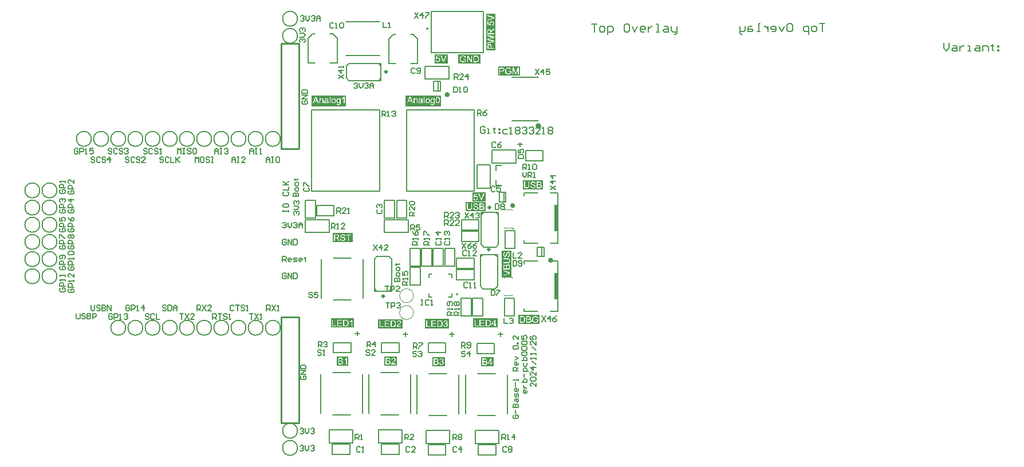
<source format=gto>
G04*
G04 #@! TF.GenerationSoftware,Altium Limited,Altium Designer,24.3.1 (35)*
G04*
G04 Layer_Color=65535*
%FSLAX44Y44*%
%MOMM*%
G71*
G04*
G04 #@! TF.SameCoordinates,D3561438-4DE8-4D87-AEC0-D3123FBB7C78*
G04*
G04*
G04 #@! TF.FilePolarity,Positive*
G04*
G01*
G75*
%ADD10C,0.3500*%
%ADD11C,0.3000*%
%ADD12C,0.2540*%
%ADD13C,0.2000*%
%ADD14C,0.0500*%
%ADD15C,0.4000*%
%ADD16C,0.1500*%
%ADD17C,0.1000*%
%ADD18C,0.1270*%
%ADD19C,0.1700*%
%ADD20C,0.1524*%
%ADD21C,0.1520*%
%ADD22R,0.5000X4.0000*%
G36*
X930000Y267117D02*
X916070D01*
Y306883D01*
X930000D01*
Y267117D01*
D02*
G37*
G36*
X892038Y378710D02*
Y364780D01*
X862229D01*
Y378710D01*
X892038D01*
D02*
G37*
G36*
X891897Y392909D02*
Y379146D01*
X872156D01*
Y392909D01*
X891897D01*
D02*
G37*
G36*
X695172Y318923D02*
X665682D01*
Y332853D01*
X695172D01*
Y318923D01*
D02*
G37*
G36*
X884095Y583416D02*
X851721D01*
Y597346D01*
X884095D01*
Y583416D01*
D02*
G37*
G36*
X836058Y597355D02*
Y583592D01*
X816317D01*
Y597355D01*
X836058D01*
D02*
G37*
G36*
X826304Y520000D02*
X773696D01*
Y536454D01*
X826304D01*
Y520000D01*
D02*
G37*
G36*
X685389D02*
X634611D01*
Y536454D01*
X685389D01*
Y520000D01*
D02*
G37*
G36*
X903885Y135500D02*
X885115D01*
Y149097D01*
X903885D01*
Y135500D01*
D02*
G37*
G36*
X831906Y135500D02*
X813094D01*
Y149305D01*
X831906D01*
Y135500D01*
D02*
G37*
G36*
X760857Y136500D02*
X742143D01*
Y150139D01*
X760857D01*
Y136500D01*
D02*
G37*
G36*
X688977Y136500D02*
X672023D01*
Y150139D01*
X688977D01*
Y136500D01*
D02*
G37*
G36*
X909456Y192750D02*
X873544D01*
Y206347D01*
X909456D01*
Y192750D01*
D02*
G37*
G36*
X837976Y191747D02*
X802024D01*
Y205552D01*
X837976D01*
Y191747D01*
D02*
G37*
G36*
X768928Y191750D02*
X733072D01*
Y205389D01*
X768928D01*
Y191750D01*
D02*
G37*
G36*
X697047Y192750D02*
X662953D01*
Y206388D01*
X697047D01*
Y192750D01*
D02*
G37*
G36*
X942743Y565500D02*
X910257D01*
Y579430D01*
X942743D01*
Y565500D01*
D02*
G37*
G36*
X906419Y603128D02*
X892656D01*
Y657401D01*
X906419D01*
Y603128D01*
D02*
G37*
G36*
X976905Y410930D02*
Y397000D01*
X947095D01*
Y410930D01*
X976905D01*
D02*
G37*
G36*
X971591Y211930D02*
Y198000D01*
X940409D01*
Y211930D01*
X971591D01*
D02*
G37*
%LPC*%
G36*
X928000Y304883D02*
X918070D01*
X925143D01*
X924866Y304869D01*
X924602Y304828D01*
X924367Y304758D01*
X924172Y304689D01*
X924006Y304606D01*
X923881Y304550D01*
X923812Y304495D01*
X923784Y304481D01*
X923576Y304315D01*
X923382Y304121D01*
X923215Y303913D01*
X923063Y303704D01*
X922952Y303524D01*
X922869Y303372D01*
X922841Y303316D01*
X922813Y303275D01*
X922799Y303247D01*
Y303233D01*
X922744Y303122D01*
X922702Y302983D01*
X922647Y302831D01*
X922591Y302664D01*
X922494Y302318D01*
X922397Y301957D01*
X922355Y301791D01*
X922314Y301638D01*
X922272Y301486D01*
X922245Y301361D01*
X922217Y301264D01*
X922203Y301180D01*
X922189Y301125D01*
Y301111D01*
X922120Y300834D01*
X922064Y300584D01*
X921995Y300362D01*
X921939Y300168D01*
X921870Y299988D01*
X921815Y299835D01*
X921759Y299697D01*
X921718Y299572D01*
X921662Y299475D01*
X921620Y299391D01*
X921593Y299336D01*
X921551Y299280D01*
X921510Y299211D01*
X921496Y299197D01*
X921357Y299072D01*
X921218Y298989D01*
X921080Y298920D01*
X920941Y298878D01*
X920830Y298851D01*
X920733Y298837D01*
X920677D01*
X920650D01*
X920428Y298864D01*
X920234Y298920D01*
X920067Y299003D01*
X919915Y299100D01*
X919804Y299183D01*
X919707Y299267D01*
X919651Y299322D01*
X919637Y299350D01*
X919568Y299461D01*
X919499Y299572D01*
X919388Y299835D01*
X919318Y300113D01*
X919263Y300390D01*
X919235Y300640D01*
X919221Y300751D01*
X919207Y300834D01*
Y301028D01*
X919221Y301416D01*
X919277Y301763D01*
X919360Y302040D01*
X919443Y302276D01*
X919526Y302456D01*
X919610Y302595D01*
X919665Y302664D01*
X919679Y302692D01*
X919873Y302886D01*
X920081Y303039D01*
X920303Y303164D01*
X920525Y303247D01*
X920733Y303302D01*
X920885Y303344D01*
X920955Y303358D01*
X920996Y303372D01*
X921024D01*
X921038D01*
X920941Y304592D01*
X920636Y304564D01*
X920359Y304495D01*
X920095Y304426D01*
X919873Y304329D01*
X919693Y304245D01*
X919554Y304176D01*
X919512Y304148D01*
X919471Y304121D01*
X919457Y304107D01*
X919443D01*
X919207Y303926D01*
X918999Y303732D01*
X918819Y303524D01*
X918680Y303316D01*
X918556Y303136D01*
X918486Y302997D01*
X918458Y302942D01*
X918431Y302900D01*
X918417Y302872D01*
Y302859D01*
X918306Y302553D01*
X918223Y302221D01*
X918153Y301915D01*
X918112Y301624D01*
X918084Y301361D01*
Y301264D01*
X918070Y301167D01*
Y301278D01*
Y300986D01*
X918084Y300626D01*
X918126Y300307D01*
X918181Y300002D01*
X918237Y299738D01*
X918292Y299530D01*
X918320Y299433D01*
X918348Y299364D01*
X918375Y299308D01*
X918389Y299267D01*
X918403Y299239D01*
Y299225D01*
X918542Y298948D01*
X918694Y298698D01*
X918861Y298490D01*
X919013Y298324D01*
X919152Y298199D01*
X919263Y298102D01*
X919346Y298032D01*
X919360Y298018D01*
X919374D01*
X919610Y297880D01*
X919845Y297783D01*
X920081Y297713D01*
X920289Y297672D01*
X920469Y297644D01*
X920608Y297616D01*
X920664D01*
X920705D01*
X920719D01*
X920733D01*
X920969Y297630D01*
X921191Y297672D01*
X921399Y297727D01*
X921579Y297783D01*
X921718Y297838D01*
X921829Y297894D01*
X921898Y297935D01*
X921926Y297949D01*
X922120Y298088D01*
X922300Y298254D01*
X922453Y298421D01*
X922577Y298587D01*
X922688Y298726D01*
X922758Y298851D01*
X922813Y298934D01*
X922827Y298948D01*
Y298962D01*
X922883Y299072D01*
X922938Y299197D01*
X923035Y299475D01*
X923132Y299794D01*
X923229Y300099D01*
X923313Y300376D01*
X923340Y300501D01*
X923368Y300612D01*
X923396Y300695D01*
X923410Y300764D01*
X923423Y300806D01*
Y300820D01*
X923479Y301056D01*
X923534Y301278D01*
X923590Y301472D01*
X923631Y301638D01*
X923673Y301805D01*
X923715Y301943D01*
X923742Y302068D01*
X923784Y302165D01*
X923812Y302262D01*
X923826Y302332D01*
X923867Y302442D01*
X923881Y302512D01*
X923895Y302526D01*
X923978Y302734D01*
X924075Y302914D01*
X924172Y303067D01*
X924256Y303178D01*
X924339Y303275D01*
X924394Y303330D01*
X924436Y303372D01*
X924450Y303386D01*
X924575Y303483D01*
X924713Y303552D01*
X924852Y303594D01*
X924963Y303635D01*
X925074Y303649D01*
X925157Y303663D01*
X925226D01*
X925240D01*
X925407Y303649D01*
X925559Y303621D01*
X925698Y303580D01*
X925809Y303524D01*
X925920Y303469D01*
X925989Y303427D01*
X926044Y303399D01*
X926058Y303386D01*
X926197Y303275D01*
X926308Y303136D01*
X926405Y302997D01*
X926502Y302872D01*
X926558Y302748D01*
X926613Y302651D01*
X926641Y302581D01*
X926655Y302553D01*
X926724Y302345D01*
X926780Y302124D01*
X926807Y301902D01*
X926835Y301707D01*
X926849Y301541D01*
X926863Y301402D01*
Y301278D01*
X926849Y300972D01*
X926821Y300695D01*
X926780Y300445D01*
X926724Y300224D01*
X926669Y300043D01*
X926627Y299905D01*
X926613Y299863D01*
X926599Y299821D01*
X926585Y299807D01*
Y299794D01*
X926474Y299572D01*
X926350Y299364D01*
X926225Y299211D01*
X926100Y299072D01*
X926003Y298962D01*
X925906Y298892D01*
X925850Y298851D01*
X925836Y298837D01*
X925656Y298740D01*
X925462Y298643D01*
X925254Y298587D01*
X925074Y298532D01*
X924893Y298490D01*
X924769Y298462D01*
X924713D01*
X924672Y298448D01*
X924658D01*
X924644D01*
X924755Y297256D01*
D01*
X925101Y297283D01*
X925434Y297339D01*
X925726Y297422D01*
X925989Y297519D01*
X926197Y297616D01*
X926280Y297658D01*
X926350Y297686D01*
X926405Y297727D01*
X926447Y297741D01*
X926474Y297769D01*
X926488D01*
X926752Y297977D01*
X926988Y298199D01*
X927182Y298435D01*
X927348Y298656D01*
X927473Y298851D01*
X927556Y299017D01*
X927584Y299072D01*
X927612Y299114D01*
X927626Y299142D01*
Y299156D01*
X927750Y299502D01*
X927847Y299863D01*
X927903Y300224D01*
X927958Y300570D01*
X927972Y300737D01*
X927986Y300875D01*
Y301000D01*
X928000Y301111D01*
Y301333D01*
X927986Y301707D01*
X927944Y302054D01*
X927875Y302373D01*
X927806Y302637D01*
X927750Y302859D01*
X927709Y302956D01*
X927681Y303039D01*
X927653Y303094D01*
X927639Y303136D01*
X927626Y303164D01*
Y303178D01*
X927473Y303469D01*
X927307Y303718D01*
X927126Y303940D01*
X926960Y304121D01*
X926821Y304259D01*
X926696Y304356D01*
X926613Y304426D01*
X926599Y304440D01*
X926585D01*
X926322Y304592D01*
X926072Y304703D01*
X925836Y304772D01*
X925615Y304828D01*
X925421Y304856D01*
X925268Y304883D01*
X928000D01*
D02*
G37*
G36*
Y295564D02*
X918237D01*
Y288019D01*
X928000D01*
X924061D01*
X924325Y288033D01*
X924575Y288047D01*
X924810Y288075D01*
X925018Y288103D01*
X925212Y288130D01*
X925393Y288172D01*
X925559Y288200D01*
X925712Y288227D01*
X925836Y288269D01*
X925947Y288297D01*
X926031Y288325D01*
X926100Y288352D01*
X926155Y288366D01*
X926183Y288380D01*
X926197D01*
X926502Y288533D01*
X926780Y288727D01*
X927001Y288921D01*
X927196Y289129D01*
X927348Y289309D01*
X927459Y289462D01*
X927487Y289517D01*
X927515Y289559D01*
X927542Y289587D01*
Y289600D01*
X927695Y289947D01*
X927806Y290308D01*
X927889Y290682D01*
X927944Y291029D01*
X927958Y291181D01*
X927972Y291334D01*
X927986Y291473D01*
Y291583D01*
X928000Y291681D01*
Y291805D01*
X927972Y292305D01*
X927944Y292527D01*
X927917Y292735D01*
X927875Y292943D01*
X927834Y293123D01*
X927792Y293289D01*
X927737Y293442D01*
X927681Y293581D01*
X927639Y293692D01*
X927598Y293803D01*
X927556Y293886D01*
X927515Y293955D01*
X927501Y293997D01*
X927473Y294024D01*
Y294038D01*
X927265Y294343D01*
X927029Y294593D01*
X926807Y294787D01*
X926585Y294954D01*
X926391Y295078D01*
X926239Y295162D01*
X926183Y295189D01*
X926142Y295217D01*
X926114Y295231D01*
X926100D01*
X925934Y295286D01*
X925753Y295342D01*
X925379Y295425D01*
X924990Y295481D01*
X924616Y295522D01*
X924450Y295536D01*
X924283Y295550D01*
X924145D01*
X924020Y295564D01*
X928000D01*
D02*
G37*
G36*
X925157Y286258D02*
X925046D01*
X924741Y286244D01*
X924464Y286189D01*
X924228Y286105D01*
X924006Y286022D01*
X923839Y285939D01*
X923715Y285856D01*
X923631Y285800D01*
X923604Y285787D01*
X923382Y285592D01*
X923202Y285384D01*
X923049Y285149D01*
X922924Y284941D01*
X922827Y284746D01*
X922772Y284580D01*
X922744Y284524D01*
X922730Y284483D01*
X922716Y284455D01*
Y284441D01*
X922577Y284677D01*
X922439Y284885D01*
X922286Y285051D01*
X922148Y285190D01*
X922037Y285301D01*
X921926Y285384D01*
X921870Y285426D01*
X921842Y285440D01*
X921634Y285551D01*
X921440Y285634D01*
X921246Y285703D01*
X921066Y285745D01*
X920913Y285773D01*
X920788Y285787D01*
X920719D01*
X920691D01*
X920456Y285773D01*
X920220Y285731D01*
X920012Y285662D01*
X919818Y285592D01*
X919651Y285523D01*
X919540Y285454D01*
X919457Y285412D01*
X919429Y285398D01*
X919221Y285246D01*
X919027Y285079D01*
X918875Y284899D01*
X918750Y284733D01*
X918653Y284594D01*
X918583Y284469D01*
X918542Y284386D01*
X918528Y284372D01*
Y284358D01*
X918431Y284095D01*
X918361Y283803D01*
X918306Y283512D01*
X918278Y283235D01*
X918251Y282985D01*
Y282874D01*
X918237Y282777D01*
Y286258D01*
D01*
D01*
Y279005D01*
X927834D01*
Y282666D01*
X927820Y282999D01*
X927806Y283290D01*
X927778Y283554D01*
X927750Y283776D01*
X927723Y283956D01*
X927709Y284095D01*
X927681Y284178D01*
Y284206D01*
X927612Y284441D01*
X927542Y284636D01*
X927459Y284816D01*
X927376Y284968D01*
X927320Y285093D01*
X927265Y285190D01*
X927223Y285246D01*
X927209Y285260D01*
X927085Y285412D01*
X926932Y285551D01*
X926780Y285662D01*
X926641Y285773D01*
X926502Y285856D01*
X926405Y285911D01*
X926336Y285953D01*
X926308Y285967D01*
X926086Y286064D01*
X925864Y286133D01*
X925656Y286189D01*
X925462Y286217D01*
X925296Y286244D01*
X925157Y286258D01*
D02*
G37*
G36*
X927834Y277909D02*
X918237D01*
Y269117D01*
D01*
X927834Y272833D01*
Y274165D01*
X918237Y277909D01*
X927834D01*
D02*
G37*
%LPD*%
G36*
X924408Y294260D02*
X924672Y294232D01*
X924921Y294191D01*
X925143Y294149D01*
X925351Y294094D01*
X925531Y294052D01*
X925684Y293997D01*
X925809Y293941D01*
X925934Y293886D01*
X926017Y293830D01*
X926100Y293789D01*
X926155Y293747D01*
X926197Y293719D01*
X926211Y293705D01*
X926225Y293692D01*
X926336Y293567D01*
X926433Y293428D01*
X926585Y293123D01*
X926696Y292804D01*
X926766Y292471D01*
X926821Y292166D01*
X926835Y292041D01*
Y291916D01*
X926849Y291833D01*
Y291695D01*
X926835Y291403D01*
X926793Y291140D01*
X926752Y290890D01*
X926683Y290696D01*
X926627Y290529D01*
X926585Y290405D01*
X926544Y290335D01*
X926530Y290308D01*
X926405Y290114D01*
X926253Y289947D01*
X926100Y289808D01*
X925961Y289711D01*
X925823Y289628D01*
X925726Y289559D01*
X925656Y289531D01*
X925629Y289517D01*
X925504Y289475D01*
X925379Y289448D01*
X925088Y289392D01*
X924782Y289351D01*
X924477Y289323D01*
X924214Y289309D01*
X924089D01*
X923992Y289295D01*
X923909D01*
X923839D01*
X923798D01*
X923784D01*
X918237D01*
Y294288D01*
X923784D01*
X924103D01*
X924408Y294260D01*
D02*
G37*
G36*
X925212Y284941D02*
X925379Y284927D01*
X925518Y284899D01*
X925629Y284857D01*
X925726Y284816D01*
X925809Y284788D01*
X925850Y284774D01*
X925864Y284760D01*
X925989Y284677D01*
X926100Y284608D01*
X926183Y284511D01*
X926266Y284441D01*
X926322Y284372D01*
X926364Y284317D01*
X926391Y284275D01*
X926405Y284261D01*
X926516Y284025D01*
X926599Y283790D01*
X926627Y283692D01*
X926641Y283609D01*
X926655Y283554D01*
Y283540D01*
X926669Y283429D01*
X926683Y283304D01*
X926696Y283013D01*
Y280281D01*
X923396D01*
Y282805D01*
X923423Y283096D01*
X923451Y283332D01*
X923479Y283526D01*
X923507Y283679D01*
X923534Y283803D01*
X923548Y283859D01*
X923562Y283887D01*
X923631Y284067D01*
X923715Y284219D01*
X923812Y284358D01*
X923909Y284469D01*
X923992Y284552D01*
X924061Y284608D01*
X924117Y284649D01*
X924131Y284663D01*
X924283Y284760D01*
X924436Y284830D01*
X924588Y284885D01*
X924727Y284913D01*
X924852Y284941D01*
X924963Y284954D01*
X925018D01*
X925046D01*
X925212Y284941D01*
D02*
G37*
G36*
X921024Y284524D02*
X921191Y284497D01*
X921329Y284455D01*
X921440Y284414D01*
X921537Y284372D01*
X921620Y284330D01*
X921662Y284303D01*
X921676Y284289D01*
X921787Y284192D01*
X921898Y284067D01*
X921981Y283942D01*
X922037Y283831D01*
X922092Y283720D01*
X922134Y283637D01*
X922148Y283582D01*
X922161Y283554D01*
X922189Y283401D01*
X922217Y283207D01*
X922231Y283013D01*
X922245Y282819D01*
X922259Y282638D01*
Y280281D01*
X919374D01*
Y282555D01*
X919402Y282860D01*
X919415Y283096D01*
X919443Y283304D01*
X919471Y283457D01*
X919485Y283554D01*
X919512Y283623D01*
Y283637D01*
X919568Y283790D01*
X919651Y283928D01*
X919734Y284039D01*
X919818Y284136D01*
X919887Y284206D01*
X919956Y284261D01*
X919998Y284289D01*
X920012Y284303D01*
X920151Y284386D01*
X920289Y284441D01*
X920428Y284483D01*
X920566Y284511D01*
X920677Y284524D01*
X920761Y284538D01*
X920816D01*
X920844D01*
X921024Y284524D01*
D02*
G37*
G36*
X925212Y274012D02*
X925504Y273901D01*
X925781Y273804D01*
X926044Y273721D01*
X926280Y273652D01*
X926488Y273582D01*
X926641Y273541D01*
X926696Y273527D01*
X926738Y273513D01*
X926766Y273499D01*
X926780D01*
X926225Y273333D01*
X925961Y273249D01*
X925726Y273166D01*
X925518Y273097D01*
X925434Y273069D01*
X925351Y273055D01*
X925296Y273028D01*
X925254Y273014D01*
X925226Y273000D01*
X925212D01*
X918237Y270504D01*
Y276619D01*
X925212Y274012D01*
D02*
G37*
%LPC*%
G36*
X877376Y376710D02*
X877196D01*
X876835Y376696D01*
X876517Y376654D01*
X876211Y376599D01*
X875948Y376543D01*
X875740Y376488D01*
X875643Y376460D01*
X875574Y376432D01*
X875518Y376404D01*
X875476Y376391D01*
X875449Y376377D01*
X875435D01*
X875157Y376238D01*
X874908Y376086D01*
X874700Y375919D01*
X874533Y375766D01*
X874409Y375628D01*
X874312Y375517D01*
X874242Y375434D01*
X874228Y375420D01*
Y375406D01*
X874090Y375170D01*
X873992Y374934D01*
X873923Y374699D01*
X873882Y374491D01*
X873854Y374310D01*
X873826Y374172D01*
Y374116D01*
Y374075D01*
Y374061D01*
Y374047D01*
X873840Y373811D01*
X873882Y373589D01*
X873937Y373381D01*
X873992Y373201D01*
X874048Y373062D01*
X874103Y372951D01*
X874145Y372882D01*
X874159Y372854D01*
X874298Y372660D01*
X874464Y372480D01*
X874631Y372327D01*
X874797Y372202D01*
X874936Y372091D01*
X875060Y372022D01*
X875144Y371967D01*
X875157Y371953D01*
X875171D01*
X875282Y371897D01*
X875407Y371842D01*
X875685Y371745D01*
X876003Y371648D01*
X876309Y371550D01*
X876586Y371467D01*
X876711Y371440D01*
X876822Y371412D01*
X876905Y371384D01*
X876974Y371370D01*
X877016Y371356D01*
X877030D01*
X877265Y371301D01*
X877487Y371245D01*
X877682Y371190D01*
X877848Y371148D01*
X878014Y371107D01*
X878153Y371065D01*
X878278Y371037D01*
X878375Y370996D01*
X878472Y370968D01*
X878541Y370954D01*
X878652Y370913D01*
X878722Y370899D01*
X878736Y370885D01*
X878943Y370802D01*
X879124Y370704D01*
X879276Y370607D01*
X879387Y370524D01*
X879484Y370441D01*
X879540Y370386D01*
X879582Y370344D01*
X879595Y370330D01*
X879692Y370205D01*
X879762Y370067D01*
X879803Y369928D01*
X879845Y369817D01*
X879859Y369706D01*
X879873Y369623D01*
Y369553D01*
Y369540D01*
X879859Y369373D01*
X879831Y369221D01*
X879790Y369082D01*
X879734Y368971D01*
X879679Y368860D01*
X879637Y368791D01*
X879609Y368735D01*
X879595Y368721D01*
X879484Y368583D01*
X879346Y368472D01*
X879207Y368375D01*
X879082Y368278D01*
X878957Y368222D01*
X878860Y368167D01*
X878791Y368139D01*
X878763Y368125D01*
X878555Y368056D01*
X878333Y368000D01*
X878111Y367972D01*
X877917Y367945D01*
X877751Y367931D01*
X877612Y367917D01*
X877487D01*
X877182Y367931D01*
X876905Y367959D01*
X876655Y368000D01*
X876433Y368056D01*
X876253Y368111D01*
X876114Y368153D01*
X876073Y368167D01*
X876031Y368181D01*
X876017Y368194D01*
X876003D01*
X875781Y368305D01*
X875574Y368430D01*
X875421Y368555D01*
X875282Y368680D01*
X875171Y368777D01*
X875102Y368874D01*
X875060Y368929D01*
X875046Y368943D01*
X874949Y369123D01*
X874852Y369318D01*
X874797Y369526D01*
X874741Y369706D01*
X874700Y369886D01*
X874672Y370011D01*
Y370067D01*
X874658Y370108D01*
Y370122D01*
Y370136D01*
X873465Y370025D01*
X873493Y369678D01*
X873549Y369345D01*
X873632Y369054D01*
X873729Y368791D01*
X873826Y368583D01*
X873868Y368499D01*
X873895Y368430D01*
X873937Y368375D01*
X873951Y368333D01*
X873979Y368305D01*
Y368291D01*
X874187Y368028D01*
X874409Y367792D01*
X874644Y367598D01*
X874866Y367432D01*
X875060Y367307D01*
X875227Y367224D01*
X875282Y367196D01*
X875324Y367168D01*
X875352Y367154D01*
X875366D01*
X875712Y367029D01*
X876073Y366932D01*
X876433Y366877D01*
X876780Y366821D01*
X876946Y366808D01*
X877085Y366794D01*
X877210D01*
X877321Y366780D01*
X873465D01*
X877543D01*
X877917Y366794D01*
X878264Y366835D01*
X878583Y366905D01*
X878847Y366974D01*
X879068Y367029D01*
X879165Y367071D01*
X879249Y367099D01*
X879304Y367127D01*
X879346Y367140D01*
X879373Y367154D01*
X879387D01*
X879679Y367307D01*
X879928Y367473D01*
X880150Y367654D01*
X880330Y367820D01*
X880469Y367959D01*
X880566Y368083D01*
X880636Y368167D01*
X880649Y368181D01*
Y368194D01*
X880802Y368458D01*
X880913Y368708D01*
X880982Y368943D01*
X881038Y369165D01*
X881065Y369359D01*
X881093Y369512D01*
Y369637D01*
X881079Y369914D01*
X881038Y370177D01*
X880968Y370413D01*
X880899Y370607D01*
X880816Y370774D01*
X880760Y370899D01*
X880705Y370968D01*
X880691Y370996D01*
X880525Y371204D01*
X880330Y371398D01*
X880122Y371564D01*
X879914Y371717D01*
X879734Y371828D01*
X879582Y371911D01*
X879526Y371939D01*
X879484Y371967D01*
X879457Y371980D01*
X879443D01*
X879332Y372036D01*
X879193Y372077D01*
X879041Y372133D01*
X878874Y372188D01*
X878528Y372285D01*
X878167Y372383D01*
X878000Y372424D01*
X877848Y372466D01*
X877695Y372507D01*
X877571Y372535D01*
X877474Y372563D01*
X877390Y372577D01*
X877335Y372591D01*
X877321D01*
X877044Y372660D01*
X876794Y372715D01*
X876572Y372785D01*
X876378Y372840D01*
X876198Y372910D01*
X876045Y372965D01*
X875906Y373021D01*
X875781Y373062D01*
X875685Y373118D01*
X875601Y373159D01*
X875546Y373187D01*
X875490Y373229D01*
X875421Y373270D01*
X875407Y373284D01*
X875282Y373423D01*
X875199Y373561D01*
X875130Y373700D01*
X875088Y373839D01*
X875060Y373950D01*
X875046Y374047D01*
Y374102D01*
Y374130D01*
X875074Y374352D01*
X875130Y374546D01*
X875213Y374712D01*
X875310Y374865D01*
X875393Y374976D01*
X875476Y375073D01*
X875532Y375129D01*
X875560Y375142D01*
X875671Y375212D01*
X875781Y375281D01*
X876045Y375392D01*
X876322Y375461D01*
X876600Y375517D01*
X876849Y375545D01*
X876960Y375559D01*
X877044Y375572D01*
X877238D01*
X877626Y375559D01*
X877973Y375503D01*
X878250Y375420D01*
X878486Y375337D01*
X878666Y375253D01*
X878805Y375170D01*
X878874Y375115D01*
X878902Y375101D01*
X879096Y374907D01*
X879249Y374699D01*
X879373Y374477D01*
X879457Y374255D01*
X879512Y374047D01*
X879554Y373894D01*
X879568Y373825D01*
X879582Y373783D01*
Y373756D01*
Y373742D01*
X880802Y373839D01*
X880774Y374144D01*
X880705Y374421D01*
X880636Y374685D01*
X880538Y374907D01*
X880455Y375087D01*
X880386Y375226D01*
X880358Y375267D01*
X880330Y375309D01*
X880316Y375323D01*
Y375337D01*
X880136Y375572D01*
X879942Y375780D01*
X879734Y375961D01*
X879526Y376099D01*
X879346Y376224D01*
X879207Y376293D01*
X879152Y376321D01*
X879110Y376349D01*
X879082Y376363D01*
X879068D01*
X878763Y376474D01*
X878430Y376557D01*
X878125Y376626D01*
X877834Y376668D01*
X877571Y376696D01*
X877474D01*
X877376Y376710D01*
D02*
G37*
G36*
X871774Y376543D02*
X870498D01*
Y370996D01*
Y370677D01*
X870470Y370372D01*
X870442Y370108D01*
X870401Y369859D01*
X870359Y369637D01*
X870303Y369429D01*
X870262Y369248D01*
X870206Y369096D01*
X870151Y368971D01*
X870096Y368846D01*
X870040Y368763D01*
X869998Y368680D01*
X869957Y368624D01*
X869929Y368583D01*
X869915Y368569D01*
X869901Y368555D01*
X869777Y368444D01*
X869638Y368347D01*
X869333Y368194D01*
X869014Y368083D01*
X868681Y368014D01*
X868376Y367959D01*
X868251Y367945D01*
X868126D01*
X868043Y367931D01*
X867904D01*
X867613Y367945D01*
X867349Y367986D01*
X867100Y368028D01*
X866906Y368097D01*
X866739Y368153D01*
X866615Y368194D01*
X866545Y368236D01*
X866517Y368250D01*
X866323Y368375D01*
X866157Y368527D01*
X866018Y368680D01*
X865921Y368818D01*
X865838Y368957D01*
X865769Y369054D01*
X865741Y369123D01*
X865727Y369151D01*
X865685Y369276D01*
X865658Y369401D01*
X865602Y369692D01*
X865561Y369997D01*
X865533Y370302D01*
X865519Y370566D01*
Y370691D01*
X865505Y370788D01*
Y370871D01*
Y370940D01*
Y370982D01*
Y370996D01*
Y376543D01*
X868001D01*
X864229D01*
Y366780D01*
Y370718D01*
X864243Y370455D01*
X864257Y370205D01*
X864285Y369969D01*
X864312Y369762D01*
X864340Y369567D01*
X864382Y369387D01*
X864409Y369221D01*
X864437Y369068D01*
X864479Y368943D01*
X864507Y368832D01*
X864534Y368749D01*
X864562Y368680D01*
X864576Y368624D01*
X864590Y368596D01*
Y368583D01*
X864742Y368278D01*
X864936Y368000D01*
X865131Y367778D01*
X865339Y367584D01*
X865519Y367432D01*
X865671Y367321D01*
X865727Y367293D01*
X865769Y367265D01*
X865796Y367237D01*
X865810D01*
X866157Y367085D01*
X866517Y366974D01*
X866892Y366891D01*
X867239Y366835D01*
X867391Y366821D01*
X867544Y366808D01*
X867682Y366794D01*
X867793D01*
X867890Y366780D01*
X871774D01*
X868015D01*
X868514Y366808D01*
X868736Y366835D01*
X868944Y366863D01*
X869152Y366905D01*
X869333Y366946D01*
X869499Y366988D01*
X869652Y367043D01*
X869790Y367099D01*
X869901Y367140D01*
X870012Y367182D01*
X870096Y367224D01*
X870165Y367265D01*
X870206Y367279D01*
X870234Y367307D01*
X870248D01*
X870553Y367515D01*
X870803Y367751D01*
X870997Y367972D01*
X871163Y368194D01*
X871288Y368388D01*
X871371Y368541D01*
X871399Y368596D01*
X871427Y368638D01*
X871441Y368666D01*
Y368680D01*
X871496Y368846D01*
X871552Y369026D01*
X871635Y369401D01*
X871690Y369789D01*
X871732Y370164D01*
X871746Y370330D01*
X871760Y370496D01*
Y370635D01*
X871774Y370760D01*
Y376543D01*
D02*
G37*
G36*
X890038D02*
X882785D01*
Y366946D01*
X886446D01*
X886779Y366960D01*
X887070Y366974D01*
X887334Y367002D01*
X887556Y367029D01*
X887736Y367057D01*
X887875Y367071D01*
X887958Y367099D01*
X887986D01*
X888222Y367168D01*
X888416Y367237D01*
X888596Y367321D01*
X888748Y367404D01*
X888873Y367459D01*
X888970Y367515D01*
X889026Y367556D01*
X889040Y367570D01*
X889192Y367695D01*
X889331Y367848D01*
X889442Y368000D01*
X889553Y368139D01*
X889636Y368278D01*
X889691Y368375D01*
X889733Y368444D01*
X889747Y368472D01*
X889844Y368694D01*
X889913Y368915D01*
X889969Y369123D01*
X889997Y369318D01*
X890024Y369484D01*
X890038Y369623D01*
Y367196D01*
Y369789D01*
Y369734D01*
X890024Y370039D01*
X889969Y370316D01*
X889886Y370552D01*
X889802Y370774D01*
X889719Y370940D01*
X889636Y371065D01*
X889581Y371148D01*
X889567Y371176D01*
X889373Y371398D01*
X889165Y371578D01*
X888929Y371731D01*
X888721Y371856D01*
X888527Y371953D01*
X888360Y372008D01*
X888305Y372036D01*
X888263Y372050D01*
X888235Y372064D01*
X888222D01*
X888457Y372202D01*
X888665Y372341D01*
X888832Y372494D01*
X888970Y372632D01*
X889081Y372743D01*
X889165Y372854D01*
X889206Y372910D01*
X889220Y372937D01*
X889331Y373145D01*
X889414Y373340D01*
X889483Y373534D01*
X889525Y373714D01*
X889553Y373867D01*
X889567Y373991D01*
Y374061D01*
Y374088D01*
X889553Y374324D01*
X889511Y374560D01*
X889442Y374768D01*
X889373Y374962D01*
X889303Y375129D01*
X889234Y375239D01*
X889192Y375323D01*
X889178Y375350D01*
X889026Y375559D01*
X888859Y375753D01*
X888679Y375905D01*
X888513Y376030D01*
X888374Y376127D01*
X888249Y376196D01*
X888166Y376238D01*
X888152Y376252D01*
X888138D01*
X887875Y376349D01*
X887583Y376418D01*
X887292Y376474D01*
X887015Y376502D01*
X886765Y376529D01*
X886654D01*
X886557Y376543D01*
X890038D01*
D01*
D02*
G37*
%LPD*%
G36*
X886640Y375378D02*
X886876Y375364D01*
X887084Y375337D01*
X887237Y375309D01*
X887334Y375295D01*
X887403Y375267D01*
X887417D01*
X887570Y375212D01*
X887708Y375129D01*
X887819Y375045D01*
X887916Y374962D01*
X887986Y374893D01*
X888041Y374823D01*
X888069Y374782D01*
X888083Y374768D01*
X888166Y374629D01*
X888222Y374491D01*
X888263Y374352D01*
X888291Y374213D01*
X888305Y374102D01*
X888319Y374019D01*
Y373964D01*
Y373936D01*
X888305Y373756D01*
X888277Y373589D01*
X888235Y373451D01*
X888194Y373340D01*
X888152Y373242D01*
X888111Y373159D01*
X888083Y373118D01*
X888069Y373104D01*
X887972Y372993D01*
X887847Y372882D01*
X887722Y372799D01*
X887611Y372743D01*
X887500Y372688D01*
X887417Y372646D01*
X887362Y372632D01*
X887334Y372618D01*
X887181Y372591D01*
X886987Y372563D01*
X886793Y372549D01*
X886599Y372535D01*
X886419Y372521D01*
X884061D01*
Y375406D01*
X886335D01*
X886640Y375378D01*
D02*
G37*
G36*
X886876Y371356D02*
X887112Y371329D01*
X887306Y371301D01*
X887459Y371273D01*
X887583Y371245D01*
X887639Y371231D01*
X887667Y371218D01*
X887847Y371148D01*
X888000Y371065D01*
X888138Y370968D01*
X888249Y370871D01*
X888332Y370788D01*
X888388Y370718D01*
X888429Y370663D01*
X888443Y370649D01*
X888540Y370496D01*
X888610Y370344D01*
X888665Y370191D01*
X888693Y370053D01*
X888721Y369928D01*
X888735Y369817D01*
Y369762D01*
Y369734D01*
X888721Y369567D01*
X888707Y369401D01*
X888679Y369262D01*
X888637Y369151D01*
X888596Y369054D01*
X888568Y368971D01*
X888554Y368929D01*
X888540Y368915D01*
X888457Y368791D01*
X888388Y368680D01*
X888291Y368596D01*
X888222Y368513D01*
X888152Y368458D01*
X888097Y368416D01*
X888055Y368388D01*
X888041Y368375D01*
X887805Y368264D01*
X887570Y368181D01*
X887473Y368153D01*
X887389Y368139D01*
X887334Y368125D01*
X887320D01*
X887209Y368111D01*
X887084Y368097D01*
X886793Y368083D01*
X884061D01*
Y371384D01*
X886585D01*
X886876Y371356D01*
D02*
G37*
%LPC*%
G36*
X889897Y390909D02*
X888607D01*
X886000Y383933D01*
X885889Y383642D01*
X885792Y383365D01*
X885708Y383101D01*
X885639Y382865D01*
X885570Y382657D01*
X885528Y382505D01*
X885514Y382449D01*
X885500Y382408D01*
X885487Y382380D01*
Y382366D01*
X885320Y382921D01*
X885237Y383184D01*
X885154Y383420D01*
X885084Y383628D01*
X885057Y383711D01*
X885043Y383795D01*
X885015Y383850D01*
X885001Y383892D01*
X884987Y383919D01*
Y383933D01*
X882491Y390909D01*
X883244D01*
X881104D01*
X884821Y381312D01*
X881104D01*
X889897D01*
X886152D01*
X889897Y390909D01*
D02*
G37*
G36*
X880064Y390784D02*
X874156D01*
X875293D01*
X874364Y385847D01*
X875473Y385695D01*
X875571Y385847D01*
X875695Y385972D01*
X875806Y386097D01*
X875917Y386194D01*
X876028Y386263D01*
X876112Y386333D01*
X876167Y386360D01*
X876181Y386374D01*
X876361Y386457D01*
X876541Y386527D01*
X876708Y386568D01*
X876874Y386610D01*
X877013Y386624D01*
X877124Y386638D01*
X877387D01*
X877554Y386610D01*
X877845Y386540D01*
X878095Y386443D01*
X878317Y386346D01*
X878483Y386235D01*
X878608Y386138D01*
X878677Y386069D01*
X878705Y386055D01*
Y386041D01*
X878899Y385806D01*
X879038Y385556D01*
X879135Y385292D01*
X879204Y385029D01*
X879246Y384807D01*
X879260Y384710D01*
Y384627D01*
X879274Y384557D01*
Y384502D01*
Y384474D01*
Y384460D01*
Y384266D01*
X879246Y384086D01*
X879176Y383739D01*
X879079Y383448D01*
X878982Y383212D01*
X878871Y383018D01*
X878774Y382865D01*
X878733Y382824D01*
X878705Y382782D01*
X878691Y382768D01*
X878677Y382754D01*
X878566Y382644D01*
X878455Y382546D01*
X878206Y382380D01*
X877970Y382269D01*
X877734Y382200D01*
X877540Y382144D01*
X877374Y382130D01*
X877318Y382117D01*
X877235D01*
X876971Y382130D01*
X876736Y382186D01*
X876527Y382255D01*
X876361Y382338D01*
X876209Y382422D01*
X876098Y382491D01*
X876042Y382546D01*
X876014Y382560D01*
X875848Y382754D01*
X875709Y382962D01*
X875598Y383198D01*
X875515Y383406D01*
X875460Y383614D01*
X875418Y383767D01*
X875404Y383836D01*
X875390Y383878D01*
Y383905D01*
Y383919D01*
X874156Y383822D01*
X874184Y383600D01*
X874225Y383392D01*
X874350Y383004D01*
X874503Y382671D01*
X874586Y382519D01*
X874669Y382394D01*
X874738Y382269D01*
X874822Y382158D01*
X874891Y382075D01*
X874960Y382006D01*
X875016Y381950D01*
X875044Y381895D01*
X875071Y381881D01*
X875085Y381867D01*
X875252Y381742D01*
X875418Y381631D01*
X875598Y381534D01*
X875779Y381451D01*
X876125Y381326D01*
X876472Y381243D01*
X876625Y381201D01*
X876777Y381187D01*
X876902Y381173D01*
X877013Y381160D01*
X877110Y381146D01*
X874156D01*
X877235D01*
X877526Y381160D01*
X877803Y381201D01*
X878067Y381257D01*
X878303Y381326D01*
X878525Y381423D01*
X878733Y381520D01*
X878927Y381617D01*
X879093Y381728D01*
X879246Y381839D01*
X879384Y381936D01*
X879495Y382047D01*
X879592Y382130D01*
X879662Y382200D01*
X879717Y382255D01*
X879745Y382297D01*
X879759Y382311D01*
X879898Y382491D01*
X880008Y382685D01*
X880119Y382865D01*
X880203Y383060D01*
X880341Y383434D01*
X880425Y383795D01*
X880452Y383947D01*
X880480Y384100D01*
X880494Y384225D01*
X880508Y384335D01*
X880522Y384432D01*
Y384557D01*
X880508Y384807D01*
X880480Y385043D01*
X880438Y385279D01*
X880383Y385486D01*
X880314Y385681D01*
X880244Y385875D01*
X880161Y386041D01*
X880092Y386194D01*
X880008Y386333D01*
X879925Y386457D01*
X879856Y386554D01*
X879787Y386651D01*
X879731Y386721D01*
X879689Y386762D01*
X879662Y386790D01*
X879648Y386804D01*
X879482Y386956D01*
X879315Y387095D01*
X879135Y387206D01*
X878954Y387303D01*
X878774Y387400D01*
X878594Y387470D01*
X878261Y387567D01*
X878109Y387608D01*
X877970Y387636D01*
X877845Y387650D01*
X877734Y387664D01*
X877651Y387678D01*
X877346D01*
X877179Y387650D01*
X876846Y387581D01*
X876541Y387483D01*
X876264Y387373D01*
X876042Y387262D01*
X875945Y387206D01*
X875862Y387165D01*
X875792Y387123D01*
X875751Y387095D01*
X875723Y387081D01*
X875709Y387067D01*
X876222Y389661D01*
X880064D01*
Y390784D01*
D02*
G37*
G36*
X680829Y330853D02*
X680649D01*
X680288Y330839D01*
X679969Y330798D01*
X679664Y330742D01*
X679401Y330687D01*
X679193Y330631D01*
X679096Y330604D01*
X679026Y330576D01*
X678971Y330548D01*
X678929Y330534D01*
X678901Y330521D01*
X678888D01*
X678610Y330382D01*
X678361Y330229D01*
X678152Y330063D01*
X677986Y329910D01*
X677861Y329772D01*
X677764Y329661D01*
X677695Y329577D01*
X677681Y329564D01*
Y329550D01*
X677542Y329314D01*
X677445Y329078D01*
X677376Y328842D01*
X677334Y328634D01*
X677307Y328454D01*
X677279Y328315D01*
Y328260D01*
Y328218D01*
Y328204D01*
Y328191D01*
X677293Y327955D01*
X677334Y327733D01*
X677390Y327525D01*
X677445Y327345D01*
X677501Y327206D01*
X677556Y327095D01*
X677598Y327026D01*
X677612Y326998D01*
X677750Y326804D01*
X677917Y326623D01*
X678083Y326471D01*
X678250Y326346D01*
X678388Y326235D01*
X678513Y326166D01*
X678596Y326110D01*
X678610Y326096D01*
X678624D01*
X678735Y326041D01*
X678860Y325985D01*
X679137Y325888D01*
X679456Y325791D01*
X679761Y325694D01*
X680039Y325611D01*
X680163Y325583D01*
X680274Y325556D01*
X680358Y325528D01*
X680427Y325514D01*
X680469Y325500D01*
X680482D01*
X680718Y325445D01*
X680940Y325389D01*
X681134Y325334D01*
X681301Y325292D01*
X681467Y325251D01*
X681606Y325209D01*
X681731Y325181D01*
X681828Y325140D01*
X681925Y325112D01*
X681994Y325098D01*
X682105Y325056D01*
X682174Y325042D01*
X682188Y325029D01*
X682396Y324945D01*
X682577Y324848D01*
X682729Y324751D01*
X682840Y324668D01*
X682937Y324585D01*
X682993Y324529D01*
X683034Y324488D01*
X683048Y324474D01*
X683145Y324349D01*
X683214Y324210D01*
X683256Y324072D01*
X683298Y323961D01*
X683312Y323850D01*
X683326Y323767D01*
Y323697D01*
Y323683D01*
X683312Y323517D01*
X683284Y323364D01*
X683242Y323226D01*
X683187Y323115D01*
X683131Y323004D01*
X683090Y322934D01*
X683062Y322879D01*
X683048Y322865D01*
X682937Y322726D01*
X682798Y322616D01*
X682660Y322518D01*
X682535Y322421D01*
X682410Y322366D01*
X682313Y322310D01*
X682244Y322283D01*
X682216Y322269D01*
X682008Y322199D01*
X681786Y322144D01*
X681564Y322116D01*
X681370Y322089D01*
X681204Y322075D01*
X681065Y322061D01*
X680940D01*
X680635Y322075D01*
X680358Y322102D01*
X680108Y322144D01*
X679886Y322199D01*
X679706Y322255D01*
X679567Y322296D01*
X679526Y322310D01*
X679484Y322324D01*
X679470Y322338D01*
X679456D01*
X679234Y322449D01*
X679026Y322574D01*
X678874Y322699D01*
X678735Y322823D01*
X678624Y322921D01*
X678555Y323018D01*
X678513Y323073D01*
X678499Y323087D01*
X678402Y323267D01*
X678305Y323461D01*
X678250Y323670D01*
X678194Y323850D01*
X678152Y324030D01*
X678125Y324155D01*
Y324210D01*
X678111Y324252D01*
Y324266D01*
Y324280D01*
X676918Y324169D01*
X676946Y323822D01*
X677001Y323489D01*
X677085Y323198D01*
X677182Y322934D01*
X677279Y322726D01*
X677320Y322643D01*
X677348Y322574D01*
X677390Y322518D01*
X677404Y322477D01*
X677431Y322449D01*
Y322435D01*
X677639Y322172D01*
X677861Y321936D01*
X678097Y321742D01*
X678319Y321575D01*
X678513Y321451D01*
X678680Y321367D01*
X678735Y321340D01*
X678777Y321312D01*
X678804Y321298D01*
X678818D01*
X679165Y321173D01*
X679526Y321076D01*
X679886Y321021D01*
X680233Y320965D01*
X680399Y320951D01*
X680538Y320937D01*
X680663D01*
X680774Y320924D01*
X676918D01*
X680996D01*
X681370Y320937D01*
X681717Y320979D01*
X682036Y321048D01*
X682299Y321118D01*
X682521Y321173D01*
X682618Y321215D01*
X682701Y321242D01*
X682757Y321270D01*
X682798Y321284D01*
X682826Y321298D01*
X682840D01*
X683131Y321451D01*
X683381Y321617D01*
X683603Y321797D01*
X683783Y321964D01*
X683922Y322102D01*
X684019Y322227D01*
X684088Y322310D01*
X684102Y322324D01*
Y322338D01*
X684255Y322602D01*
X684366Y322851D01*
X684435Y323087D01*
X684490Y323309D01*
X684518Y323503D01*
X684546Y323656D01*
Y323780D01*
X684532Y324058D01*
X684490Y324321D01*
X684421Y324557D01*
X684352Y324751D01*
X684268Y324918D01*
X684213Y325042D01*
X684158Y325112D01*
X684144Y325140D01*
X683977Y325348D01*
X683783Y325542D01*
X683575Y325708D01*
X683367Y325861D01*
X683187Y325972D01*
X683034Y326055D01*
X682979Y326083D01*
X682937Y326110D01*
X682909Y326124D01*
X682896D01*
X682785Y326180D01*
X682646Y326221D01*
X682493Y326277D01*
X682327Y326332D01*
X681980Y326429D01*
X681620Y326526D01*
X681453Y326568D01*
X681301Y326610D01*
X681148Y326651D01*
X681023Y326679D01*
X680926Y326707D01*
X680843Y326721D01*
X680788Y326734D01*
X680774D01*
X680496Y326804D01*
X680247Y326859D01*
X680025Y326929D01*
X679831Y326984D01*
X679650Y327053D01*
X679498Y327109D01*
X679359Y327164D01*
X679234Y327206D01*
X679137Y327261D01*
X679054Y327303D01*
X678998Y327331D01*
X678943Y327372D01*
X678874Y327414D01*
X678860Y327428D01*
X678735Y327566D01*
X678652Y327705D01*
X678583Y327844D01*
X678541Y327983D01*
X678513Y328093D01*
X678499Y328191D01*
Y328246D01*
Y328274D01*
X678527Y328496D01*
X678583Y328690D01*
X678666Y328856D01*
X678763Y329009D01*
X678846Y329120D01*
X678929Y329217D01*
X678985Y329272D01*
X679012Y329286D01*
X679123Y329356D01*
X679234Y329425D01*
X679498Y329536D01*
X679775Y329605D01*
X680052Y329661D01*
X680302Y329688D01*
X680413Y329702D01*
X680496Y329716D01*
X680691D01*
X681079Y329702D01*
X681425Y329647D01*
X681703Y329564D01*
X681939Y329480D01*
X682119Y329397D01*
X682258Y329314D01*
X682327Y329258D01*
X682355Y329245D01*
X682549Y329050D01*
X682701Y328842D01*
X682826Y328620D01*
X682909Y328399D01*
X682965Y328191D01*
X683007Y328038D01*
X683020Y327969D01*
X683034Y327927D01*
Y327899D01*
Y327886D01*
X684255Y327983D01*
X684227Y328288D01*
X684158Y328565D01*
X684088Y328829D01*
X683991Y329050D01*
X683908Y329231D01*
X683839Y329369D01*
X683811Y329411D01*
X683783Y329453D01*
X683769Y329467D01*
Y329480D01*
X683589Y329716D01*
X683395Y329924D01*
X683187Y330104D01*
X682979Y330243D01*
X682798Y330368D01*
X682660Y330437D01*
X682604Y330465D01*
X682563Y330493D01*
X682535Y330507D01*
X682521D01*
X682216Y330618D01*
X681883Y330701D01*
X681578Y330770D01*
X681287Y330812D01*
X681023Y330839D01*
X680926D01*
X680829Y330853D01*
D02*
G37*
G36*
X693172Y330687D02*
X685572D01*
Y329550D01*
X688734D01*
Y321090D01*
X685572D01*
D01*
X693172D01*
Y330687D01*
D02*
G37*
G36*
X676114D02*
X667682D01*
Y321090D01*
X668958D01*
Y325348D01*
X670594D01*
X670747Y325334D01*
X670858D01*
X670955Y325320D01*
X671024Y325306D01*
X671080D01*
X671107Y325292D01*
X671121D01*
X671343Y325223D01*
X671440Y325181D01*
X671523Y325140D01*
X671607Y325098D01*
X671662Y325070D01*
X671690Y325056D01*
X671704Y325042D01*
X671815Y324959D01*
X671926Y324862D01*
X672134Y324654D01*
X672231Y324557D01*
X672300Y324474D01*
X672342Y324418D01*
X672356Y324404D01*
X672494Y324210D01*
X672647Y324002D01*
X672799Y323780D01*
X672952Y323572D01*
X673077Y323378D01*
X673174Y323226D01*
X673215Y323170D01*
X673243Y323129D01*
X673271Y323101D01*
Y323087D01*
X674533Y321090D01*
X670880D01*
X676114D01*
X674464Y323697D01*
X674269Y323975D01*
X674089Y324224D01*
X673909Y324432D01*
X673756Y324626D01*
X673618Y324765D01*
X673507Y324876D01*
X673437Y324945D01*
X673410Y324973D01*
X673299Y325056D01*
X673174Y325153D01*
X672924Y325306D01*
X672813Y325361D01*
X672730Y325417D01*
X672674Y325445D01*
X672647Y325458D01*
X672896Y325500D01*
X673132Y325542D01*
X673340Y325611D01*
X673548Y325667D01*
X673728Y325736D01*
X673895Y325819D01*
X674047Y325888D01*
X674186Y325958D01*
X674297Y326041D01*
X674408Y326110D01*
X674491Y326166D01*
X674561Y326221D01*
X674616Y326263D01*
X674658Y326305D01*
X674672Y326318D01*
X674685Y326332D01*
X674796Y326471D01*
X674907Y326610D01*
X675074Y326901D01*
X675185Y327192D01*
X675268Y327469D01*
X675323Y327705D01*
X675337Y327802D01*
Y327899D01*
X675351Y327969D01*
Y328024D01*
Y328052D01*
Y328066D01*
X675337Y328357D01*
X675296Y328620D01*
X675226Y328870D01*
X675157Y329078D01*
X675074Y329258D01*
X675018Y329397D01*
X674963Y329480D01*
X674949Y329494D01*
Y329508D01*
X674782Y329730D01*
X674616Y329924D01*
X674436Y330091D01*
X674269Y330215D01*
X674117Y330312D01*
X673992Y330368D01*
X673909Y330410D01*
X673895Y330423D01*
X673881D01*
X673756Y330465D01*
X673604Y330507D01*
X673299Y330576D01*
X672966Y330618D01*
X672661Y330659D01*
X672369Y330673D01*
X672245D01*
X672134Y330687D01*
X676114D01*
D02*
G37*
%LPD*%
G36*
X693172Y321090D02*
X690010D01*
Y329550D01*
X693172D01*
Y321090D01*
D02*
G37*
G36*
X672356Y329605D02*
X672674Y329550D01*
X672952Y329480D01*
X673160Y329397D01*
X673340Y329314D01*
X673451Y329245D01*
X673521Y329189D01*
X673548Y329175D01*
X673715Y328995D01*
X673839Y328815D01*
X673923Y328620D01*
X673992Y328454D01*
X674020Y328288D01*
X674034Y328163D01*
X674047Y328080D01*
Y328066D01*
Y328052D01*
X674034Y327886D01*
X674006Y327719D01*
X673964Y327580D01*
X673923Y327456D01*
X673867Y327345D01*
X673826Y327261D01*
X673798Y327206D01*
X673784Y327192D01*
X673687Y327053D01*
X673562Y326929D01*
X673437Y326832D01*
X673313Y326748D01*
X673202Y326693D01*
X673118Y326651D01*
X673063Y326623D01*
X673035Y326610D01*
X672841Y326554D01*
X672619Y326512D01*
X672397Y326485D01*
X672175Y326471D01*
X671981Y326457D01*
X671815Y326443D01*
X668958D01*
Y329619D01*
X671981D01*
X672356Y329605D01*
D02*
G37*
%LPC*%
G36*
X862610Y595346D02*
Y590478D01*
X858533D01*
Y589341D01*
X861362D01*
Y587538D01*
X861196Y587399D01*
X861002Y587274D01*
X860794Y587163D01*
X860599Y587066D01*
X860433Y586983D01*
X860280Y586914D01*
X860225Y586886D01*
X860197Y586872D01*
X860170Y586858D01*
X860156D01*
X859864Y586761D01*
X859573Y586678D01*
X859310Y586623D01*
X859060Y586595D01*
X858852Y586567D01*
X858769D01*
X858686Y586553D01*
X858547D01*
X858200Y586567D01*
X857867Y586623D01*
X857562Y586692D01*
X857285Y586761D01*
X857063Y586844D01*
X856966Y586872D01*
X856897Y586900D01*
X856827Y586928D01*
X856786Y586955D01*
X856758Y586969D01*
X856744D01*
X856453Y587150D01*
X856189Y587344D01*
X855967Y587552D01*
X855787Y587760D01*
X855635Y587954D01*
X855537Y588106D01*
X855496Y588162D01*
X855482Y588204D01*
X855454Y588231D01*
Y588245D01*
X855315Y588592D01*
X855205Y588952D01*
X855135Y589313D01*
X855080Y589660D01*
X855066Y589812D01*
X855052Y589951D01*
X855038Y590090D01*
Y590201D01*
X855024Y590284D01*
Y590353D01*
Y590395D01*
Y590409D01*
X855038Y590797D01*
X855080Y591144D01*
X855135Y591477D01*
X855205Y591768D01*
X855232Y591893D01*
X855274Y592004D01*
X855302Y592100D01*
X855329Y592184D01*
X855357Y592253D01*
X855371Y592295D01*
X855385Y592322D01*
Y592336D01*
X855482Y592531D01*
X855579Y592711D01*
X855676Y592877D01*
X855773Y593016D01*
X855856Y593127D01*
X855926Y593224D01*
X855981Y593279D01*
X855995Y593293D01*
X856148Y593446D01*
X856314Y593585D01*
X856494Y593695D01*
X856661Y593806D01*
X856799Y593876D01*
X856910Y593945D01*
X856994Y593973D01*
X857021Y593987D01*
X857271Y594084D01*
X857521Y594153D01*
X857784Y594195D01*
X858020Y594236D01*
X858228Y594250D01*
X858311D01*
X858380Y594264D01*
X858533D01*
X858796Y594250D01*
X859046Y594222D01*
X859268Y594181D01*
X859462Y594139D01*
X859629Y594084D01*
X859753Y594042D01*
X859823Y594014D01*
X859850Y594001D01*
X860059Y593903D01*
X860239Y593792D01*
X860405Y593681D01*
X860530Y593571D01*
X860627Y593474D01*
X860710Y593404D01*
X860752Y593349D01*
X860766Y593335D01*
X860891Y593168D01*
X860988Y592974D01*
X861085Y592794D01*
X861168Y592600D01*
X861223Y592433D01*
X861265Y592309D01*
X861279Y592253D01*
X861293Y592211D01*
X861307Y592198D01*
Y592184D01*
X862458Y592489D01*
X862361Y592836D01*
X862236Y593141D01*
X862111Y593418D01*
X862000Y593640D01*
X861889Y593820D01*
X861806Y593945D01*
X861750Y594028D01*
X861723Y594056D01*
X861529Y594278D01*
X861320Y594458D01*
X861099Y594625D01*
X860891Y594763D01*
X860696Y594860D01*
X860544Y594944D01*
X860488Y594971D01*
X860447Y594985D01*
X860419Y594999D01*
X860405D01*
X860086Y595110D01*
X859753Y595193D01*
X859448Y595262D01*
X859157Y595304D01*
X858894Y595332D01*
X858783D01*
X858699Y595346D01*
X858256D01*
X858006Y595318D01*
X857521Y595249D01*
X857299Y595207D01*
X857091Y595152D01*
X856897Y595110D01*
X856716Y595055D01*
X856550Y594999D01*
X856411Y594944D01*
X856286Y594888D01*
X856175Y594846D01*
X856092Y594805D01*
X856037Y594777D01*
X855995Y594763D01*
X855981Y594749D01*
X855787Y594625D01*
X855593Y594500D01*
X855260Y594208D01*
X854969Y593917D01*
X854733Y593612D01*
X854539Y593349D01*
X854470Y593238D01*
X854414Y593127D01*
X854359Y593044D01*
X854331Y592988D01*
X854317Y592947D01*
X854303Y592933D01*
X854109Y592475D01*
X853970Y592017D01*
X853859Y591573D01*
X853832Y591366D01*
X853790Y591171D01*
X853776Y590991D01*
X853748Y590839D01*
X853735Y590686D01*
Y590561D01*
X853721Y590464D01*
Y595346D01*
Y585416D01*
Y590325D01*
X853748Y589812D01*
X853818Y589327D01*
X853859Y589105D01*
X853901Y588897D01*
X853956Y588689D01*
X854012Y588509D01*
X854067Y588342D01*
X854123Y588204D01*
X854164Y588065D01*
X854206Y587968D01*
X854248Y587871D01*
X854275Y587815D01*
X854303Y587774D01*
Y587760D01*
X854553Y587358D01*
X854830Y587011D01*
X855121Y586706D01*
X855399Y586456D01*
X855662Y586262D01*
X855759Y586193D01*
X855856Y586123D01*
X855940Y586082D01*
X855995Y586040D01*
X856037Y586026D01*
X856050Y586012D01*
X856272Y585901D01*
X856494Y585818D01*
X856938Y585666D01*
X857368Y585569D01*
X857770Y585485D01*
X857951Y585471D01*
X858117Y585444D01*
X858270Y585430D01*
X858394D01*
X858491Y585416D01*
X853721D01*
X862610D01*
X858630D01*
X859018Y585430D01*
X859393Y585471D01*
X859740Y585541D01*
X860045Y585610D01*
X860170Y585638D01*
X860294Y585666D01*
X860405Y585707D01*
X860502Y585735D01*
X860572Y585763D01*
X860627Y585777D01*
X860655Y585790D01*
X860669D01*
X861043Y585943D01*
X861390Y586123D01*
X861723Y586317D01*
X862014Y586498D01*
X862139Y586581D01*
X862264Y586664D01*
X862361Y586734D01*
X862444Y586789D01*
X862513Y586844D01*
X862569Y586886D01*
X862596Y586900D01*
X862610Y586914D01*
Y595346D01*
D02*
G37*
G36*
X872027Y595179D02*
X870807D01*
Y587635D01*
X865772Y595179D01*
X868676D01*
X864469D01*
Y585582D01*
X865689D01*
Y593113D01*
X870709Y585582D01*
X872027D01*
Y595179D01*
D02*
G37*
G36*
X882095D02*
X874163D01*
Y585582D01*
X877616D01*
X877935Y585596D01*
X878226Y585610D01*
X878490Y585638D01*
X878711Y585666D01*
X878906Y585693D01*
X879044Y585707D01*
X879086Y585721D01*
X879128Y585735D01*
X879155D01*
X879405Y585804D01*
X879627Y585887D01*
X879821Y585957D01*
X879987Y586040D01*
X880126Y586109D01*
X880223Y586165D01*
X880279Y586207D01*
X880306Y586220D01*
X880487Y586345D01*
X880639Y586498D01*
X880792Y586636D01*
X880917Y586775D01*
X881028Y586900D01*
X881111Y586997D01*
X881166Y587066D01*
X881180Y587094D01*
X881319Y587316D01*
X881457Y587552D01*
X881568Y587774D01*
X881652Y587995D01*
X881735Y588190D01*
X881790Y588342D01*
X881804Y588398D01*
X881818Y588439D01*
X881832Y588467D01*
Y588481D01*
X881915Y588814D01*
X881984Y589147D01*
X882026Y589465D01*
X882068Y589771D01*
X882082Y590034D01*
Y590145D01*
X882095Y590242D01*
Y590423D01*
X882082Y590894D01*
X882040Y591324D01*
X881971Y591712D01*
X881943Y591893D01*
X881901Y592045D01*
X881860Y592198D01*
X881832Y592322D01*
X881804Y592433D01*
X881762Y592531D01*
X881749Y592614D01*
X881721Y592669D01*
X881707Y592697D01*
Y592711D01*
X881554Y593071D01*
X881374Y593390D01*
X881180Y593668D01*
X881000Y593903D01*
X880833Y594098D01*
X880695Y594236D01*
X880639Y594278D01*
X880598Y594319D01*
X880584Y594333D01*
X880570Y594347D01*
X880348Y594528D01*
X880112Y594666D01*
X879876Y594791D01*
X879655Y594888D01*
X879460Y594957D01*
X879308Y594999D01*
X879252Y595027D01*
X879211D01*
X879183Y595041D01*
X879169D01*
X878933Y595082D01*
X878656Y595124D01*
X878379Y595152D01*
X878101Y595165D01*
X877852Y595179D01*
X882095D01*
D02*
G37*
%LPD*%
G36*
X877838Y594028D02*
X878018D01*
X878185Y594014D01*
X878462Y593973D01*
X878684Y593945D01*
X878864Y593903D01*
X878989Y593862D01*
X879058Y593848D01*
X879086Y593834D01*
X879336Y593709D01*
X879571Y593557D01*
X879779Y593376D01*
X879960Y593196D01*
X880098Y593030D01*
X880209Y592891D01*
X880237Y592836D01*
X880265Y592794D01*
X880293Y592766D01*
Y592752D01*
X880376Y592600D01*
X880459Y592420D01*
X880584Y592059D01*
X880667Y591671D01*
X880736Y591296D01*
X880750Y591130D01*
X880764Y590963D01*
X880778Y590825D01*
Y590700D01*
X880792Y590589D01*
Y590519D01*
Y590464D01*
Y590450D01*
X880778Y590062D01*
X880750Y589701D01*
X880709Y589382D01*
X880667Y589105D01*
X880639Y588994D01*
X880611Y588897D01*
X880584Y588800D01*
X880570Y588731D01*
X880556Y588675D01*
X880542Y588633D01*
X880528Y588606D01*
Y588592D01*
X880431Y588328D01*
X880320Y588093D01*
X880195Y587884D01*
X880085Y587704D01*
X879987Y587566D01*
X879904Y587468D01*
X879849Y587413D01*
X879835Y587385D01*
X879696Y587274D01*
X879557Y587177D01*
X879419Y587094D01*
X879280Y587011D01*
X879155Y586955D01*
X879058Y586914D01*
X878989Y586900D01*
X878961Y586886D01*
X878753Y586831D01*
X878503Y586789D01*
X878254Y586761D01*
X878018Y586747D01*
X877810Y586734D01*
X877713Y586720D01*
X875439D01*
Y594042D01*
X877657D01*
X877838Y594028D01*
D02*
G37*
%LPC*%
G36*
X834058Y595355D02*
X832768D01*
X830161Y588380D01*
X830050Y588088D01*
X829953Y587811D01*
X829870Y587547D01*
X829800Y587312D01*
X829731Y587104D01*
X829689Y586951D01*
X829676Y586896D01*
X829662Y586854D01*
X829648Y586826D01*
Y586812D01*
X829481Y587367D01*
X829398Y587631D01*
X829315Y587866D01*
X829246Y588074D01*
X829218Y588158D01*
X829204Y588241D01*
X829176Y588296D01*
X829163Y588338D01*
X829149Y588366D01*
Y588380D01*
X826652Y595355D01*
X825266D01*
X828982Y585758D01*
X825266D01*
D01*
X834058D01*
X830314D01*
X834058Y595355D01*
D02*
G37*
G36*
X824225Y595230D02*
X819455D01*
X818525Y590293D01*
X819635Y590141D01*
X819732Y590293D01*
X819857Y590418D01*
X819968Y590543D01*
X820079Y590640D01*
X820190Y590709D01*
X820273Y590779D01*
X820328Y590807D01*
X820342Y590820D01*
X820523Y590904D01*
X820703Y590973D01*
X820869Y591015D01*
X821036Y591056D01*
X821174Y591070D01*
X821285Y591084D01*
X821549D01*
X821715Y591056D01*
X822006Y590987D01*
X822256Y590890D01*
X822478Y590793D01*
X822644Y590682D01*
X822769Y590585D01*
X822839Y590515D01*
X822866Y590501D01*
Y590488D01*
X823060Y590252D01*
X823199Y590002D01*
X823296Y589739D01*
X823365Y589475D01*
X823407Y589253D01*
X823421Y589156D01*
Y589073D01*
X823435Y589004D01*
Y588948D01*
Y588920D01*
Y588907D01*
Y588712D01*
X823407Y588532D01*
X823338Y588185D01*
X823241Y587894D01*
X823144Y587658D01*
X823033Y587464D01*
X822936Y587312D01*
X822894Y587270D01*
X822866Y587228D01*
X822852Y587215D01*
X822839Y587201D01*
X822728Y587090D01*
X822617Y586993D01*
X822367Y586826D01*
X822131Y586715D01*
X821895Y586646D01*
X821701Y586590D01*
X821535Y586577D01*
X821479Y586563D01*
X821396D01*
X821133Y586577D01*
X820897Y586632D01*
X820689Y586701D01*
X820523Y586785D01*
X820370Y586868D01*
X820259Y586937D01*
X820203Y586993D01*
X820176Y587006D01*
X820009Y587201D01*
X819871Y587409D01*
X819760Y587645D01*
X819677Y587853D01*
X819621Y588060D01*
X819579Y588213D01*
X819566Y588282D01*
X819552Y588324D01*
Y588352D01*
Y588366D01*
X818317Y588269D01*
X818345Y588047D01*
X818387Y587839D01*
X818512Y587450D01*
X818664Y587118D01*
X818747Y586965D01*
X818830Y586840D01*
X818900Y586715D01*
X818983Y586604D01*
X819052Y586521D01*
X819122Y586452D01*
X819177Y586396D01*
X819205Y586341D01*
X819233Y586327D01*
X819247Y586313D01*
X819413Y586188D01*
X819579Y586077D01*
X819760Y585980D01*
X819940Y585897D01*
X820287Y585772D01*
X820633Y585689D01*
X820786Y585647D01*
X820938Y585634D01*
X821063Y585620D01*
X821174Y585606D01*
X821271Y585592D01*
X818317D01*
X824683D01*
D01*
X821396D01*
X821687Y585606D01*
X821965Y585647D01*
X822228Y585703D01*
X822464Y585772D01*
X822686Y585869D01*
X822894Y585966D01*
X823088Y586063D01*
X823254Y586174D01*
X823407Y586285D01*
X823546Y586382D01*
X823657Y586493D01*
X823754Y586577D01*
X823823Y586646D01*
X823879Y586701D01*
X823906Y586743D01*
X823920Y586757D01*
X824059Y586937D01*
X824170Y587131D01*
X824281Y587312D01*
X824364Y587506D01*
X824503Y587880D01*
X824586Y588241D01*
X824614Y588393D01*
X824641Y588546D01*
X824655Y588671D01*
X824669Y588782D01*
X824683Y588879D01*
Y589004D01*
X824669Y589253D01*
X824641Y589489D01*
X824600Y589725D01*
X824544Y589933D01*
X824475Y590127D01*
X824406Y590321D01*
X824322Y590488D01*
X824253Y590640D01*
X824170Y590779D01*
X824087Y590904D01*
X824017Y591001D01*
X823948Y591098D01*
X823893Y591167D01*
X823851Y591209D01*
X823823Y591236D01*
X823809Y591250D01*
X823643Y591403D01*
X823476Y591541D01*
X823296Y591652D01*
X823116Y591749D01*
X822936Y591847D01*
X822755Y591916D01*
X822422Y592013D01*
X822270Y592055D01*
X822131Y592082D01*
X822006Y592096D01*
X821895Y592110D01*
X821812Y592124D01*
X821507D01*
X821341Y592096D01*
X821008Y592027D01*
X820703Y591930D01*
X820425Y591819D01*
X820203Y591708D01*
X820106Y591652D01*
X820023Y591611D01*
X819954Y591569D01*
X819912Y591541D01*
X819884Y591528D01*
X819871Y591514D01*
X820384Y594107D01*
X824225D01*
Y595230D01*
D02*
G37*
G36*
X816580Y531930D02*
Y531777D01*
X815498D01*
Y530917D01*
X815345Y531098D01*
X815179Y531250D01*
X815013Y531389D01*
X814846Y531500D01*
X814666Y531597D01*
X814499Y531680D01*
X814333Y531749D01*
X814180Y531805D01*
X814028Y531847D01*
X813889Y531874D01*
X813764Y531902D01*
X813667Y531916D01*
X813584Y531930D01*
X813459D01*
X813126Y531916D01*
X812821Y531860D01*
X812544Y531777D01*
X812308Y531694D01*
X812114Y531611D01*
X811975Y531528D01*
X811920Y531500D01*
X811878Y531472D01*
X811864Y531458D01*
X811851D01*
X811615Y531278D01*
X811407Y531056D01*
X811227Y530848D01*
X811074Y530640D01*
X810963Y530446D01*
X810880Y530293D01*
X810852Y530238D01*
X810824Y530196D01*
X810810Y530168D01*
Y530155D01*
X810686Y529836D01*
X810602Y529517D01*
X810533Y529212D01*
X810491Y528934D01*
X810464Y528685D01*
Y528587D01*
X810450Y528490D01*
Y528324D01*
X810464Y528060D01*
X810478Y527797D01*
X810575Y527326D01*
X810630Y527104D01*
X810699Y526909D01*
X810769Y526715D01*
X810838Y526549D01*
X810908Y526382D01*
X810977Y526244D01*
X811046Y526133D01*
X811102Y526022D01*
X811157Y525952D01*
X811199Y525883D01*
X811213Y525855D01*
X811227Y525841D01*
X811379Y525661D01*
X811545Y525509D01*
X811726Y525370D01*
X811906Y525245D01*
X812100Y525148D01*
X812281Y525065D01*
X812461Y524996D01*
X812641Y524940D01*
X812807Y524898D01*
X812960Y524871D01*
X813099Y524843D01*
X813223Y524829D01*
X813321D01*
X813390Y524815D01*
X813459D01*
X813667Y524829D01*
X813875Y524857D01*
X814070Y524898D01*
X814250Y524954D01*
X814569Y525107D01*
X814860Y525273D01*
X814971Y525356D01*
X815082Y525439D01*
X815179Y525523D01*
X815248Y525592D01*
X815304Y525647D01*
X815345Y525689D01*
X815373Y525717D01*
X815387Y525731D01*
Y525523D01*
Y525342D01*
X815373Y525162D01*
Y525009D01*
Y524871D01*
X815359Y524746D01*
Y524635D01*
X815345Y524538D01*
X815331Y524399D01*
X815318Y524288D01*
X815304Y524233D01*
Y524219D01*
X815234Y524011D01*
X815137Y523831D01*
X815040Y523678D01*
X814943Y523539D01*
X814846Y523442D01*
X814763Y523359D01*
X814707Y523317D01*
X814694Y523304D01*
X814513Y523193D01*
X814305Y523110D01*
X814097Y523054D01*
X813903Y523012D01*
X813709Y522985D01*
X813570Y522971D01*
X813431D01*
X813168Y522985D01*
X812918Y523026D01*
X812710Y523082D01*
X812544Y523151D01*
X812405Y523206D01*
X812308Y523262D01*
X812253Y523304D01*
X812225Y523317D01*
X812114Y523415D01*
X812031Y523539D01*
X811962Y523664D01*
X811906Y523789D01*
X811878Y523914D01*
X811851Y524011D01*
X811837Y524066D01*
Y524094D01*
X810686Y524247D01*
Y524039D01*
X810713Y523858D01*
X810741Y523678D01*
X810783Y523512D01*
X810908Y523220D01*
X811046Y522985D01*
X811185Y522804D01*
X811296Y522679D01*
X811393Y522596D01*
X811407Y522583D01*
X811421Y522569D01*
X811726Y522374D01*
X812059Y522236D01*
X812391Y522139D01*
X812710Y522069D01*
X812863Y522042D01*
X813002Y522028D01*
X813113Y522014D01*
X813223D01*
X813307Y522000D01*
X810450D01*
D01*
X816580D01*
Y531930D01*
D02*
G37*
G36*
X791187D02*
X785542D01*
X788801D01*
X788538Y531916D01*
X788288Y531874D01*
X788066Y531819D01*
X787844Y531749D01*
X787650Y531666D01*
X787470Y531569D01*
X787303Y531458D01*
X787165Y531361D01*
X787026Y531250D01*
X786915Y531139D01*
X786818Y531042D01*
X786735Y530959D01*
X786679Y530890D01*
X786638Y530834D01*
X786610Y530793D01*
X786596Y530779D01*
Y531777D01*
X785542D01*
D01*
Y524815D01*
X786721D01*
Y528601D01*
Y528837D01*
X786749Y529073D01*
X786777Y529267D01*
X786804Y529447D01*
X786846Y529614D01*
X786887Y529766D01*
X786943Y529905D01*
X786998Y530016D01*
X787040Y530113D01*
X787095Y530196D01*
X787137Y530266D01*
X787179Y530321D01*
X787234Y530390D01*
X787262Y530418D01*
X787470Y530584D01*
X787692Y530695D01*
X787914Y530779D01*
X788108Y530848D01*
X788288Y530876D01*
X788427Y530890D01*
X788482Y530904D01*
X788552D01*
X788718Y530890D01*
X788885Y530876D01*
X789023Y530834D01*
X789134Y530793D01*
X789231Y530751D01*
X789314Y530723D01*
X789356Y530695D01*
X789370Y530682D01*
X789495Y530598D01*
X789606Y530501D01*
X789689Y530404D01*
X789758Y530321D01*
X789800Y530238D01*
X789841Y530168D01*
X789869Y530127D01*
Y530113D01*
X789911Y529961D01*
X789952Y529794D01*
X789980Y529614D01*
X789994Y529434D01*
X790008Y529281D01*
Y529156D01*
Y529059D01*
Y529045D01*
Y529031D01*
Y524815D01*
X791187D01*
Y529378D01*
X791173Y529614D01*
X791159Y529808D01*
Y529974D01*
X791145Y530085D01*
X791131Y530168D01*
X791117Y530224D01*
Y530238D01*
X791076Y530418D01*
X791006Y530584D01*
X790951Y530723D01*
X790895Y530862D01*
X790826Y530959D01*
X790784Y531028D01*
X790757Y531084D01*
X790743Y531098D01*
X790632Y531236D01*
X790507Y531347D01*
X790382Y531458D01*
X790244Y531541D01*
X790133Y531611D01*
X790036Y531652D01*
X789980Y531680D01*
X789952Y531694D01*
X789758Y531777D01*
X789550Y531833D01*
X789356Y531874D01*
X789176Y531902D01*
X789023Y531916D01*
X788912Y531930D01*
X791187D01*
D02*
G37*
G36*
X801616Y534412D02*
X800437D01*
Y524815D01*
X801616D01*
Y534412D01*
D02*
G37*
G36*
X796096Y531930D02*
X795944D01*
X795611Y531916D01*
X795319Y531888D01*
X795042Y531847D01*
X794820Y531805D01*
X794626Y531763D01*
X794487Y531722D01*
X794432Y531708D01*
X794390Y531694D01*
X794376Y531680D01*
X794362D01*
X794127Y531583D01*
X793919Y531458D01*
X793738Y531347D01*
X793586Y531236D01*
X793475Y531125D01*
X793392Y531042D01*
X793336Y530987D01*
X793322Y530973D01*
X793197Y530793D01*
X793087Y530598D01*
X793003Y530404D01*
X792934Y530224D01*
X792879Y530044D01*
X792837Y529919D01*
X792823Y529863D01*
Y529822D01*
X792809Y529808D01*
Y529794D01*
X793960Y529641D01*
X794044Y529891D01*
X794127Y530113D01*
X794224Y530293D01*
X794307Y530432D01*
X794390Y530543D01*
X794460Y530612D01*
X794515Y530654D01*
X794529Y530668D01*
X794695Y530765D01*
X794890Y530834D01*
X795098Y530890D01*
X795292Y530917D01*
X795486Y530945D01*
X795624Y530959D01*
X795763D01*
X796082Y530945D01*
X796359Y530904D01*
X796581Y530834D01*
X796776Y530765D01*
X796914Y530682D01*
X797025Y530626D01*
X797095Y530571D01*
X797108Y530557D01*
X797219Y530432D01*
X797303Y530279D01*
X797372Y530113D01*
X797413Y529947D01*
X797441Y529794D01*
X797455Y529655D01*
Y529572D01*
Y529558D01*
Y529544D01*
Y529517D01*
Y529461D01*
Y529364D01*
X797441Y529281D01*
Y529253D01*
Y529239D01*
X797303Y529198D01*
X797150Y529156D01*
X796831Y529073D01*
X796470Y529003D01*
X796138Y528934D01*
X795971Y528907D01*
X795819Y528893D01*
X795680Y528865D01*
X795569Y528851D01*
X795472Y528837D01*
X795403D01*
X795347Y528823D01*
X795333D01*
X795084Y528796D01*
X794876Y528754D01*
X794695Y528726D01*
X794557Y528698D01*
X794446Y528685D01*
X794362Y528657D01*
X794307Y528643D01*
X794293D01*
X794113Y528587D01*
X793960Y528532D01*
X793808Y528463D01*
X793683Y528407D01*
X793572Y528352D01*
X793503Y528296D01*
X793447Y528269D01*
X793433Y528255D01*
X793295Y528158D01*
X793184Y528047D01*
X793073Y527936D01*
X792990Y527825D01*
X792920Y527728D01*
X792865Y527644D01*
X792837Y527589D01*
X792823Y527575D01*
X792754Y527422D01*
X792698Y527256D01*
X792657Y527104D01*
X792629Y526951D01*
X792615Y526826D01*
X792601Y526729D01*
Y524663D01*
X799008D01*
X794973D01*
X795222Y524677D01*
X795472Y524704D01*
X795694Y524732D01*
X795888Y524774D01*
X796041Y524815D01*
X796165Y524857D01*
X796249Y524871D01*
X796276Y524885D01*
X796512Y524982D01*
X796734Y525107D01*
X796942Y525245D01*
X797150Y525370D01*
X797317Y525495D01*
X797441Y525592D01*
X797524Y525661D01*
X797538Y525689D01*
X797552D01*
X797580Y525509D01*
X797608Y525342D01*
X797635Y525190D01*
X797677Y525065D01*
X797719Y524954D01*
X797746Y524885D01*
X797760Y524829D01*
X797774Y524815D01*
X799008D01*
X798939Y524968D01*
X798870Y525120D01*
X798814Y525259D01*
X798786Y525384D01*
X798745Y525495D01*
X798731Y525578D01*
X798717Y525634D01*
Y525647D01*
X798703Y525745D01*
X798689Y525869D01*
Y526008D01*
X798676Y526161D01*
X798662Y526507D01*
Y526854D01*
X798648Y527187D01*
Y527339D01*
Y527464D01*
Y527575D01*
Y527658D01*
Y527714D01*
Y527728D01*
Y529309D01*
Y529572D01*
X798634Y529808D01*
X798620Y529988D01*
Y530141D01*
X798606Y530252D01*
X798592Y530335D01*
X798578Y530377D01*
Y530390D01*
X798537Y530571D01*
X798481Y530723D01*
X798426Y530848D01*
X798357Y530973D01*
X798301Y531056D01*
X798260Y531125D01*
X798232Y531167D01*
X798218Y531181D01*
X798107Y531292D01*
X797982Y531403D01*
X797843Y531486D01*
X797705Y531569D01*
X797580Y531625D01*
X797483Y531666D01*
X797413Y531694D01*
X797386Y531708D01*
X797164Y531777D01*
X796928Y531833D01*
X796692Y531874D01*
X796457Y531902D01*
X796249Y531916D01*
X796096Y531930D01*
D02*
G37*
G36*
X780744Y534412D02*
X779357D01*
X775696Y524815D01*
D01*
X784669D01*
D01*
X780744Y534412D01*
D02*
G37*
G36*
X806400Y531930D02*
X806262D01*
X806026Y531916D01*
X805804Y531902D01*
X805374Y531805D01*
X805000Y531680D01*
X804833Y531611D01*
X804681Y531541D01*
X804542Y531472D01*
X804431Y531403D01*
X804320Y531333D01*
X804237Y531278D01*
X804167Y531222D01*
X804112Y531181D01*
X804084Y531167D01*
X804070Y531153D01*
X803876Y530973D01*
X803724Y530765D01*
X803571Y530543D01*
X803460Y530321D01*
X803349Y530085D01*
X803266Y529836D01*
X803197Y529600D01*
X803141Y529378D01*
X803086Y529156D01*
X803058Y528962D01*
X803030Y528768D01*
X803016Y528615D01*
Y528476D01*
X803002Y528380D01*
Y528296D01*
X803016Y527977D01*
X803044Y527672D01*
X803086Y527395D01*
X803141Y527131D01*
X803211Y526895D01*
X803280Y526674D01*
X803363Y526466D01*
X803446Y526285D01*
X803530Y526119D01*
X803613Y525980D01*
X803682Y525869D01*
X803751Y525772D01*
X803807Y525689D01*
X803848Y525634D01*
X803876Y525606D01*
X803890Y525592D01*
X804070Y525425D01*
X804251Y525287D01*
X804445Y525162D01*
X804639Y525051D01*
X804833Y524968D01*
X805041Y524885D01*
X805416Y524774D01*
X805582Y524746D01*
X805749Y524718D01*
X805887Y524691D01*
X806012Y524677D01*
X806123Y524663D01*
X806262D01*
X806594Y524677D01*
X806899Y524732D01*
X807191Y524801D01*
X807427Y524871D01*
X807635Y524954D01*
X807718Y524982D01*
X807787Y525009D01*
X807856Y525037D01*
X807898Y525065D01*
X807912Y525079D01*
X807926D01*
X808203Y525259D01*
X808439Y525453D01*
X808647Y525647D01*
X808813Y525841D01*
X808938Y526008D01*
X809035Y526147D01*
X809063Y526202D01*
X809091Y526244D01*
X809105Y526258D01*
Y526272D01*
X809243Y526590D01*
X809340Y526937D01*
X809424Y527284D01*
X809465Y527631D01*
X809493Y527783D01*
Y527922D01*
X809507Y528060D01*
X809521Y528171D01*
Y528393D01*
X809507Y528698D01*
X809479Y528976D01*
X809437Y529239D01*
X809382Y529489D01*
X809313Y529725D01*
X809229Y529933D01*
X809146Y530141D01*
X809063Y530307D01*
X808980Y530460D01*
X808897Y530598D01*
X808813Y530723D01*
X808744Y530820D01*
X808689Y530890D01*
X808647Y530945D01*
X808619Y530973D01*
X808605Y530987D01*
X808425Y531153D01*
X808245Y531292D01*
X808051Y531431D01*
X807856Y531528D01*
X807662Y531625D01*
X807468Y531694D01*
X807094Y531819D01*
X806913Y531847D01*
X806761Y531874D01*
X806622Y531902D01*
X806497Y531916D01*
X806400Y531930D01*
D02*
G37*
G36*
X821295Y534454D02*
X821170D01*
X820796Y534426D01*
X820449Y534371D01*
X820158Y534273D01*
X819908Y534176D01*
X819700Y534066D01*
X819617Y534024D01*
X819548Y533968D01*
X819492Y533941D01*
X819450Y533913D01*
X819437Y533885D01*
X819423D01*
X819173Y533663D01*
X818965Y533400D01*
X818785Y533136D01*
X818646Y532887D01*
X818535Y532651D01*
X818480Y532554D01*
X818452Y532457D01*
X818424Y532387D01*
X818396Y532332D01*
X818383Y532304D01*
Y532290D01*
X818327Y532082D01*
X818272Y531874D01*
X818188Y531417D01*
X818119Y530959D01*
X818077Y530529D01*
X818064Y530321D01*
X818050Y530141D01*
Y529974D01*
X818036Y529822D01*
Y524649D01*
X824304D01*
Y529808D01*
X824290Y530057D01*
Y530279D01*
X824277Y530501D01*
X824249Y530695D01*
X824235Y530890D01*
X824221Y531056D01*
X824193Y531209D01*
X824180Y531347D01*
X824152Y531472D01*
X824138Y531569D01*
X824124Y531652D01*
X824110Y531722D01*
X824096Y531763D01*
X824082Y531791D01*
Y531805D01*
X823999Y532110D01*
X823902Y532387D01*
X823791Y532623D01*
X823708Y532831D01*
X823611Y533012D01*
X823556Y533136D01*
X823500Y533206D01*
X823486Y533233D01*
X823334Y533441D01*
X823181Y533622D01*
X823015Y533774D01*
X822862Y533913D01*
X822723Y534010D01*
X822612Y534079D01*
X822543Y534121D01*
X822529Y534135D01*
X822515D01*
X822293Y534246D01*
X822058Y534315D01*
X821836Y534371D01*
X821628Y534412D01*
X821448Y534440D01*
X821295Y534454D01*
D02*
G37*
%LPD*%
G36*
X813834Y530931D02*
X814097Y530862D01*
X814333Y530751D01*
X814527Y530640D01*
X814694Y530515D01*
X814818Y530404D01*
X814888Y530335D01*
X814915Y530321D01*
Y530307D01*
X815013Y530182D01*
X815110Y530044D01*
X815248Y529725D01*
X815345Y529406D01*
X815415Y529087D01*
X815456Y528809D01*
X815470Y528685D01*
Y528574D01*
X815484Y528490D01*
Y528421D01*
Y528380D01*
Y528366D01*
Y528130D01*
X815456Y527894D01*
X815429Y527686D01*
X815401Y527506D01*
X815359Y527326D01*
X815304Y527159D01*
X815262Y527020D01*
X815207Y526895D01*
X815151Y526771D01*
X815110Y526674D01*
X815054Y526590D01*
X815013Y526535D01*
X814985Y526479D01*
X814957Y526438D01*
X814929Y526424D01*
Y526410D01*
X814818Y526299D01*
X814707Y526202D01*
X814485Y526050D01*
X814250Y525939D01*
X814042Y525869D01*
X813848Y525814D01*
X813695Y525800D01*
X813640Y525786D01*
X813556D01*
X813404Y525800D01*
X813265Y525814D01*
X813002Y525883D01*
X812766Y525980D01*
X812572Y526105D01*
X812405Y526216D01*
X812294Y526313D01*
X812225Y526382D01*
X812197Y526410D01*
X812100Y526535D01*
X812017Y526674D01*
X811878Y526993D01*
X811795Y527312D01*
X811726Y527644D01*
X811684Y527936D01*
X811670Y528074D01*
Y528185D01*
X811656Y528282D01*
Y528352D01*
Y528393D01*
Y528407D01*
Y528643D01*
X811684Y528851D01*
X811712Y529045D01*
X811740Y529239D01*
X811781Y529406D01*
X811823Y529558D01*
X811878Y529711D01*
X811934Y529836D01*
X811975Y529947D01*
X812031Y530044D01*
X812072Y530127D01*
X812114Y530182D01*
X812142Y530238D01*
X812169Y530279D01*
X812197Y530293D01*
Y530307D01*
X812308Y530418D01*
X812419Y530529D01*
X812641Y530682D01*
X812863Y530806D01*
X813085Y530876D01*
X813265Y530931D01*
X813418Y530945D01*
X813473Y530959D01*
X813695D01*
X813834Y530931D01*
D02*
G37*
G36*
X816580Y522000D02*
X813431D01*
X813806Y522014D01*
X814153Y522069D01*
X814458Y522125D01*
X814707Y522208D01*
X814915Y522277D01*
X814999Y522305D01*
X815068Y522347D01*
X815124Y522361D01*
X815165Y522388D01*
X815179Y522402D01*
X815193D01*
X815443Y522555D01*
X815664Y522735D01*
X815845Y522915D01*
X815997Y523082D01*
X816108Y523234D01*
X816178Y523359D01*
X816233Y523442D01*
X816247Y523456D01*
Y523470D01*
X816302Y523609D01*
X816358Y523761D01*
X816399Y523928D01*
X816441Y524108D01*
X816497Y524496D01*
X816538Y524871D01*
X816552Y525051D01*
X816566Y525218D01*
Y525370D01*
X816580Y525495D01*
Y522000D01*
D02*
G37*
G36*
X797441Y527866D02*
X797427Y527589D01*
X797413Y527353D01*
X797386Y527159D01*
X797344Y526993D01*
X797303Y526868D01*
X797275Y526771D01*
X797261Y526715D01*
X797247Y526701D01*
X797136Y526521D01*
X797025Y526355D01*
X796887Y526216D01*
X796762Y526105D01*
X796651Y526008D01*
X796554Y525939D01*
X796498Y525897D01*
X796470Y525883D01*
X796263Y525786D01*
X796054Y525717D01*
X795860Y525661D01*
X795666Y525634D01*
X795514Y525606D01*
X795375Y525592D01*
X795264D01*
X795014Y525606D01*
X794806Y525634D01*
X794626Y525689D01*
X794473Y525745D01*
X794362Y525800D01*
X794279Y525855D01*
X794224Y525883D01*
X794210Y525897D01*
X794099Y526022D01*
X794016Y526161D01*
X793946Y526285D01*
X793905Y526410D01*
X793877Y526521D01*
X793863Y526604D01*
Y526674D01*
Y526688D01*
X793877Y526799D01*
X793891Y526909D01*
X793919Y526993D01*
X793946Y527076D01*
X793974Y527145D01*
X793988Y527201D01*
X794016Y527228D01*
Y527242D01*
X794155Y527409D01*
X794321Y527520D01*
X794376Y527561D01*
X794432Y527589D01*
X794473Y527617D01*
X794487D01*
X794626Y527672D01*
X794779Y527714D01*
X794945Y527755D01*
X795111Y527783D01*
X795264Y527811D01*
X795403Y527839D01*
X795486Y527853D01*
X795514D01*
X795749Y527894D01*
X795971Y527922D01*
X796165Y527963D01*
X796359Y528005D01*
X796540Y528047D01*
X796692Y528088D01*
X796845Y528116D01*
X796970Y528158D01*
X797081Y528185D01*
X797178Y528213D01*
X797261Y528241D01*
X797330Y528269D01*
X797386Y528282D01*
X797427Y528296D01*
X797441Y528310D01*
X797455D01*
X797441Y527866D01*
D02*
G37*
G36*
X792615Y526479D02*
X792629Y526341D01*
X792698Y526050D01*
X792795Y525814D01*
X792906Y525606D01*
X793017Y525439D01*
X793114Y525314D01*
X793184Y525245D01*
X793211Y525218D01*
X793461Y525037D01*
X793738Y524898D01*
X794044Y524801D01*
X794321Y524732D01*
X794570Y524691D01*
X794681Y524677D01*
X794779D01*
X794862Y524663D01*
X792601D01*
Y526646D01*
X792615Y526479D01*
D02*
G37*
G36*
X780120Y533095D02*
X780231Y532762D01*
X780341Y532429D01*
X780452Y532110D01*
X780508Y531971D01*
X780550Y531833D01*
X780591Y531708D01*
X780633Y531611D01*
X780660Y531528D01*
X780688Y531458D01*
X780702Y531417D01*
Y531403D01*
X781701Y528768D01*
X778455D01*
X779496Y531569D01*
X779620Y531916D01*
X779717Y532249D01*
X779815Y532554D01*
X779884Y532831D01*
X779939Y533067D01*
X779967Y533164D01*
X779981Y533261D01*
X780009Y533317D01*
Y533372D01*
X780023Y533400D01*
Y533414D01*
X780120Y533095D01*
D02*
G37*
G36*
X783226Y524815D02*
X777041D01*
X778081Y527728D01*
X782103D01*
X783226Y524815D01*
D02*
G37*
G36*
X806428Y530945D02*
X806581Y530931D01*
X806858Y530862D01*
X807108Y530751D01*
X807316Y530626D01*
X807482Y530501D01*
X807607Y530404D01*
X807690Y530321D01*
X807718Y530307D01*
Y530293D01*
X807829Y530168D01*
X807912Y530016D01*
X808064Y529711D01*
X808175Y529378D01*
X808245Y529073D01*
X808286Y528782D01*
X808300Y528657D01*
Y528546D01*
X808314Y528463D01*
Y528393D01*
Y528352D01*
Y528338D01*
Y528088D01*
X808286Y527853D01*
X808259Y527644D01*
X808217Y527436D01*
X808175Y527256D01*
X808120Y527090D01*
X808078Y526937D01*
X808023Y526799D01*
X807967Y526688D01*
X807912Y526577D01*
X807856Y526493D01*
X807815Y526424D01*
X807773Y526368D01*
X807746Y526327D01*
X807732Y526313D01*
X807718Y526299D01*
X807607Y526188D01*
X807482Y526077D01*
X807246Y525911D01*
X806997Y525800D01*
X806775Y525717D01*
X806567Y525675D01*
X806414Y525647D01*
X806345Y525634D01*
X806262D01*
X806095Y525647D01*
X805943Y525661D01*
X805651Y525731D01*
X805402Y525841D01*
X805194Y525966D01*
X805027Y526077D01*
X804902Y526188D01*
X804819Y526258D01*
X804805Y526285D01*
X804791D01*
X804695Y526424D01*
X804597Y526563D01*
X804459Y526882D01*
X804348Y527215D01*
X804278Y527547D01*
X804237Y527839D01*
X804223Y527963D01*
Y528074D01*
X804209Y528171D01*
Y528241D01*
Y528282D01*
Y528296D01*
X804223Y528532D01*
X804237Y528768D01*
X804265Y528976D01*
X804306Y529170D01*
X804348Y529350D01*
X804389Y529517D01*
X804445Y529655D01*
X804500Y529794D01*
X804556Y529905D01*
X804611Y530016D01*
X804653Y530099D01*
X804695Y530168D01*
X804736Y530224D01*
X804764Y530266D01*
X804791Y530279D01*
Y530293D01*
X804902Y530404D01*
X805027Y530515D01*
X805263Y530682D01*
X805513Y530793D01*
X805749Y530876D01*
X805956Y530931D01*
X806109Y530945D01*
X806178Y530959D01*
X806262D01*
X806428Y530945D01*
D02*
G37*
G36*
X821309Y533469D02*
X821461Y533455D01*
X821600Y533414D01*
X821725Y533358D01*
X821961Y533233D01*
X822169Y533095D01*
X822321Y532942D01*
X822446Y532817D01*
X822488Y532762D01*
X822515Y532720D01*
X822543Y532706D01*
Y532692D01*
X822640Y532526D01*
X822723Y532332D01*
X822807Y532110D01*
X822862Y531874D01*
X822917Y531625D01*
X822959Y531361D01*
X823028Y530834D01*
X823056Y530571D01*
X823070Y530335D01*
X823084Y530113D01*
Y529933D01*
X823098Y529766D01*
Y529641D01*
Y529572D01*
Y529558D01*
Y529544D01*
Y529114D01*
X823070Y528726D01*
X823042Y528380D01*
X823015Y528047D01*
X822973Y527769D01*
X822917Y527506D01*
X822862Y527284D01*
X822821Y527076D01*
X822765Y526909D01*
X822710Y526771D01*
X822668Y526646D01*
X822612Y526549D01*
X822585Y526479D01*
X822557Y526438D01*
X822529Y526410D01*
Y526396D01*
X822418Y526258D01*
X822307Y526147D01*
X822196Y526036D01*
X822085Y525952D01*
X821850Y525814D01*
X821642Y525717D01*
X821448Y525661D01*
X821309Y525634D01*
X821253Y525620D01*
X821170D01*
X821018Y525634D01*
X820879Y525647D01*
X820615Y525745D01*
X820380Y525869D01*
X820172Y526008D01*
X820019Y526147D01*
X819894Y526272D01*
X819825Y526368D01*
X819797Y526382D01*
Y526396D01*
X819700Y526563D01*
X819617Y526757D01*
X819534Y526979D01*
X819478Y527215D01*
X819423Y527464D01*
X819381Y527728D01*
X819312Y528269D01*
X819284Y528518D01*
X819270Y528754D01*
X819256Y528976D01*
Y529156D01*
X819242Y529323D01*
Y529447D01*
Y529517D01*
Y529544D01*
X819256Y529974D01*
X819270Y530363D01*
X819298Y530723D01*
X819340Y531056D01*
X819381Y531347D01*
X819437Y531611D01*
X819492Y531847D01*
X819548Y532055D01*
X819603Y532235D01*
X819645Y532387D01*
X819700Y532512D01*
X819742Y532623D01*
X819783Y532692D01*
X819811Y532748D01*
X819839Y532776D01*
Y532790D01*
X819936Y532914D01*
X820033Y533025D01*
X820144Y533109D01*
X820255Y533192D01*
X820477Y533317D01*
X820685Y533400D01*
X820865Y533441D01*
X821018Y533469D01*
X821073Y533483D01*
X821156D01*
X821309Y533469D01*
D02*
G37*
G36*
X824304Y524649D02*
X821170D01*
X821545Y524677D01*
X821891Y524732D01*
X822182Y524829D01*
X822432Y524926D01*
X822640Y525023D01*
X822710Y525079D01*
X822779Y525120D01*
X822834Y525148D01*
X822876Y525176D01*
X822890Y525204D01*
X822904D01*
X823153Y525439D01*
X823361Y525689D01*
X823542Y525966D01*
X823680Y526216D01*
X823791Y526452D01*
X823847Y526549D01*
X823875Y526646D01*
X823902Y526715D01*
X823930Y526771D01*
X823944Y526799D01*
Y526812D01*
X824013Y527020D01*
X824069Y527228D01*
X824152Y527672D01*
X824221Y528130D01*
X824263Y528574D01*
X824277Y528768D01*
X824290Y528948D01*
Y529114D01*
X824304Y529267D01*
Y524649D01*
D02*
G37*
G36*
X818050Y529059D02*
X818077Y528601D01*
X818119Y528185D01*
X818188Y527797D01*
X818258Y527436D01*
X818341Y527117D01*
X818424Y526826D01*
X818507Y526577D01*
X818591Y526355D01*
X818688Y526161D01*
X818757Y525994D01*
X818826Y525869D01*
X818896Y525758D01*
X818937Y525689D01*
X818965Y525647D01*
X818979Y525634D01*
X819131Y525467D01*
X819298Y525314D01*
X819478Y525176D01*
X819659Y525065D01*
X819839Y524968D01*
X820019Y524885D01*
X820199Y524829D01*
X820366Y524774D01*
X820532Y524732D01*
X820685Y524704D01*
X820823Y524677D01*
X820934Y524663D01*
X821031Y524649D01*
X818036D01*
Y529544D01*
X818050Y529059D01*
D02*
G37*
%LPC*%
G36*
X659924Y531930D02*
X657459D01*
X659924D01*
D01*
D02*
G37*
G36*
X677495D02*
Y531777D01*
X676413D01*
Y530917D01*
X676261Y531098D01*
X676094Y531250D01*
X675928Y531389D01*
X675761Y531500D01*
X675581Y531597D01*
X675415Y531680D01*
X675248Y531749D01*
X675096Y531805D01*
X674943Y531847D01*
X674805Y531874D01*
X674680Y531902D01*
X674583Y531916D01*
X674499Y531930D01*
X677495D01*
X671365D01*
X674375D01*
X674042Y531916D01*
X673737Y531860D01*
X673459Y531777D01*
X673223Y531694D01*
X673029Y531611D01*
X672891Y531528D01*
X672835Y531500D01*
X672794Y531472D01*
X672780Y531458D01*
X672766D01*
X672530Y531278D01*
X672322Y531056D01*
X672142Y530848D01*
X671989Y530640D01*
X671878Y530446D01*
X671795Y530293D01*
X671767Y530238D01*
X671740Y530196D01*
X671726Y530168D01*
Y530155D01*
X671601Y529836D01*
X671518Y529517D01*
X671448Y529212D01*
X671407Y528934D01*
X671379Y528685D01*
Y528587D01*
X671365Y528490D01*
Y528324D01*
X671379Y528060D01*
X671393Y527797D01*
X671490Y527326D01*
X671545Y527104D01*
X671615Y526909D01*
X671684Y526715D01*
X671753Y526549D01*
X671823Y526382D01*
X671892Y526244D01*
X671962Y526133D01*
X672017Y526022D01*
X672072Y525952D01*
X672114Y525883D01*
X672128Y525855D01*
X672142Y525841D01*
X672294Y525661D01*
X672461Y525509D01*
X672641Y525370D01*
X672821Y525245D01*
X673016Y525148D01*
X673196Y525065D01*
X673376Y524996D01*
X673556Y524940D01*
X673723Y524898D01*
X673875Y524871D01*
X674014Y524843D01*
X674139Y524829D01*
X674236D01*
X674305Y524815D01*
X674375D01*
X674583Y524829D01*
X674791Y524857D01*
X674985Y524898D01*
X675165Y524954D01*
X675484Y525107D01*
X675775Y525273D01*
X675886Y525356D01*
X675997Y525439D01*
X676094Y525523D01*
X676164Y525592D01*
X676219Y525647D01*
X676261Y525689D01*
X676288Y525717D01*
X676302Y525731D01*
Y525523D01*
Y525342D01*
X676288Y525162D01*
Y525009D01*
Y524871D01*
X676275Y524746D01*
Y524635D01*
X676261Y524538D01*
X676247Y524399D01*
X676233Y524288D01*
X676219Y524233D01*
Y524219D01*
X676150Y524011D01*
X676053Y523831D01*
X675956Y523678D01*
X675859Y523539D01*
X675761Y523442D01*
X675678Y523359D01*
X675623Y523317D01*
X675609Y523304D01*
X675429Y523193D01*
X675221Y523110D01*
X675013Y523054D01*
X674818Y523012D01*
X674624Y522985D01*
X674485Y522971D01*
X674347D01*
X674083Y522985D01*
X673834Y523026D01*
X673626Y523082D01*
X673459Y523151D01*
X673321Y523206D01*
X673223Y523262D01*
X673168Y523304D01*
X673140Y523317D01*
X673029Y523415D01*
X672946Y523539D01*
X672877Y523664D01*
X672821Y523789D01*
X672794Y523914D01*
X672766Y524011D01*
X672752Y524066D01*
Y524094D01*
X671601Y524247D01*
Y524039D01*
X671629Y523858D01*
X671656Y523678D01*
X671698Y523512D01*
X671823Y523220D01*
X671962Y522985D01*
X672100Y522804D01*
X672211Y522679D01*
X672308Y522596D01*
X672322Y522583D01*
X672336Y522569D01*
X672641Y522374D01*
X672974Y522236D01*
X673307Y522139D01*
X673626Y522069D01*
X673778Y522042D01*
X673917Y522028D01*
X674028Y522014D01*
X674139D01*
X674222Y522000D01*
X674347D01*
X674721Y522014D01*
X675068Y522069D01*
X675373Y522125D01*
X675623Y522208D01*
X675831Y522277D01*
X675914Y522305D01*
X675983Y522347D01*
X676039Y522361D01*
X676080Y522388D01*
X676094Y522402D01*
X676108D01*
X676358Y522555D01*
X676580Y522735D01*
X676760Y522915D01*
X676913Y523082D01*
X677023Y523234D01*
X677093Y523359D01*
X677148Y523442D01*
X677162Y523456D01*
Y523470D01*
X677218Y523609D01*
X677273Y523761D01*
X677315Y523928D01*
X677356Y524108D01*
X677412Y524496D01*
X677453Y524871D01*
X677467Y525051D01*
X677481Y525218D01*
Y525370D01*
X677495Y525495D01*
Y522915D01*
Y531930D01*
D02*
G37*
G36*
X652102D02*
X646458D01*
X649717D01*
X649453Y531916D01*
X649203Y531874D01*
X648982Y531819D01*
X648760Y531749D01*
X648566Y531666D01*
X648385Y531569D01*
X648219Y531458D01*
X648080Y531361D01*
X647941Y531250D01*
X647831Y531139D01*
X647733Y531042D01*
X647650Y530959D01*
X647595Y530890D01*
X647553Y530834D01*
X647525Y530793D01*
X647512Y530779D01*
Y531777D01*
X646458D01*
D01*
Y524815D01*
X647636D01*
Y528601D01*
Y528837D01*
X647664Y529073D01*
X647692Y529267D01*
X647719Y529447D01*
X647761Y529614D01*
X647803Y529766D01*
X647858Y529905D01*
X647914Y530016D01*
X647955Y530113D01*
X648011Y530196D01*
X648052Y530266D01*
X648094Y530321D01*
X648149Y530390D01*
X648177Y530418D01*
X648385Y530584D01*
X648607Y530695D01*
X648829Y530779D01*
X649023Y530848D01*
X649203Y530876D01*
X649342Y530890D01*
X649398Y530904D01*
X649467D01*
X649633Y530890D01*
X649800Y530876D01*
X649939Y530834D01*
X650049Y530793D01*
X650146Y530751D01*
X650230Y530723D01*
X650271Y530695D01*
X650285Y530682D01*
X650410Y530598D01*
X650521Y530501D01*
X650604Y530404D01*
X650674Y530321D01*
X650715Y530238D01*
X650757Y530168D01*
X650784Y530127D01*
Y530113D01*
X650826Y529961D01*
X650868Y529794D01*
X650895Y529614D01*
X650909Y529434D01*
X650923Y529281D01*
Y529156D01*
Y529059D01*
Y529045D01*
Y529031D01*
Y524815D01*
X652102D01*
Y529378D01*
X652088Y529614D01*
X652074Y529808D01*
Y529974D01*
X652060Y530085D01*
X652047Y530168D01*
X652033Y530224D01*
Y530238D01*
X651991Y530418D01*
X651922Y530584D01*
X651866Y530723D01*
X651811Y530862D01*
X651741Y530959D01*
X651700Y531028D01*
X651672Y531084D01*
X651658Y531098D01*
X651547Y531236D01*
X651422Y531347D01*
X651298Y531458D01*
X651159Y531541D01*
X651048Y531611D01*
X650951Y531652D01*
X650895Y531680D01*
X650868Y531694D01*
X650674Y531777D01*
X650465Y531833D01*
X650271Y531874D01*
X650091Y531902D01*
X649939Y531916D01*
X649827Y531930D01*
X652102D01*
D02*
G37*
G36*
X657011D02*
X653516D01*
X656859D01*
X656526Y531916D01*
X656235Y531888D01*
X655957Y531847D01*
X655735Y531805D01*
X655541Y531763D01*
X655403Y531722D01*
X655347Y531708D01*
X655305Y531694D01*
X655292Y531680D01*
X655278D01*
X655042Y531583D01*
X654834Y531458D01*
X654654Y531347D01*
X654501Y531236D01*
X654390Y531125D01*
X654307Y531042D01*
X654251Y530987D01*
X654238Y530973D01*
X654113Y530793D01*
X654002Y530598D01*
X653919Y530404D01*
X653849Y530224D01*
X653794Y530044D01*
X653752Y529919D01*
X653738Y529863D01*
Y529822D01*
X653725Y529808D01*
Y529794D01*
X654876Y529641D01*
X654959Y529891D01*
X655042Y530113D01*
X655139Y530293D01*
X655222Y530432D01*
X655305Y530543D01*
X655375Y530612D01*
X655430Y530654D01*
X655444Y530668D01*
X655611Y530765D01*
X655805Y530834D01*
X656013Y530890D01*
X656207Y530917D01*
X656401Y530945D01*
X656540Y530959D01*
X656678D01*
X656998Y530945D01*
X657275Y530904D01*
X657497Y530834D01*
X657691Y530765D01*
X657830Y530682D01*
X657941Y530626D01*
X658010Y530571D01*
X658024Y530557D01*
X658135Y530432D01*
X658218Y530279D01*
X658287Y530113D01*
X658329Y529947D01*
X658357Y529794D01*
X658371Y529655D01*
Y529572D01*
Y529558D01*
Y529544D01*
Y529517D01*
Y529461D01*
Y529364D01*
X658357Y529281D01*
Y529253D01*
Y529239D01*
X658218Y529198D01*
X658065Y529156D01*
X657746Y529073D01*
X657386Y529003D01*
X657053Y528934D01*
X656887Y528907D01*
X656734Y528893D01*
X656595Y528865D01*
X656484Y528851D01*
X656387Y528837D01*
X656318D01*
X656263Y528823D01*
X656249D01*
X655999Y528796D01*
X655791Y528754D01*
X655611Y528726D01*
X655472Y528698D01*
X655361Y528685D01*
X655278Y528657D01*
X655222Y528643D01*
X655209D01*
X655028Y528587D01*
X654876Y528532D01*
X654723Y528463D01*
X654598Y528407D01*
X654487Y528352D01*
X654418Y528296D01*
X654362Y528269D01*
X654349Y528255D01*
X654210Y528158D01*
X654099Y528047D01*
X653988Y527936D01*
X653905Y527825D01*
X653836Y527728D01*
X653780Y527644D01*
X653752Y527589D01*
X653738Y527575D01*
X653669Y527422D01*
X653614Y527256D01*
X653572Y527104D01*
X653544Y526951D01*
X653530Y526826D01*
X653516Y526729D01*
Y526826D01*
Y524663D01*
Y526646D01*
X653530Y526479D01*
X653544Y526341D01*
X653614Y526050D01*
X653711Y525814D01*
X653822Y525606D01*
X653933Y525439D01*
X654030Y525314D01*
X654099Y525245D01*
X654127Y525218D01*
X654376Y525037D01*
X654654Y524898D01*
X654959Y524801D01*
X655236Y524732D01*
X655486Y524691D01*
X655597Y524677D01*
X655694D01*
X655777Y524663D01*
X655888D01*
X656138Y524677D01*
X656387Y524704D01*
X656609Y524732D01*
X656803Y524774D01*
X656956Y524815D01*
X657081Y524857D01*
X657164Y524871D01*
X657192Y524885D01*
X657427Y524982D01*
X657649Y525107D01*
X657857Y525245D01*
X658065Y525370D01*
X658232Y525495D01*
X658357Y525592D01*
X658440Y525661D01*
X658454Y525689D01*
X658467D01*
X658495Y525509D01*
X658523Y525342D01*
X658551Y525190D01*
X658592Y525065D01*
X658634Y524954D01*
X658662Y524885D01*
X658676Y524829D01*
X658689Y524815D01*
X659924D01*
X659854Y524968D01*
X659785Y525120D01*
X659730Y525259D01*
X659702Y525384D01*
X659660Y525495D01*
X659646Y525578D01*
X659632Y525634D01*
Y525647D01*
X659619Y525745D01*
X659605Y525869D01*
Y526008D01*
X659591Y526161D01*
X659577Y526507D01*
Y526854D01*
X659563Y527187D01*
Y527339D01*
Y527464D01*
Y527575D01*
Y527658D01*
Y527714D01*
Y527728D01*
Y529309D01*
Y529572D01*
X659549Y529808D01*
X659535Y529988D01*
Y530141D01*
X659521Y530252D01*
X659508Y530335D01*
X659494Y530377D01*
Y530390D01*
X659452Y530571D01*
X659397Y530723D01*
X659341Y530848D01*
X659272Y530973D01*
X659216Y531056D01*
X659175Y531125D01*
X659147Y531167D01*
X659133Y531181D01*
X659022Y531292D01*
X658897Y531403D01*
X658759Y531486D01*
X658620Y531569D01*
X658495Y531625D01*
X658398Y531666D01*
X658329Y531694D01*
X658301Y531708D01*
X658079Y531777D01*
X657843Y531833D01*
X657608Y531874D01*
X657372Y531902D01*
X657164Y531916D01*
X657011Y531930D01*
D02*
G37*
G36*
X683389Y534454D02*
X679853D01*
X682626D01*
X682488Y534218D01*
X682335Y533996D01*
X682155Y533774D01*
X681988Y533580D01*
X681822Y533414D01*
X681697Y533275D01*
X681642Y533233D01*
X681600Y533192D01*
X681586Y533178D01*
X681572Y533164D01*
X681281Y532928D01*
X680990Y532706D01*
X680713Y532512D01*
X680435Y532360D01*
X680199Y532221D01*
X680102Y532165D01*
X680019Y532124D01*
X679950Y532082D01*
X679894Y532068D01*
X679866Y532041D01*
X679853D01*
Y532068D01*
Y524815D01*
Y530904D01*
X680061Y530987D01*
X680269Y531084D01*
X680477Y531181D01*
X680671Y531278D01*
X680837Y531361D01*
X680976Y531431D01*
X681059Y531486D01*
X681073Y531500D01*
X681087D01*
X681337Y531652D01*
X681558Y531805D01*
X681753Y531944D01*
X681905Y532068D01*
X682044Y532165D01*
X682127Y532249D01*
X682196Y532304D01*
X682210Y532318D01*
Y524815D01*
X683389D01*
Y534454D01*
D02*
G37*
G36*
X662531Y534412D02*
X661352D01*
Y524815D01*
X662531D01*
Y534412D01*
D02*
G37*
G36*
X645584D02*
X640272D01*
X636611Y524815D01*
X638217D01*
X637956D01*
X638996Y527728D01*
X643018D01*
X644141Y524815D01*
X645584D01*
X641659Y534412D01*
X645584D01*
D02*
G37*
G36*
X667316Y531930D02*
X667177D01*
X666941Y531916D01*
X666719Y531902D01*
X666289Y531805D01*
X665915Y531680D01*
X665749Y531611D01*
X665596Y531541D01*
X665457Y531472D01*
X665346Y531403D01*
X665235Y531333D01*
X665152Y531278D01*
X665083Y531222D01*
X665027Y531181D01*
X665000Y531167D01*
X664986Y531153D01*
X664791Y530973D01*
X664639Y530765D01*
X664486Y530543D01*
X664376Y530321D01*
X664265Y530085D01*
X664181Y529836D01*
X664112Y529600D01*
X664056Y529378D01*
X664001Y529156D01*
X663973Y528962D01*
X663946Y528768D01*
X663932Y528615D01*
Y528476D01*
X663918Y528380D01*
Y528296D01*
X663932Y527977D01*
X663959Y527672D01*
X664001Y527395D01*
X664056Y527131D01*
X664126Y526895D01*
X664195Y526674D01*
X664278Y526466D01*
X664362Y526285D01*
X664445Y526119D01*
X664528Y525980D01*
X664597Y525869D01*
X664667Y525772D01*
X664722Y525689D01*
X664764Y525634D01*
X664791Y525606D01*
X664805Y525592D01*
X664986Y525425D01*
X665166Y525287D01*
X665360Y525162D01*
X665554Y525051D01*
X665749Y524968D01*
X665956Y524885D01*
X666331Y524774D01*
X666497Y524746D01*
X666664Y524718D01*
X666803Y524691D01*
X666927Y524677D01*
X667038Y524663D01*
X667177D01*
X667510Y524677D01*
X667815Y524732D01*
X668106Y524801D01*
X668342Y524871D01*
X668550Y524954D01*
X668633Y524982D01*
X668702Y525009D01*
X668772Y525037D01*
X668813Y525065D01*
X668827Y525079D01*
X668841D01*
X669118Y525259D01*
X669354Y525453D01*
X669562Y525647D01*
X669729Y525841D01*
X669854Y526008D01*
X669951Y526147D01*
X669978Y526202D01*
X670006Y526244D01*
X670020Y526258D01*
Y526272D01*
X670159Y526590D01*
X670256Y526937D01*
X670339Y527284D01*
X670380Y527631D01*
X670408Y527783D01*
Y527922D01*
X670422Y528060D01*
X670436Y528171D01*
Y528393D01*
X670422Y528698D01*
X670394Y528976D01*
X670353Y529239D01*
X670297Y529489D01*
X670228Y529725D01*
X670145Y529933D01*
X670061Y530141D01*
X669978Y530307D01*
X669895Y530460D01*
X669812Y530598D01*
X669729Y530723D01*
X669659Y530820D01*
X669604Y530890D01*
X669562Y530945D01*
X669535Y530973D01*
X669521Y530987D01*
X669340Y531153D01*
X669160Y531292D01*
X668966Y531431D01*
X668772Y531528D01*
X668578Y531625D01*
X668383Y531694D01*
X668009Y531819D01*
X667829Y531847D01*
X667676Y531874D01*
X667538Y531902D01*
X667413Y531916D01*
X667316Y531930D01*
D02*
G37*
%LPD*%
G36*
X674749Y530931D02*
X675013Y530862D01*
X675248Y530751D01*
X675443Y530640D01*
X675609Y530515D01*
X675734Y530404D01*
X675803Y530335D01*
X675831Y530321D01*
Y530307D01*
X675928Y530182D01*
X676025Y530044D01*
X676164Y529725D01*
X676261Y529406D01*
X676330Y529087D01*
X676372Y528809D01*
X676385Y528685D01*
Y528574D01*
X676399Y528490D01*
Y528421D01*
Y528380D01*
Y528366D01*
Y528130D01*
X676372Y527894D01*
X676344Y527686D01*
X676316Y527506D01*
X676275Y527326D01*
X676219Y527159D01*
X676178Y527020D01*
X676122Y526895D01*
X676067Y526771D01*
X676025Y526674D01*
X675969Y526590D01*
X675928Y526535D01*
X675900Y526479D01*
X675872Y526438D01*
X675845Y526424D01*
Y526410D01*
X675734Y526299D01*
X675623Y526202D01*
X675401Y526050D01*
X675165Y525939D01*
X674957Y525869D01*
X674763Y525814D01*
X674610Y525800D01*
X674555Y525786D01*
X674472D01*
X674319Y525800D01*
X674180Y525814D01*
X673917Y525883D01*
X673681Y525980D01*
X673487Y526105D01*
X673321Y526216D01*
X673210Y526313D01*
X673140Y526382D01*
X673113Y526410D01*
X673016Y526535D01*
X672932Y526674D01*
X672794Y526993D01*
X672710Y527312D01*
X672641Y527644D01*
X672599Y527936D01*
X672586Y528074D01*
Y528185D01*
X672572Y528282D01*
Y528352D01*
Y528393D01*
Y528407D01*
Y528643D01*
X672599Y528851D01*
X672627Y529045D01*
X672655Y529239D01*
X672697Y529406D01*
X672738Y529558D01*
X672794Y529711D01*
X672849Y529836D01*
X672891Y529947D01*
X672946Y530044D01*
X672988Y530127D01*
X673029Y530182D01*
X673057Y530238D01*
X673085Y530279D01*
X673113Y530293D01*
Y530307D01*
X673223Y530418D01*
X673335Y530529D01*
X673556Y530682D01*
X673778Y530806D01*
X674000Y530876D01*
X674180Y530931D01*
X674333Y530945D01*
X674389Y530959D01*
X674610D01*
X674749Y530931D01*
D02*
G37*
G36*
X658357Y527866D02*
X658343Y527589D01*
X658329Y527353D01*
X658301Y527159D01*
X658260Y526993D01*
X658218Y526868D01*
X658190Y526771D01*
X658176Y526715D01*
X658162Y526701D01*
X658052Y526521D01*
X657941Y526355D01*
X657802Y526216D01*
X657677Y526105D01*
X657566Y526008D01*
X657469Y525939D01*
X657413Y525897D01*
X657386Y525883D01*
X657178Y525786D01*
X656970Y525717D01*
X656776Y525661D01*
X656581Y525634D01*
X656429Y525606D01*
X656290Y525592D01*
X656179D01*
X655930Y525606D01*
X655722Y525634D01*
X655541Y525689D01*
X655389Y525745D01*
X655278Y525800D01*
X655195Y525855D01*
X655139Y525883D01*
X655125Y525897D01*
X655014Y526022D01*
X654931Y526161D01*
X654862Y526285D01*
X654820Y526410D01*
X654792Y526521D01*
X654779Y526604D01*
Y526674D01*
Y526688D01*
X654792Y526799D01*
X654806Y526909D01*
X654834Y526993D01*
X654862Y527076D01*
X654890Y527145D01*
X654903Y527201D01*
X654931Y527228D01*
Y527242D01*
X655070Y527409D01*
X655236Y527520D01*
X655292Y527561D01*
X655347Y527589D01*
X655389Y527617D01*
X655403D01*
X655541Y527672D01*
X655694Y527714D01*
X655860Y527755D01*
X656027Y527783D01*
X656179Y527811D01*
X656318Y527839D01*
X656401Y527853D01*
X656429D01*
X656665Y527894D01*
X656887Y527922D01*
X657081Y527963D01*
X657275Y528005D01*
X657455Y528047D01*
X657608Y528088D01*
X657760Y528116D01*
X657885Y528158D01*
X657996Y528185D01*
X658093Y528213D01*
X658176Y528241D01*
X658246Y528269D01*
X658301Y528282D01*
X658343Y528296D01*
X658357Y528310D01*
X658371D01*
X658357Y527866D01*
D02*
G37*
G36*
X641035Y533095D02*
X641146Y532762D01*
X641257Y532429D01*
X641368Y532110D01*
X641423Y531971D01*
X641465Y531833D01*
X641507Y531708D01*
X641548Y531611D01*
X641576Y531528D01*
X641604Y531458D01*
X641617Y531417D01*
Y531403D01*
X642616Y528768D01*
X639371D01*
X640411Y531569D01*
X640536Y531916D01*
X640633Y532249D01*
X640730Y532554D01*
X640799Y532831D01*
X640855Y533067D01*
X640882Y533164D01*
X640896Y533261D01*
X640924Y533317D01*
Y533372D01*
X640938Y533400D01*
Y533414D01*
X641035Y533095D01*
D02*
G37*
G36*
X667343Y530945D02*
X667496Y530931D01*
X667773Y530862D01*
X668023Y530751D01*
X668231Y530626D01*
X668397Y530501D01*
X668522Y530404D01*
X668605Y530321D01*
X668633Y530307D01*
Y530293D01*
X668744Y530168D01*
X668827Y530016D01*
X668980Y529711D01*
X669091Y529378D01*
X669160Y529073D01*
X669202Y528782D01*
X669216Y528657D01*
Y528546D01*
X669229Y528463D01*
Y528393D01*
Y528352D01*
Y528338D01*
Y528088D01*
X669202Y527853D01*
X669174Y527644D01*
X669132Y527436D01*
X669091Y527256D01*
X669035Y527090D01*
X668994Y526937D01*
X668938Y526799D01*
X668883Y526688D01*
X668827Y526577D01*
X668772Y526493D01*
X668730Y526424D01*
X668689Y526368D01*
X668661Y526327D01*
X668647Y526313D01*
X668633Y526299D01*
X668522Y526188D01*
X668397Y526077D01*
X668162Y525911D01*
X667912Y525800D01*
X667690Y525717D01*
X667482Y525675D01*
X667329Y525647D01*
X667260Y525634D01*
X667177D01*
X667010Y525647D01*
X666858Y525661D01*
X666567Y525731D01*
X666317Y525841D01*
X666109Y525966D01*
X665943Y526077D01*
X665818Y526188D01*
X665735Y526258D01*
X665721Y526285D01*
X665707D01*
X665610Y526424D01*
X665513Y526563D01*
X665374Y526882D01*
X665263Y527215D01*
X665194Y527547D01*
X665152Y527839D01*
X665138Y527963D01*
Y528074D01*
X665124Y528171D01*
Y528241D01*
Y528282D01*
Y528296D01*
X665138Y528532D01*
X665152Y528768D01*
X665180Y528976D01*
X665221Y529170D01*
X665263Y529350D01*
X665305Y529517D01*
X665360Y529655D01*
X665416Y529794D01*
X665471Y529905D01*
X665527Y530016D01*
X665568Y530099D01*
X665610Y530168D01*
X665651Y530224D01*
X665679Y530266D01*
X665707Y530279D01*
Y530293D01*
X665818Y530404D01*
X665943Y530515D01*
X666178Y530682D01*
X666428Y530793D01*
X666664Y530876D01*
X666872Y530931D01*
X667024Y530945D01*
X667094Y530959D01*
X667177D01*
X667343Y530945D01*
D02*
G37*
%LPC*%
G36*
X894368Y147097D02*
X887115D01*
Y137500D01*
X890776D01*
X891109Y137514D01*
X891400Y137528D01*
X891664Y137555D01*
X891886Y137583D01*
X892066Y137611D01*
X892205Y137625D01*
X892288Y137653D01*
X892316D01*
X892551Y137722D01*
X892746Y137791D01*
X892926Y137874D01*
X893079Y137958D01*
X893203Y138013D01*
X893300Y138069D01*
X893356Y138110D01*
X893370Y138124D01*
X893522Y138249D01*
X893661Y138401D01*
X893772Y138554D01*
X893883Y138693D01*
X893966Y138831D01*
X894022Y138928D01*
X894063Y138998D01*
X894077Y139025D01*
X894174Y139247D01*
X894243Y139469D01*
X894299Y139677D01*
X894327Y139871D01*
X894354Y140038D01*
X894368Y140177D01*
Y138679D01*
Y140371D01*
Y140288D01*
X894354Y140593D01*
X894299Y140870D01*
X894216Y141106D01*
X894133Y141328D01*
X894049Y141494D01*
X893966Y141619D01*
X893911Y141702D01*
X893897Y141730D01*
X893703Y141952D01*
X893495Y142132D01*
X893259Y142285D01*
X893051Y142409D01*
X892857Y142506D01*
X892690Y142562D01*
X892635Y142590D01*
X892593Y142604D01*
X892565Y142617D01*
X892551D01*
X892787Y142756D01*
X892995Y142895D01*
X893162Y143047D01*
X893300Y143186D01*
X893411Y143297D01*
X893495Y143408D01*
X893536Y143463D01*
X893550Y143491D01*
X893661Y143699D01*
X893744Y143893D01*
X893813Y144087D01*
X893855Y144268D01*
X893883Y144420D01*
X893897Y144545D01*
Y144614D01*
Y144642D01*
X893883Y144878D01*
X893841Y145114D01*
X893772Y145322D01*
X893703Y145516D01*
X893633Y145682D01*
X893564Y145793D01*
X893522Y145877D01*
X893508Y145904D01*
X893356Y146112D01*
X893189Y146306D01*
X893009Y146459D01*
X892843Y146584D01*
X892704Y146681D01*
X892579Y146750D01*
X892496Y146792D01*
X892482Y146806D01*
X892468D01*
X892205Y146903D01*
X891914Y146972D01*
X891622Y147028D01*
X891345Y147055D01*
X891095Y147083D01*
X890984D01*
X890887Y147097D01*
X894368D01*
D02*
G37*
G36*
X901885D02*
X899624D01*
X895228Y140884D01*
Y139802D01*
X899402D01*
Y137500D01*
X895228D01*
X900581D01*
Y139802D01*
X901885D01*
Y137555D01*
Y141771D01*
Y140884D01*
X900581D01*
Y147097D01*
X901885D01*
D02*
G37*
%LPD*%
G36*
X890971Y145932D02*
X891206Y145918D01*
X891414Y145890D01*
X891567Y145863D01*
X891664Y145849D01*
X891733Y145821D01*
X891747D01*
X891900Y145765D01*
X892038Y145682D01*
X892149Y145599D01*
X892246Y145516D01*
X892316Y145447D01*
X892371Y145377D01*
X892399Y145336D01*
X892413Y145322D01*
X892496Y145183D01*
X892551Y145044D01*
X892593Y144906D01*
X892621Y144767D01*
X892635Y144656D01*
X892649Y144573D01*
Y144517D01*
Y144490D01*
X892635Y144309D01*
X892607Y144143D01*
X892565Y144004D01*
X892524Y143893D01*
X892482Y143796D01*
X892441Y143713D01*
X892413Y143671D01*
X892399Y143658D01*
X892302Y143547D01*
X892177Y143436D01*
X892052Y143352D01*
X891941Y143297D01*
X891830Y143242D01*
X891747Y143200D01*
X891692Y143186D01*
X891664Y143172D01*
X891511Y143144D01*
X891317Y143117D01*
X891123Y143103D01*
X890929Y143089D01*
X890749Y143075D01*
X888391D01*
Y145960D01*
X890665D01*
X890971Y145932D01*
D02*
G37*
G36*
X891206Y141910D02*
X891442Y141882D01*
X891636Y141855D01*
X891789Y141827D01*
X891914Y141799D01*
X891969Y141785D01*
X891997Y141771D01*
X892177Y141702D01*
X892330Y141619D01*
X892468Y141522D01*
X892579Y141425D01*
X892663Y141341D01*
X892718Y141272D01*
X892759Y141217D01*
X892773Y141203D01*
X892870Y141050D01*
X892940Y140898D01*
X892995Y140745D01*
X893023Y140606D01*
X893051Y140482D01*
X893065Y140371D01*
Y140315D01*
Y140288D01*
X893051Y140121D01*
X893037Y139955D01*
X893009Y139816D01*
X892968Y139705D01*
X892926Y139608D01*
X892898Y139525D01*
X892884Y139483D01*
X892870Y139469D01*
X892787Y139345D01*
X892718Y139234D01*
X892621Y139150D01*
X892551Y139067D01*
X892482Y139012D01*
X892427Y138970D01*
X892385Y138942D01*
X892371Y138928D01*
X892135Y138818D01*
X891900Y138734D01*
X891803Y138707D01*
X891719Y138693D01*
X891664Y138679D01*
X891650D01*
X891539Y138665D01*
X891414Y138651D01*
X891123Y138637D01*
X888391D01*
Y141938D01*
X890915D01*
X891206Y141910D01*
D02*
G37*
G36*
X899402Y140884D02*
X896379D01*
X899402Y145183D01*
Y140884D01*
D02*
G37*
%LPC*%
G36*
X826758Y147305D02*
X826411D01*
X826217Y147277D01*
X825842Y147208D01*
X825523Y147097D01*
X825246Y146986D01*
X825121Y146917D01*
X825024Y146861D01*
X824927Y146806D01*
X824858Y146750D01*
X824802Y146709D01*
X824761Y146681D01*
X824733Y146667D01*
X824719Y146653D01*
X824455Y146390D01*
X824248Y146098D01*
X824081Y145793D01*
X823942Y145488D01*
X823859Y145225D01*
X823818Y145114D01*
X823790Y145017D01*
X823776Y144933D01*
X823762Y144878D01*
X823748Y144836D01*
Y144823D01*
X824927Y144614D01*
X824983Y144920D01*
X825066Y145183D01*
X825163Y145405D01*
X825260Y145585D01*
X825357Y145724D01*
X825440Y145821D01*
X825496Y145890D01*
X825509Y145904D01*
X825690Y146043D01*
X825884Y146154D01*
X826064Y146223D01*
X826245Y146279D01*
X826411Y146306D01*
X826536Y146334D01*
X826647D01*
X826896Y146320D01*
X827118Y146265D01*
X827312Y146195D01*
X827479Y146126D01*
X827604Y146043D01*
X827701Y145974D01*
X827770Y145918D01*
X827784Y145904D01*
X827936Y145738D01*
X828047Y145557D01*
X828117Y145377D01*
X828172Y145211D01*
X828200Y145058D01*
X828228Y144947D01*
Y144864D01*
Y144850D01*
Y144836D01*
Y144684D01*
X828200Y144545D01*
X828131Y144309D01*
X828034Y144101D01*
X827923Y143921D01*
X827812Y143796D01*
X827715Y143699D01*
X827645Y143644D01*
X827631Y143630D01*
X827617D01*
X827382Y143505D01*
X827160Y143408D01*
X826924Y143339D01*
X826716Y143297D01*
X826536Y143269D01*
X826383Y143242D01*
X826203D01*
X826147Y143255D01*
X826078D01*
X825939Y142215D01*
X826120Y142257D01*
X826286Y142285D01*
X826425Y142312D01*
X826550Y142326D01*
X826647Y142340D01*
X826771D01*
X827063Y142312D01*
X827326Y142257D01*
X827562Y142174D01*
X827756Y142077D01*
X827909Y141980D01*
X828020Y141896D01*
X828089Y141841D01*
X828117Y141813D01*
X828297Y141605D01*
X828436Y141383D01*
X828533Y141161D01*
X828588Y140939D01*
X828630Y140759D01*
X828644Y140606D01*
X828658Y140551D01*
Y140509D01*
Y140482D01*
Y140468D01*
X828630Y140163D01*
X828560Y139885D01*
X828477Y139650D01*
X828366Y139442D01*
X828255Y139275D01*
X828172Y139150D01*
X828103Y139067D01*
X828075Y139039D01*
X827853Y138845D01*
X827617Y138707D01*
X827382Y138610D01*
X827160Y138540D01*
X826966Y138498D01*
X826813Y138485D01*
X826758Y138471D01*
X826674D01*
X826425Y138485D01*
X826189Y138540D01*
X825981Y138610D01*
X825815Y138693D01*
X825676Y138762D01*
X825565Y138831D01*
X825509Y138887D01*
X825482Y138901D01*
X825315Y139095D01*
X825177Y139317D01*
X825052Y139552D01*
X824955Y139802D01*
X824885Y140010D01*
X824858Y140107D01*
X824844Y140190D01*
X824830Y140260D01*
X824816Y140315D01*
X824802Y140343D01*
Y140357D01*
X823623Y140204D01*
X823651Y139982D01*
X823693Y139774D01*
X823818Y139386D01*
X823970Y139053D01*
X824053Y138915D01*
X824137Y138776D01*
X824220Y138651D01*
X824303Y138554D01*
X824372Y138457D01*
X824442Y138388D01*
X824483Y138332D01*
X824525Y138291D01*
X824553Y138263D01*
X824566Y138249D01*
X824733Y138124D01*
X824899Y137999D01*
X825066Y137902D01*
X825246Y137819D01*
X825593Y137680D01*
X825926Y137597D01*
X826078Y137569D01*
X826217Y137542D01*
X826342Y137528D01*
X826453Y137514D01*
X826536Y137500D01*
X823623D01*
X829906D01*
X826661D01*
X826924Y137514D01*
X827160Y137542D01*
X827396Y137583D01*
X827617Y137639D01*
X827825Y137708D01*
X828006Y137777D01*
X828186Y137861D01*
X828339Y137944D01*
X828491Y138013D01*
X828616Y138096D01*
X828727Y138166D01*
X828810Y138235D01*
X828879Y138291D01*
X828935Y138332D01*
X828963Y138360D01*
X828977Y138374D01*
X829143Y138540D01*
X829282Y138720D01*
X829407Y138901D01*
X829518Y139081D01*
X829601Y139247D01*
X829684Y139428D01*
X829795Y139761D01*
X829823Y139913D01*
X829850Y140052D01*
X829878Y140177D01*
X829892Y140288D01*
X829906Y140371D01*
Y140496D01*
X829892Y140828D01*
X829836Y141133D01*
X829753Y141397D01*
X829670Y141619D01*
X829587Y141799D01*
X829504Y141938D01*
X829448Y142021D01*
X829434Y142049D01*
X829240Y142257D01*
X829032Y142437D01*
X828810Y142576D01*
X828588Y142687D01*
X828394Y142770D01*
X828242Y142825D01*
X828186Y142839D01*
X828145Y142853D01*
X828117Y142867D01*
X828103D01*
X828339Y142992D01*
X828533Y143117D01*
X828699Y143255D01*
X828838Y143380D01*
X828949Y143491D01*
X829032Y143588D01*
X829074Y143644D01*
X829088Y143671D01*
X829199Y143866D01*
X829282Y144060D01*
X829351Y144254D01*
X829393Y144434D01*
X829420Y144587D01*
X829434Y144698D01*
Y144781D01*
Y144809D01*
X829420Y145044D01*
X829379Y145280D01*
X829323Y145488D01*
X829254Y145668D01*
X829185Y145821D01*
X829129Y145946D01*
X829088Y146015D01*
X829074Y146043D01*
X828935Y146251D01*
X828769Y146431D01*
X828602Y146584D01*
X828436Y146722D01*
X828297Y146819D01*
X828172Y146903D01*
X828089Y146944D01*
X828075Y146958D01*
X828061D01*
X827812Y147069D01*
X827562Y147152D01*
X827312Y147222D01*
X827091Y147263D01*
X826910Y147291D01*
X826758Y147305D01*
D02*
G37*
G36*
X822347Y147263D02*
X815094D01*
Y137666D01*
X818756D01*
X819088Y137680D01*
X819380Y137694D01*
X819643Y137722D01*
X819865Y137750D01*
X820045Y137777D01*
X820184Y137791D01*
X820267Y137819D01*
X820295D01*
X820531Y137888D01*
X820725Y137958D01*
X820905Y138041D01*
X821058Y138124D01*
X821183Y138180D01*
X821280Y138235D01*
X821335Y138277D01*
X821349Y138291D01*
X821501Y138415D01*
X821640Y138568D01*
X821751Y138720D01*
X821862Y138859D01*
X821945Y138998D01*
X822001Y139095D01*
X822042Y139164D01*
X822056Y139192D01*
X822153Y139414D01*
X822223Y139636D01*
X822278Y139844D01*
X822306Y140038D01*
X822334Y140204D01*
X822347Y140343D01*
Y138845D01*
Y140537D01*
Y140454D01*
X822334Y140759D01*
X822278Y141036D01*
X822195Y141272D01*
X822112Y141494D01*
X822029Y141660D01*
X821945Y141785D01*
X821890Y141868D01*
X821876Y141896D01*
X821682Y142118D01*
X821474Y142298D01*
X821238Y142451D01*
X821030Y142576D01*
X820836Y142673D01*
X820669Y142728D01*
X820614Y142756D01*
X820572Y142770D01*
X820545Y142784D01*
X820531D01*
X820767Y142922D01*
X820975Y143061D01*
X821141Y143214D01*
X821280Y143352D01*
X821391Y143463D01*
X821474Y143574D01*
X821515Y143630D01*
X821529Y143658D01*
X821640Y143866D01*
X821723Y144060D01*
X821793Y144254D01*
X821834Y144434D01*
X821862Y144587D01*
X821876Y144712D01*
Y144781D01*
Y144809D01*
X821862Y145044D01*
X821821Y145280D01*
X821751Y145488D01*
X821682Y145682D01*
X821612Y145849D01*
X821543Y145960D01*
X821501Y146043D01*
X821488Y146071D01*
X821335Y146279D01*
X821169Y146473D01*
X820988Y146625D01*
X820822Y146750D01*
X820683Y146847D01*
X820558Y146917D01*
X820475Y146958D01*
X820461Y146972D01*
X820447D01*
X820184Y147069D01*
X819893Y147139D01*
X819602Y147194D01*
X819324Y147222D01*
X819075Y147249D01*
X818964D01*
X818867Y147263D01*
X822347D01*
D02*
G37*
%LPD*%
G36*
X818950Y146098D02*
X819185Y146084D01*
X819393Y146057D01*
X819546Y146029D01*
X819643Y146015D01*
X819713Y145987D01*
X819726D01*
X819879Y145932D01*
X820018Y145849D01*
X820129Y145765D01*
X820226Y145682D01*
X820295Y145613D01*
X820350Y145544D01*
X820378Y145502D01*
X820392Y145488D01*
X820475Y145350D01*
X820531Y145211D01*
X820572Y145072D01*
X820600Y144933D01*
X820614Y144823D01*
X820628Y144739D01*
Y144684D01*
Y144656D01*
X820614Y144476D01*
X820586Y144309D01*
X820545Y144171D01*
X820503Y144060D01*
X820461Y143963D01*
X820420Y143879D01*
X820392Y143838D01*
X820378Y143824D01*
X820281Y143713D01*
X820156Y143602D01*
X820032Y143519D01*
X819921Y143463D01*
X819810Y143408D01*
X819726Y143366D01*
X819671Y143352D01*
X819643Y143339D01*
X819491Y143311D01*
X819296Y143283D01*
X819102Y143269D01*
X818908Y143255D01*
X818728Y143242D01*
X816370D01*
Y146126D01*
X818645D01*
X818950Y146098D01*
D02*
G37*
G36*
X819185Y142077D02*
X819421Y142049D01*
X819615Y142021D01*
X819768Y141993D01*
X819893Y141966D01*
X819948Y141952D01*
X819976Y141938D01*
X820156Y141868D01*
X820309Y141785D01*
X820447Y141688D01*
X820558Y141591D01*
X820642Y141508D01*
X820697Y141439D01*
X820739Y141383D01*
X820753Y141369D01*
X820850Y141217D01*
X820919Y141064D01*
X820975Y140912D01*
X821002Y140773D01*
X821030Y140648D01*
X821044Y140537D01*
Y140482D01*
Y140454D01*
X821030Y140288D01*
X821016Y140121D01*
X820988Y139982D01*
X820947Y139872D01*
X820905Y139774D01*
X820878Y139691D01*
X820864Y139650D01*
X820850Y139636D01*
X820767Y139511D01*
X820697Y139400D01*
X820600Y139317D01*
X820531Y139234D01*
X820461Y139178D01*
X820406Y139136D01*
X820364Y139109D01*
X820350Y139095D01*
X820115Y138984D01*
X819879Y138901D01*
X819782Y138873D01*
X819699Y138859D01*
X819643Y138845D01*
X819629D01*
X819518Y138831D01*
X819393Y138818D01*
X819102Y138804D01*
X816370D01*
Y142104D01*
X818894D01*
X819185Y142077D01*
D02*
G37*
%LPC*%
G36*
X755973Y148139D02*
X755834D01*
X755584Y148125D01*
X755349Y148111D01*
X755127Y148069D01*
X754919Y148028D01*
X754724Y147972D01*
X754544Y147917D01*
X754378Y147847D01*
X754225Y147778D01*
X754087Y147709D01*
X753976Y147639D01*
X753878Y147584D01*
X753795Y147528D01*
X753726Y147487D01*
X753684Y147445D01*
X753657Y147431D01*
X753643Y147417D01*
X753504Y147279D01*
X753379Y147126D01*
X753254Y146960D01*
X753157Y146793D01*
X752991Y146460D01*
X752880Y146128D01*
X752838Y145975D01*
X752797Y145822D01*
X752769Y145698D01*
X752741Y145587D01*
X752727Y145490D01*
Y145420D01*
X752713Y145379D01*
Y145365D01*
X753920Y145240D01*
X753948Y145559D01*
X754003Y145836D01*
X754087Y146086D01*
X754184Y146280D01*
X754267Y146447D01*
X754350Y146558D01*
X754406Y146627D01*
X754433Y146655D01*
X754641Y146821D01*
X754863Y146946D01*
X755099Y147043D01*
X755307Y147098D01*
X755501Y147140D01*
X755667Y147154D01*
X755723Y147168D01*
X755806D01*
X756097Y147154D01*
X756361Y147098D01*
X756583Y147015D01*
X756777Y146932D01*
X756929Y146835D01*
X757027Y146765D01*
X757096Y146710D01*
X757124Y146682D01*
X757290Y146488D01*
X757415Y146294D01*
X757512Y146100D01*
X757568Y145906D01*
X757609Y145753D01*
X757623Y145615D01*
X757637Y145531D01*
Y145517D01*
Y145504D01*
X757609Y145254D01*
X757554Y144990D01*
X757457Y144755D01*
X757359Y144533D01*
X757249Y144352D01*
X757151Y144200D01*
X757124Y144144D01*
X757096Y144103D01*
X757068Y144089D01*
Y144075D01*
X756957Y143923D01*
X756819Y143770D01*
X756666Y143603D01*
X756500Y143437D01*
X756153Y143104D01*
X755806Y142771D01*
X755626Y142619D01*
X755473Y142480D01*
X755321Y142355D01*
X755196Y142244D01*
X755099Y142161D01*
X755016Y142092D01*
X754960Y142050D01*
X754946Y142036D01*
X754600Y141745D01*
X754281Y141468D01*
X754017Y141218D01*
X753809Y141010D01*
X753629Y140830D01*
X753504Y140705D01*
X753435Y140622D01*
X753407Y140608D01*
Y140594D01*
X753213Y140358D01*
X753060Y140136D01*
X752922Y139915D01*
X752811Y139720D01*
X752727Y139554D01*
X752672Y139429D01*
X752644Y139346D01*
X752630Y139332D01*
Y139318D01*
X752575Y139166D01*
X752547Y139027D01*
X752519Y138888D01*
X752505Y138764D01*
X752492Y138652D01*
Y138500D01*
X758857D01*
Y139693D01*
Y139637D01*
X754128D01*
X754295Y139873D01*
X754378Y139970D01*
X754447Y140067D01*
X754516Y140150D01*
X754572Y140206D01*
X754613Y140247D01*
X754627Y140261D01*
X754697Y140331D01*
X754780Y140400D01*
X754974Y140580D01*
X755196Y140788D01*
X755432Y140996D01*
X755654Y141177D01*
X755751Y141260D01*
X755834Y141343D01*
X755903Y141398D01*
X755959Y141440D01*
X755986Y141468D01*
X756000Y141482D01*
X756222Y141676D01*
X756444Y141856D01*
X756638Y142036D01*
X756819Y142189D01*
X756985Y142341D01*
X757124Y142480D01*
X757262Y142605D01*
X757373Y142716D01*
X757484Y142827D01*
X757568Y142910D01*
X757637Y142979D01*
X757706Y143049D01*
X757775Y143132D01*
X757803Y143160D01*
X757997Y143396D01*
X758164Y143603D01*
X758303Y143812D01*
X758413Y143978D01*
X758497Y144130D01*
X758552Y144242D01*
X758580Y144311D01*
X758594Y144339D01*
X758677Y144547D01*
X758732Y144755D01*
X758788Y144949D01*
X758816Y145115D01*
X758829Y145268D01*
X758843Y145379D01*
Y145448D01*
Y145476D01*
X758829Y145684D01*
X758802Y145878D01*
X758774Y146072D01*
X758718Y146238D01*
X758580Y146571D01*
X758441Y146835D01*
X758358Y146960D01*
X758289Y147057D01*
X758219Y147154D01*
X758150Y147223D01*
X758094Y147279D01*
X758067Y147334D01*
X758039Y147348D01*
X758025Y147362D01*
X757873Y147501D01*
X757706Y147625D01*
X757526Y147723D01*
X757346Y147806D01*
X756985Y147944D01*
X756624Y148041D01*
X756472Y148069D01*
X756319Y148097D01*
X756181Y148111D01*
X756070Y148125D01*
X755973Y148139D01*
D02*
G37*
G36*
X747915Y148097D02*
X744143D01*
Y138500D01*
X751396D01*
Y141371D01*
Y141287D01*
X751382Y141593D01*
X751327Y141870D01*
X751244Y142106D01*
X751160Y142328D01*
X751077Y142494D01*
X750994Y142619D01*
X750938Y142702D01*
X750925Y142730D01*
X750730Y142952D01*
X750522Y143132D01*
X750287Y143285D01*
X750079Y143409D01*
X749884Y143506D01*
X749718Y143562D01*
X749662Y143590D01*
X749621Y143603D01*
X749593Y143617D01*
X749579D01*
X749815Y143756D01*
X750023Y143895D01*
X750190Y144047D01*
X750328Y144186D01*
X750439Y144297D01*
X750522Y144408D01*
X750564Y144463D01*
X750578Y144491D01*
X750689Y144699D01*
X750772Y144893D01*
X750841Y145087D01*
X750883Y145268D01*
X750911Y145420D01*
X750925Y145545D01*
Y145615D01*
Y145642D01*
X750911Y145878D01*
X750869Y146114D01*
X750800Y146322D01*
X750730Y146516D01*
X750661Y146682D01*
X750592Y146793D01*
X750550Y146876D01*
X750536Y146904D01*
X750384Y147112D01*
X750217Y147306D01*
X750037Y147459D01*
X749871Y147584D01*
X749732Y147681D01*
X749607Y147750D01*
X749524Y147792D01*
X749510Y147806D01*
X749496D01*
X749233Y147903D01*
X748941Y147972D01*
X748650Y148028D01*
X748373Y148055D01*
X748123Y148083D01*
X748012D01*
X747915Y148097D01*
D02*
G37*
%LPD*%
G36*
X747998Y146932D02*
X748234Y146918D01*
X748442Y146890D01*
X748595Y146863D01*
X748692Y146849D01*
X748761Y146821D01*
X748775D01*
X748928Y146765D01*
X749066Y146682D01*
X749177Y146599D01*
X749274Y146516D01*
X749343Y146447D01*
X749399Y146377D01*
X749427Y146336D01*
X749441Y146322D01*
X749524Y146183D01*
X749579Y146044D01*
X749621Y145906D01*
X749649Y145767D01*
X749662Y145656D01*
X749676Y145573D01*
Y145517D01*
Y145490D01*
X749662Y145309D01*
X749635Y145143D01*
X749593Y145004D01*
X749551Y144893D01*
X749510Y144796D01*
X749468Y144713D01*
X749441Y144671D01*
X749427Y144657D01*
X749330Y144547D01*
X749205Y144436D01*
X749080Y144352D01*
X748969Y144297D01*
X748858Y144242D01*
X748775Y144200D01*
X748719Y144186D01*
X748692Y144172D01*
X748539Y144144D01*
X748345Y144117D01*
X748151Y144103D01*
X747957Y144089D01*
X747776Y144075D01*
X745419D01*
Y146960D01*
X747693D01*
X747998Y146932D01*
D02*
G37*
G36*
X748234Y142910D02*
X748470Y142882D01*
X748664Y142855D01*
X748817Y142827D01*
X748941Y142799D01*
X748997Y142785D01*
X749025Y142771D01*
X749205Y142702D01*
X749357Y142619D01*
X749496Y142522D01*
X749607Y142425D01*
X749690Y142341D01*
X749746Y142272D01*
X749787Y142217D01*
X749801Y142203D01*
X749898Y142050D01*
X749968Y141898D01*
X750023Y141745D01*
X750051Y141607D01*
X750079Y141482D01*
X750092Y141371D01*
Y141315D01*
Y141287D01*
X750079Y141121D01*
X750065Y140955D01*
X750037Y140816D01*
X749995Y140705D01*
X749954Y140608D01*
X749926Y140525D01*
X749912Y140483D01*
X749898Y140469D01*
X749815Y140344D01*
X749746Y140233D01*
X749649Y140150D01*
X749579Y140067D01*
X749510Y140012D01*
X749454Y139970D01*
X749413Y139942D01*
X749399Y139928D01*
X749163Y139817D01*
X748928Y139734D01*
X748830Y139706D01*
X748747Y139693D01*
X748692Y139679D01*
X748678D01*
X748567Y139665D01*
X748442Y139651D01*
X748151Y139637D01*
X745419D01*
Y142938D01*
X747943D01*
X748234Y142910D01*
D02*
G37*
G36*
X751396Y138500D02*
X747804D01*
X748137Y138514D01*
X748428Y138528D01*
X748692Y138555D01*
X748914Y138583D01*
X749094Y138611D01*
X749233Y138625D01*
X749316Y138652D01*
X749343D01*
X749579Y138722D01*
X749773Y138791D01*
X749954Y138874D01*
X750106Y138958D01*
X750231Y139013D01*
X750328Y139069D01*
X750384Y139110D01*
X750397Y139124D01*
X750550Y139249D01*
X750689Y139401D01*
X750800Y139554D01*
X750911Y139693D01*
X750994Y139831D01*
X751049Y139928D01*
X751091Y139998D01*
X751105Y140026D01*
X751202Y140247D01*
X751271Y140469D01*
X751327Y140677D01*
X751354Y140871D01*
X751382Y141038D01*
X751396Y141177D01*
Y138500D01*
D02*
G37*
%LPC*%
G36*
X681277Y148097D02*
X674024D01*
Y138500D01*
X677685D01*
X678018Y138514D01*
X678309Y138528D01*
X678572Y138555D01*
X678794Y138583D01*
X678975Y138611D01*
X679113Y138625D01*
X679196Y138653D01*
X679224D01*
X679460Y138722D01*
X679654Y138791D01*
X679834Y138874D01*
X679987Y138958D01*
X680112Y139013D01*
X680209Y139069D01*
X680264Y139110D01*
X680278Y139124D01*
X680431Y139249D01*
X680569Y139401D01*
X680680Y139554D01*
X680791Y139693D01*
X680874Y139831D01*
X680930Y139928D01*
X680972Y139998D01*
X680985Y140026D01*
X681083Y140247D01*
X681152Y140469D01*
X681207Y140677D01*
X681235Y140871D01*
X681263Y141038D01*
X681277Y141177D01*
Y139679D01*
Y141371D01*
Y141288D01*
X681263Y141593D01*
X681207Y141870D01*
X681124Y142106D01*
X681041Y142328D01*
X680958Y142494D01*
X680874Y142619D01*
X680819Y142702D01*
X680805Y142730D01*
X680611Y142952D01*
X680403Y143132D01*
X680167Y143285D01*
X679959Y143409D01*
X679765Y143506D01*
X679599Y143562D01*
X679543Y143590D01*
X679501Y143604D01*
X679474Y143617D01*
X679460D01*
X679696Y143756D01*
X679904Y143895D01*
X680070Y144047D01*
X680209Y144186D01*
X680320Y144297D01*
X680403Y144408D01*
X680444Y144463D01*
X680458Y144491D01*
X680569Y144699D01*
X680653Y144893D01*
X680722Y145087D01*
X680763Y145268D01*
X680791Y145420D01*
X680805Y145545D01*
Y145615D01*
Y145642D01*
X680791Y145878D01*
X680750Y146114D01*
X680680Y146322D01*
X680611Y146516D01*
X680542Y146682D01*
X680472Y146793D01*
X680431Y146876D01*
X680417Y146904D01*
X680264Y147112D01*
X680098Y147306D01*
X679918Y147459D01*
X679751Y147584D01*
X679612Y147681D01*
X679488Y147750D01*
X679404Y147792D01*
X679390Y147806D01*
X679377D01*
X679113Y147903D01*
X678822Y147972D01*
X678531Y148028D01*
X678253Y148055D01*
X678004Y148083D01*
X677893D01*
X677796Y148097D01*
X681277D01*
D02*
G37*
G36*
X686977Y148139D02*
X683440D01*
X686214D01*
X686075Y147903D01*
X685923Y147681D01*
X685742Y147459D01*
X685576Y147265D01*
X685409Y147098D01*
X685285Y146960D01*
X685229Y146918D01*
X685188Y146876D01*
X685174Y146863D01*
X685160Y146849D01*
X684869Y146613D01*
X684577Y146391D01*
X684300Y146197D01*
X684023Y146044D01*
X683787Y145906D01*
X683690Y145850D01*
X683606Y145809D01*
X683537Y145767D01*
X683482Y145753D01*
X683454Y145725D01*
X683440D01*
Y145753D01*
Y138500D01*
Y144588D01*
X683648Y144671D01*
X683856Y144768D01*
X684064Y144866D01*
X684258Y144963D01*
X684425Y145046D01*
X684564Y145115D01*
X684647Y145171D01*
X684660Y145185D01*
X684674D01*
X684924Y145337D01*
X685146Y145490D01*
X685340Y145628D01*
X685493Y145753D01*
X685631Y145850D01*
X685714Y145934D01*
X685784Y145989D01*
X685798Y146003D01*
Y138500D01*
X686977D01*
Y148139D01*
D02*
G37*
%LPD*%
G36*
X677879Y146932D02*
X678115Y146918D01*
X678323Y146890D01*
X678475Y146863D01*
X678572Y146849D01*
X678642Y146821D01*
X678655D01*
X678808Y146766D01*
X678947Y146682D01*
X679058Y146599D01*
X679155Y146516D01*
X679224Y146447D01*
X679280Y146377D01*
X679307Y146336D01*
X679321Y146322D01*
X679404Y146183D01*
X679460Y146044D01*
X679501Y145906D01*
X679529Y145767D01*
X679543Y145656D01*
X679557Y145573D01*
Y145517D01*
Y145490D01*
X679543Y145309D01*
X679515Y145143D01*
X679474Y145004D01*
X679432Y144893D01*
X679390Y144796D01*
X679349Y144713D01*
X679321Y144671D01*
X679307Y144658D01*
X679210Y144547D01*
X679085Y144436D01*
X678961Y144353D01*
X678850Y144297D01*
X678739Y144242D01*
X678655Y144200D01*
X678600Y144186D01*
X678572Y144172D01*
X678420Y144144D01*
X678226Y144117D01*
X678031Y144103D01*
X677837Y144089D01*
X677657Y144075D01*
X675299D01*
Y146960D01*
X677574D01*
X677879Y146932D01*
D02*
G37*
G36*
X678115Y142910D02*
X678350Y142882D01*
X678545Y142855D01*
X678697Y142827D01*
X678822Y142799D01*
X678877Y142785D01*
X678905Y142772D01*
X679085Y142702D01*
X679238Y142619D01*
X679377Y142522D01*
X679488Y142425D01*
X679571Y142341D01*
X679626Y142272D01*
X679668Y142217D01*
X679682Y142203D01*
X679779Y142050D01*
X679848Y141898D01*
X679904Y141745D01*
X679931Y141607D01*
X679959Y141482D01*
X679973Y141371D01*
Y141315D01*
Y141288D01*
X679959Y141121D01*
X679945Y140955D01*
X679918Y140816D01*
X679876Y140705D01*
X679834Y140608D01*
X679807Y140525D01*
X679793Y140483D01*
X679779Y140469D01*
X679696Y140344D01*
X679626Y140234D01*
X679529Y140150D01*
X679460Y140067D01*
X679390Y140012D01*
X679335Y139970D01*
X679294Y139942D01*
X679280Y139928D01*
X679044Y139817D01*
X678808Y139734D01*
X678711Y139707D01*
X678628Y139693D01*
X678572Y139679D01*
X678558D01*
X678447Y139665D01*
X678323Y139651D01*
X678031Y139637D01*
X675299D01*
Y142938D01*
X677823D01*
X678115Y142910D01*
D02*
G37*
%LPC*%
G36*
X907456Y204347D02*
X900799D01*
D01*
X905195D01*
X900799Y198134D01*
Y197052D01*
X904973D01*
Y194750D01*
X906152D01*
Y197052D01*
X907456D01*
Y195208D01*
Y198162D01*
Y198134D01*
X906152D01*
Y204347D01*
X907456D01*
D01*
D02*
G37*
G36*
X899939D02*
X892006D01*
Y194750D01*
X895459D01*
X895778Y194764D01*
X896070Y194778D01*
X896333Y194806D01*
X896555Y194833D01*
X896749Y194861D01*
X896888Y194875D01*
X896929Y194889D01*
X896971Y194902D01*
X896999D01*
X897248Y194972D01*
X897470Y195055D01*
X897664Y195124D01*
X897831Y195208D01*
X897970Y195277D01*
X898067Y195333D01*
X898122Y195374D01*
X898150Y195388D01*
X898330Y195513D01*
X898483Y195665D01*
X898635Y195804D01*
X898760Y195943D01*
X898871Y196068D01*
X898954Y196165D01*
X899010Y196234D01*
X899024Y196262D01*
X899162Y196483D01*
X899301Y196719D01*
X899412Y196941D01*
X899495Y197163D01*
X899578Y197357D01*
X899634Y197510D01*
X899648Y197565D01*
X899661Y197607D01*
X899675Y197635D01*
Y197649D01*
X899759Y197981D01*
X899828Y198314D01*
X899870Y198633D01*
X899911Y198938D01*
X899925Y199202D01*
Y199313D01*
X899939Y199410D01*
Y199590D01*
X899925Y200062D01*
X899883Y200492D01*
X899814Y200880D01*
X899786Y201060D01*
X899745Y201213D01*
X899703Y201365D01*
X899675Y201490D01*
X899648Y201601D01*
X899606Y201698D01*
X899592Y201781D01*
X899564Y201837D01*
X899551Y201864D01*
Y201878D01*
X899398Y202239D01*
X899218Y202558D01*
X899024Y202835D01*
X898843Y203071D01*
X898677Y203265D01*
X898538Y203404D01*
X898483Y203445D01*
X898441Y203487D01*
X898427Y203501D01*
X898413Y203515D01*
X898192Y203695D01*
X897956Y203834D01*
X897720Y203959D01*
X897498Y204056D01*
X897304Y204125D01*
X897151Y204167D01*
X897096Y204194D01*
X897054D01*
X897027Y204208D01*
X897013D01*
X896777Y204250D01*
X896499Y204291D01*
X896222Y204319D01*
X895945Y204333D01*
X895695Y204347D01*
X899939D01*
D01*
D02*
G37*
G36*
X890245D02*
X883075D01*
Y194750D01*
X890245D01*
Y195887D01*
X884351D01*
Y199146D01*
X889662D01*
Y200284D01*
X884351D01*
Y203210D01*
X890023D01*
Y204347D01*
X890245D01*
D02*
G37*
G36*
X881549D02*
X875544D01*
Y194750D01*
X881549D01*
Y195887D01*
X876820D01*
Y204347D01*
X881549D01*
D01*
D02*
G37*
%LPD*%
G36*
X904973Y198134D02*
X901950D01*
X904973Y202433D01*
Y198134D01*
D02*
G37*
G36*
X895681Y203196D02*
X895862D01*
X896028Y203182D01*
X896305Y203140D01*
X896527Y203113D01*
X896708Y203071D01*
X896832Y203029D01*
X896902Y203015D01*
X896929Y203002D01*
X897179Y202877D01*
X897415Y202724D01*
X897623Y202544D01*
X897803Y202364D01*
X897942Y202197D01*
X898053Y202059D01*
X898081Y202003D01*
X898108Y201961D01*
X898136Y201934D01*
Y201920D01*
X898219Y201767D01*
X898302Y201587D01*
X898427Y201227D01*
X898510Y200838D01*
X898580Y200464D01*
X898594Y200297D01*
X898607Y200131D01*
X898621Y199992D01*
Y199867D01*
X898635Y199757D01*
Y199687D01*
Y199632D01*
Y199618D01*
X898621Y199230D01*
X898594Y198869D01*
X898552Y198550D01*
X898510Y198273D01*
X898483Y198162D01*
X898455Y198064D01*
X898427Y197967D01*
X898413Y197898D01*
X898400Y197843D01*
X898386Y197801D01*
X898372Y197773D01*
Y197759D01*
X898275Y197496D01*
X898164Y197260D01*
X898039Y197052D01*
X897928Y196872D01*
X897831Y196733D01*
X897748Y196636D01*
X897692Y196581D01*
X897678Y196553D01*
X897540Y196442D01*
X897401Y196345D01*
X897262Y196262D01*
X897124Y196178D01*
X896999Y196123D01*
X896902Y196081D01*
X896832Y196068D01*
X896805Y196054D01*
X896597Y195998D01*
X896347Y195956D01*
X896097Y195929D01*
X895862Y195915D01*
X895654Y195901D01*
X895556Y195887D01*
X893282D01*
Y203210D01*
X895501D01*
X895681Y203196D01*
D02*
G37*
%LPC*%
G36*
X832828Y203552D02*
X832482D01*
X832287Y203524D01*
X831913Y203455D01*
X831594Y203344D01*
X831317Y203233D01*
X831192Y203163D01*
X831095Y203108D01*
X830998Y203053D01*
X830928Y202997D01*
X830873Y202955D01*
X830831Y202928D01*
X830804Y202914D01*
X830790Y202900D01*
X830526Y202637D01*
X830318Y202345D01*
X830152Y202040D01*
X830013Y201735D01*
X829930Y201472D01*
X829888Y201361D01*
X829860Y201264D01*
X829846Y201180D01*
X829833Y201125D01*
X829819Y201083D01*
Y201069D01*
X830998Y200861D01*
X831053Y201166D01*
X831136Y201430D01*
X831233Y201652D01*
X831330Y201832D01*
X831428Y201971D01*
X831511Y202068D01*
X831566Y202137D01*
X831580Y202151D01*
X831760Y202290D01*
X831954Y202401D01*
X832135Y202470D01*
X832315Y202526D01*
X832482Y202553D01*
X832606Y202581D01*
X832717D01*
X832967Y202567D01*
X833189Y202512D01*
X833383Y202442D01*
X833549Y202373D01*
X833674Y202290D01*
X833771Y202220D01*
X833841Y202165D01*
X833855Y202151D01*
X834007Y201985D01*
X834118Y201804D01*
X834187Y201624D01*
X834243Y201458D01*
X834271Y201305D01*
X834298Y201194D01*
Y201111D01*
Y201097D01*
Y201083D01*
Y200931D01*
X834271Y200792D01*
X834201Y200556D01*
X834104Y200348D01*
X833993Y200168D01*
X833882Y200043D01*
X833785Y199946D01*
X833716Y199890D01*
X833702Y199877D01*
X833688D01*
X833452Y199752D01*
X833230Y199655D01*
X832995Y199585D01*
X832787Y199544D01*
X832606Y199516D01*
X832454Y199488D01*
X832273D01*
X832218Y199502D01*
X832149D01*
X832010Y198462D01*
X832190Y198504D01*
X832357Y198531D01*
X832495Y198559D01*
X832620Y198573D01*
X832717Y198587D01*
X832842D01*
X833133Y198559D01*
X833397Y198504D01*
X833633Y198421D01*
X833827Y198323D01*
X833979Y198226D01*
X834090Y198143D01*
X834160Y198088D01*
X834187Y198060D01*
X834368Y197852D01*
X834506Y197630D01*
X834603Y197408D01*
X834659Y197186D01*
X834700Y197006D01*
X834714Y196853D01*
X834728Y196798D01*
Y196756D01*
Y196728D01*
Y196715D01*
X834700Y196409D01*
X834631Y196132D01*
X834548Y195896D01*
X834437Y195688D01*
X834326Y195522D01*
X834243Y195397D01*
X834174Y195314D01*
X834146Y195286D01*
X833924Y195092D01*
X833688Y194953D01*
X833452Y194856D01*
X833230Y194787D01*
X833036Y194745D01*
X832884Y194732D01*
X832828Y194718D01*
X832745D01*
X832495Y194732D01*
X832260Y194787D01*
X832052Y194856D01*
X831885Y194939D01*
X831747Y195009D01*
X831636Y195078D01*
X831580Y195134D01*
X831552Y195147D01*
X831386Y195342D01*
X831247Y195564D01*
X831122Y195799D01*
X831025Y196049D01*
X830956Y196257D01*
X830928Y196354D01*
X830914Y196437D01*
X830900Y196507D01*
X830887Y196562D01*
X830873Y196590D01*
Y196604D01*
X829694Y196451D01*
X829722Y196229D01*
X829763Y196021D01*
X829888Y195633D01*
X830041Y195300D01*
X830124Y195161D01*
X830207Y195023D01*
X830290Y194898D01*
X830374Y194801D01*
X830443Y194704D01*
X830512Y194634D01*
X830554Y194579D01*
X830595Y194537D01*
X830623Y194510D01*
X830637Y194496D01*
X830804Y194371D01*
X830970Y194246D01*
X831136Y194149D01*
X831317Y194066D01*
X831663Y193927D01*
X831996Y193844D01*
X832149Y193816D01*
X832287Y193788D01*
X832412Y193775D01*
X832523Y193761D01*
X832606Y193747D01*
X829694D01*
X835976D01*
X832731D01*
X832995Y193761D01*
X833230Y193788D01*
X833466Y193830D01*
X833688Y193885D01*
X833896Y193955D01*
X834076Y194024D01*
X834257Y194107D01*
X834409Y194191D01*
X834562Y194260D01*
X834687Y194343D01*
X834798Y194412D01*
X834881Y194482D01*
X834950Y194537D01*
X835006Y194579D01*
X835033Y194607D01*
X835047Y194620D01*
X835214Y194787D01*
X835352Y194967D01*
X835477Y195147D01*
X835588Y195328D01*
X835671Y195494D01*
X835754Y195674D01*
X835865Y196007D01*
X835893Y196160D01*
X835921Y196299D01*
X835949Y196423D01*
X835963Y196534D01*
X835976Y196618D01*
Y196742D01*
X835963Y197075D01*
X835907Y197380D01*
X835824Y197644D01*
X835741Y197866D01*
X835657Y198046D01*
X835574Y198185D01*
X835519Y198268D01*
X835505Y198296D01*
X835311Y198504D01*
X835103Y198684D01*
X834881Y198823D01*
X834659Y198934D01*
X834465Y199017D01*
X834312Y199072D01*
X834257Y199086D01*
X834215Y199100D01*
X834187Y199114D01*
X834174D01*
X834409Y199239D01*
X834603Y199363D01*
X834770Y199502D01*
X834909Y199627D01*
X835020Y199738D01*
X835103Y199835D01*
X835144Y199890D01*
X835158Y199918D01*
X835269Y200112D01*
X835352Y200307D01*
X835422Y200501D01*
X835463Y200681D01*
X835491Y200834D01*
X835505Y200944D01*
Y201028D01*
Y201056D01*
X835491Y201291D01*
X835449Y201527D01*
X835394Y201735D01*
X835325Y201915D01*
X835255Y202068D01*
X835200Y202193D01*
X835158Y202262D01*
X835144Y202290D01*
X835006Y202498D01*
X834839Y202678D01*
X834673Y202831D01*
X834506Y202969D01*
X834368Y203066D01*
X834243Y203150D01*
X834160Y203191D01*
X834146Y203205D01*
X834132D01*
X833882Y203316D01*
X833633Y203399D01*
X833383Y203469D01*
X833161Y203510D01*
X832981Y203538D01*
X832828Y203552D01*
D02*
G37*
G36*
X824174Y203510D02*
X820485D01*
Y193913D01*
X823939D01*
X824258Y193927D01*
X824549Y193941D01*
X824812Y193969D01*
X825034Y193996D01*
X825228Y194024D01*
X825367Y194038D01*
X825409Y194052D01*
X825450Y194066D01*
X825478D01*
X825728Y194135D01*
X825949Y194218D01*
X826144Y194288D01*
X826310Y194371D01*
X826449Y194440D01*
X826546Y194496D01*
X826601Y194537D01*
X826629Y194551D01*
X826809Y194676D01*
X826962Y194828D01*
X827114Y194967D01*
X827239Y195106D01*
X827350Y195231D01*
X827433Y195328D01*
X827489Y195397D01*
X827503Y195425D01*
X827642Y195647D01*
X827780Y195882D01*
X827891Y196104D01*
X827974Y196326D01*
X828057Y196521D01*
X828113Y196673D01*
X828127Y196728D01*
X828141Y196770D01*
X828155Y196798D01*
Y196812D01*
X828238Y197145D01*
X828307Y197477D01*
X828349Y197796D01*
X828390Y198102D01*
X828404Y198365D01*
Y198476D01*
X828418Y198573D01*
Y198753D01*
X828404Y199225D01*
X828363Y199655D01*
X828293Y200043D01*
X828266Y200223D01*
X828224Y200376D01*
X828182Y200529D01*
X828155Y200653D01*
X828127Y200764D01*
X828085Y200861D01*
X828071Y200944D01*
X828044Y201000D01*
X828030Y201028D01*
Y201042D01*
X827877Y201402D01*
X827697Y201721D01*
X827503Y201999D01*
X827322Y202234D01*
X827156Y202428D01*
X827017Y202567D01*
X826962Y202609D01*
X826920Y202650D01*
X826906Y202664D01*
X826893Y202678D01*
X826671Y202858D01*
X826435Y202997D01*
X826199Y203122D01*
X825977Y203219D01*
X825783Y203288D01*
X825631Y203330D01*
X825575Y203358D01*
X825534D01*
X825506Y203372D01*
X825492D01*
X825256Y203413D01*
X824979Y203455D01*
X824701Y203482D01*
X824424Y203496D01*
X824174Y203510D01*
D02*
G37*
G36*
X818724D02*
X811554D01*
Y193913D01*
X818724D01*
Y195050D01*
X812830D01*
Y198309D01*
X818142D01*
Y199447D01*
X812830D01*
Y202373D01*
X818502D01*
Y203510D01*
X818724D01*
D02*
G37*
G36*
X810029D02*
X804024D01*
Y193913D01*
X810029D01*
Y195050D01*
X805300D01*
Y203510D01*
X810029D01*
D02*
G37*
%LPD*%
G36*
X824161Y202359D02*
X824341D01*
X824507Y202345D01*
X824785Y202304D01*
X825006Y202276D01*
X825187Y202234D01*
X825312Y202193D01*
X825381Y202179D01*
X825409Y202165D01*
X825658Y202040D01*
X825894Y201888D01*
X826102Y201707D01*
X826282Y201527D01*
X826421Y201361D01*
X826532Y201222D01*
X826560Y201166D01*
X826588Y201125D01*
X826615Y201097D01*
Y201083D01*
X826698Y200931D01*
X826782Y200750D01*
X826906Y200390D01*
X826990Y200002D01*
X827059Y199627D01*
X827073Y199461D01*
X827087Y199294D01*
X827101Y199156D01*
Y199031D01*
X827114Y198920D01*
Y198850D01*
Y198795D01*
Y198781D01*
X827101Y198393D01*
X827073Y198032D01*
X827031Y197713D01*
X826990Y197436D01*
X826962Y197325D01*
X826934Y197228D01*
X826906Y197131D01*
X826893Y197061D01*
X826879Y197006D01*
X826865Y196964D01*
X826851Y196936D01*
Y196923D01*
X826754Y196659D01*
X826643Y196423D01*
X826518Y196215D01*
X826407Y196035D01*
X826310Y195896D01*
X826227Y195799D01*
X826171Y195744D01*
X826158Y195716D01*
X826019Y195605D01*
X825880Y195508D01*
X825742Y195425D01*
X825603Y195342D01*
X825478Y195286D01*
X825381Y195245D01*
X825312Y195231D01*
X825284Y195217D01*
X825076Y195161D01*
X824826Y195120D01*
X824577Y195092D01*
X824341Y195078D01*
X824133Y195064D01*
X824036Y195050D01*
X821761D01*
Y202373D01*
X823980D01*
X824161Y202359D01*
D02*
G37*
%LPC*%
G36*
X764043Y203389D02*
X763904D01*
X763655Y203375D01*
X763419Y203361D01*
X763197Y203319D01*
X762989Y203278D01*
X762795Y203222D01*
X762615Y203167D01*
X762448Y203097D01*
X762296Y203028D01*
X762157Y202959D01*
X762046Y202889D01*
X761949Y202834D01*
X761866Y202778D01*
X761796Y202737D01*
X761755Y202695D01*
X761727Y202681D01*
X761713Y202667D01*
X761575Y202529D01*
X761450Y202376D01*
X761325Y202210D01*
X761228Y202043D01*
X761061Y201710D01*
X760951Y201378D01*
X760909Y201225D01*
X760867Y201073D01*
X760840Y200948D01*
X760812Y200837D01*
X760798Y200740D01*
Y200670D01*
X760784Y200629D01*
Y200615D01*
X761991Y200490D01*
X762018Y200809D01*
X762074Y201086D01*
X762157Y201336D01*
X762254Y201530D01*
X762337Y201697D01*
X762421Y201807D01*
X762476Y201877D01*
X762504Y201905D01*
X762712Y202071D01*
X762934Y202196D01*
X763169Y202293D01*
X763378Y202348D01*
X763572Y202390D01*
X763738Y202404D01*
X763794Y202418D01*
X763877D01*
X764168Y202404D01*
X764432Y202348D01*
X764653Y202265D01*
X764848Y202182D01*
X765000Y202085D01*
X765097Y202015D01*
X765167Y201960D01*
X765194Y201932D01*
X765361Y201738D01*
X765486Y201544D01*
X765583Y201350D01*
X765638Y201156D01*
X765680Y201003D01*
X765694Y200865D01*
X765707Y200781D01*
Y200767D01*
Y200753D01*
X765680Y200504D01*
X765624Y200240D01*
X765527Y200005D01*
X765430Y199783D01*
X765319Y199602D01*
X765222Y199450D01*
X765194Y199394D01*
X765167Y199353D01*
X765139Y199339D01*
Y199325D01*
X765028Y199172D01*
X764889Y199020D01*
X764737Y198854D01*
X764570Y198687D01*
X764223Y198354D01*
X763877Y198021D01*
X763697Y197869D01*
X763544Y197730D01*
X763391Y197605D01*
X763267Y197494D01*
X763169Y197411D01*
X763086Y197342D01*
X763031Y197300D01*
X763017Y197286D01*
X762670Y196995D01*
X762351Y196718D01*
X762088Y196468D01*
X761880Y196260D01*
X761700Y196080D01*
X761575Y195955D01*
X761505Y195872D01*
X761478Y195858D01*
Y195844D01*
X761283Y195608D01*
X761131Y195387D01*
X760992Y195165D01*
X760881Y194970D01*
X760798Y194804D01*
X760742Y194679D01*
X760715Y194596D01*
X760701Y194582D01*
Y194568D01*
X760646Y194416D01*
X760618Y194277D01*
X760590Y194138D01*
X760576Y194014D01*
X760562Y193902D01*
Y193750D01*
X766928D01*
Y194887D01*
X762199D01*
X762365Y195123D01*
X762448Y195220D01*
X762518Y195317D01*
X762587Y195400D01*
X762643Y195456D01*
X762684Y195497D01*
X762698Y195511D01*
X762767Y195581D01*
X762850Y195650D01*
X763045Y195830D01*
X763267Y196038D01*
X763502Y196246D01*
X763724Y196427D01*
X763821Y196510D01*
X763904Y196593D01*
X763974Y196649D01*
X764029Y196690D01*
X764057Y196718D01*
X764071Y196732D01*
X764293Y196926D01*
X764515Y197106D01*
X764709Y197286D01*
X764889Y197439D01*
X765056Y197591D01*
X765194Y197730D01*
X765333Y197855D01*
X765444Y197966D01*
X765555Y198077D01*
X765638Y198160D01*
X765707Y198230D01*
X765777Y198299D01*
X765846Y198382D01*
X765874Y198410D01*
X766068Y198645D01*
X766234Y198854D01*
X766373Y199062D01*
X766484Y199228D01*
X766567Y199381D01*
X766623Y199492D01*
X766650Y199561D01*
X766664Y199589D01*
X766748Y199797D01*
X766803Y200005D01*
X766859Y200199D01*
X766886Y200365D01*
X766900Y200518D01*
X766914Y200629D01*
Y200698D01*
Y200726D01*
X766900Y200934D01*
X766872Y201128D01*
X766845Y201322D01*
X766789Y201488D01*
X766650Y201821D01*
X766512Y202085D01*
X766429Y202210D01*
X766359Y202307D01*
X766290Y202404D01*
X766221Y202473D01*
X766165Y202529D01*
X766137Y202584D01*
X766110Y202598D01*
X766096Y202612D01*
X765943Y202751D01*
X765777Y202875D01*
X765596Y202973D01*
X765416Y203056D01*
X765056Y203194D01*
X764695Y203291D01*
X764542Y203319D01*
X764390Y203347D01*
X764251Y203361D01*
X764140Y203375D01*
X764043Y203389D01*
D02*
G37*
G36*
X759467Y203347D02*
X751534D01*
Y193750D01*
X754987D01*
X755306Y193764D01*
X755597Y193778D01*
X755861Y193806D01*
X756083Y193833D01*
X756277Y193861D01*
X756416Y193875D01*
X756457Y193889D01*
X756499Y193902D01*
X756527D01*
X756776Y193972D01*
X756998Y194055D01*
X757192Y194124D01*
X757359Y194208D01*
X757497Y194277D01*
X757594Y194333D01*
X757650Y194374D01*
X757678Y194388D01*
X757858Y194513D01*
X758010Y194665D01*
X758163Y194804D01*
X758288Y194943D01*
X758399Y195068D01*
X758482Y195165D01*
X758538Y195234D01*
X758551Y195262D01*
X758690Y195483D01*
X758829Y195719D01*
X758940Y195941D01*
X759023Y196163D01*
X759106Y196357D01*
X759162Y196510D01*
X759175Y196565D01*
X759189Y196607D01*
X759203Y196635D01*
Y196649D01*
X759286Y196981D01*
X759356Y197314D01*
X759397Y197633D01*
X759439Y197938D01*
X759453Y198202D01*
Y198313D01*
X759467Y198410D01*
Y198590D01*
X759453Y199062D01*
X759411Y199492D01*
X759342Y199880D01*
X759314Y200060D01*
X759273Y200213D01*
X759231Y200365D01*
X759203Y200490D01*
X759175Y200601D01*
X759134Y200698D01*
X759120Y200781D01*
X759092Y200837D01*
X759078Y200865D01*
Y200878D01*
X758926Y201239D01*
X758745Y201558D01*
X758551Y201835D01*
X758371Y202071D01*
X758205Y202265D01*
X758066Y202404D01*
X758010Y202446D01*
X757969Y202487D01*
X757955Y202501D01*
X757941Y202515D01*
X757719Y202695D01*
X757484Y202834D01*
X757248Y202959D01*
X757026Y203056D01*
X756832Y203125D01*
X756679Y203167D01*
X756624Y203194D01*
X756582D01*
X756554Y203208D01*
X756540D01*
X756305Y203250D01*
X756027Y203291D01*
X755750Y203319D01*
X755473Y203333D01*
X755223Y203347D01*
X759467D01*
D01*
D02*
G37*
G36*
X749773D02*
X742603D01*
Y193750D01*
X749773D01*
Y194887D01*
X743879D01*
Y198146D01*
X749190D01*
Y199284D01*
X743879D01*
Y202210D01*
X749551D01*
Y203347D01*
X749773D01*
D02*
G37*
G36*
X741077D02*
X735072D01*
Y193750D01*
X741077D01*
Y194887D01*
X736348D01*
Y203347D01*
X741077D01*
D01*
D02*
G37*
%LPD*%
G36*
X755209Y202196D02*
X755389D01*
X755556Y202182D01*
X755833Y202140D01*
X756055Y202113D01*
X756235Y202071D01*
X756360Y202029D01*
X756430Y202015D01*
X756457Y202002D01*
X756707Y201877D01*
X756943Y201724D01*
X757151Y201544D01*
X757331Y201364D01*
X757470Y201197D01*
X757581Y201059D01*
X757608Y201003D01*
X757636Y200961D01*
X757664Y200934D01*
Y200920D01*
X757747Y200767D01*
X757830Y200587D01*
X757955Y200226D01*
X758038Y199838D01*
X758108Y199464D01*
X758121Y199297D01*
X758135Y199131D01*
X758149Y198992D01*
Y198867D01*
X758163Y198757D01*
Y198687D01*
Y198632D01*
Y198618D01*
X758149Y198230D01*
X758121Y197869D01*
X758080Y197550D01*
X758038Y197273D01*
X758010Y197162D01*
X757983Y197064D01*
X757955Y196967D01*
X757941Y196898D01*
X757927Y196843D01*
X757913Y196801D01*
X757899Y196773D01*
Y196759D01*
X757802Y196496D01*
X757691Y196260D01*
X757567Y196052D01*
X757456Y195872D01*
X757359Y195733D01*
X757275Y195636D01*
X757220Y195581D01*
X757206Y195553D01*
X757067Y195442D01*
X756929Y195345D01*
X756790Y195262D01*
X756651Y195178D01*
X756527Y195123D01*
X756430Y195081D01*
X756360Y195068D01*
X756332Y195054D01*
X756124Y194998D01*
X755875Y194956D01*
X755625Y194929D01*
X755389Y194915D01*
X755181Y194901D01*
X755084Y194887D01*
X752810D01*
Y202210D01*
X755029D01*
X755209Y202196D01*
D02*
G37*
%LPC*%
G36*
X695047Y204389D02*
X691511D01*
X694284D01*
X694146Y204153D01*
X693993Y203931D01*
X693813Y203709D01*
X693646Y203515D01*
X693480Y203348D01*
X693355Y203210D01*
X693300Y203168D01*
X693258Y203127D01*
X693244Y203113D01*
X693230Y203099D01*
X692939Y202863D01*
X692648Y202641D01*
X692371Y202447D01*
X692093Y202294D01*
X691858Y202156D01*
X691760Y202100D01*
X691677Y202059D01*
X691608Y202017D01*
X691552Y202003D01*
X691525Y201975D01*
X691511D01*
D01*
Y194750D01*
Y200838D01*
X691719Y200921D01*
X691927Y201019D01*
X692135Y201116D01*
X692329Y201213D01*
X692495Y201296D01*
X692634Y201365D01*
X692717Y201421D01*
X692731Y201434D01*
X692745D01*
X692995Y201587D01*
X693217Y201740D01*
X693411Y201878D01*
X693563Y202003D01*
X693702Y202100D01*
X693785Y202183D01*
X693855Y202239D01*
X693868Y202253D01*
Y194750D01*
X695047D01*
Y204389D01*
D02*
G37*
G36*
X685104Y204347D02*
X681415D01*
Y194750D01*
X684868D01*
X685187Y194764D01*
X685478Y194778D01*
X685742Y194806D01*
X685963Y194833D01*
X686158Y194861D01*
X686296Y194875D01*
X686338Y194889D01*
X686379Y194902D01*
X686407D01*
X686657Y194972D01*
X686879Y195055D01*
X687073Y195124D01*
X687239Y195208D01*
X687378Y195277D01*
X687475Y195333D01*
X687531Y195374D01*
X687558Y195388D01*
X687739Y195513D01*
X687891Y195665D01*
X688044Y195804D01*
X688168Y195943D01*
X688279Y196068D01*
X688363Y196165D01*
X688418Y196234D01*
X688432Y196262D01*
X688571Y196483D01*
X688709Y196719D01*
X688820Y196941D01*
X688904Y197163D01*
X688987Y197357D01*
X689042Y197510D01*
X689056Y197565D01*
X689070Y197607D01*
X689084Y197635D01*
Y197649D01*
X689167Y197981D01*
X689236Y198314D01*
X689278Y198633D01*
X689320Y198938D01*
X689333Y199202D01*
Y199313D01*
X689347Y199410D01*
Y199590D01*
X689333Y200062D01*
X689292Y200492D01*
X689222Y200880D01*
X689195Y201060D01*
X689153Y201213D01*
X689111Y201365D01*
X689084Y201490D01*
X689056Y201601D01*
X689014Y201698D01*
X689001Y201781D01*
X688973Y201837D01*
X688959Y201864D01*
Y201878D01*
X688806Y202239D01*
X688626Y202558D01*
X688432Y202835D01*
X688252Y203071D01*
X688085Y203265D01*
X687947Y203404D01*
X687891Y203445D01*
X687850Y203487D01*
X687836Y203501D01*
X687822Y203515D01*
X687600Y203695D01*
X687364Y203834D01*
X687128Y203959D01*
X686906Y204056D01*
X686712Y204125D01*
X686560Y204167D01*
X686504Y204194D01*
X686463D01*
X686435Y204208D01*
X686421D01*
X686185Y204250D01*
X685908Y204291D01*
X685631Y204319D01*
X685353Y204333D01*
X685104Y204347D01*
D02*
G37*
G36*
X679653D02*
X672483D01*
Y194750D01*
X679653D01*
Y195887D01*
X673759D01*
Y199146D01*
X679071D01*
Y200284D01*
X673759D01*
Y203210D01*
X679431D01*
Y204347D01*
X679653D01*
D02*
G37*
G36*
X670958D02*
X664953D01*
Y194750D01*
X670958D01*
Y195887D01*
X666229D01*
Y204347D01*
X670958D01*
D01*
D02*
G37*
%LPD*%
G36*
X685090Y203196D02*
X685270D01*
X685436Y203182D01*
X685714Y203140D01*
X685936Y203113D01*
X686116Y203071D01*
X686241Y203029D01*
X686310Y203015D01*
X686338Y203002D01*
X686588Y202877D01*
X686823Y202724D01*
X687031Y202544D01*
X687212Y202364D01*
X687350Y202197D01*
X687461Y202059D01*
X687489Y202003D01*
X687517Y201961D01*
X687544Y201934D01*
Y201920D01*
X687628Y201767D01*
X687711Y201587D01*
X687836Y201227D01*
X687919Y200838D01*
X687988Y200464D01*
X688002Y200297D01*
X688016Y200131D01*
X688030Y199992D01*
Y199867D01*
X688044Y199757D01*
Y199687D01*
Y199632D01*
Y199618D01*
X688030Y199230D01*
X688002Y198869D01*
X687960Y198550D01*
X687919Y198273D01*
X687891Y198162D01*
X687863Y198064D01*
X687836Y197967D01*
X687822Y197898D01*
X687808Y197843D01*
X687794Y197801D01*
X687780Y197773D01*
Y197759D01*
X687683Y197496D01*
X687572Y197260D01*
X687447Y197052D01*
X687336Y196872D01*
X687239Y196733D01*
X687156Y196636D01*
X687101Y196581D01*
X687087Y196553D01*
X686948Y196442D01*
X686809Y196345D01*
X686671Y196262D01*
X686532Y196178D01*
X686407Y196123D01*
X686310Y196081D01*
X686241Y196068D01*
X686213Y196054D01*
X686005Y195998D01*
X685755Y195956D01*
X685506Y195929D01*
X685270Y195915D01*
X685062Y195901D01*
X684965Y195887D01*
X682691D01*
Y203210D01*
X684909D01*
X685090Y203196D01*
D02*
G37*
%LPC*%
G36*
X916196Y577263D02*
X912257D01*
Y567666D01*
X913533D01*
Y571563D01*
X915988D01*
X916348Y571577D01*
X916695Y571605D01*
X917000Y571647D01*
X917278Y571702D01*
X917541Y571758D01*
X917763Y571827D01*
X917971Y571910D01*
X918151Y571993D01*
X918304Y572063D01*
X918443Y572146D01*
X918553Y572215D01*
X918637Y572285D01*
X918706Y572326D01*
X918748Y572368D01*
X918775Y572396D01*
X918789Y572409D01*
X918928Y572576D01*
X919053Y572742D01*
X919150Y572909D01*
X919247Y573089D01*
X919330Y573269D01*
X919386Y573436D01*
X919483Y573755D01*
X919510Y573907D01*
X919538Y574046D01*
X919552Y574171D01*
X919566Y574268D01*
X919580Y574365D01*
Y568776D01*
Y574476D01*
X919566Y574739D01*
X919538Y574989D01*
X919483Y575211D01*
X919441Y575405D01*
X919386Y575571D01*
X919330Y575696D01*
X919302Y575766D01*
X919288Y575793D01*
X919177Y576001D01*
X919039Y576182D01*
X918914Y576348D01*
X918789Y576473D01*
X918678Y576570D01*
X918595Y576653D01*
X918540Y576695D01*
X918512Y576709D01*
X918332Y576820D01*
X918123Y576917D01*
X917929Y577000D01*
X917749Y577069D01*
X917583Y577111D01*
X917458Y577138D01*
X917361Y577166D01*
X917333D01*
X917125Y577194D01*
X916889Y577222D01*
X916640Y577236D01*
X916404Y577249D01*
X916196Y577263D01*
D02*
G37*
G36*
X940743D02*
X931590D01*
Y567666D01*
X932810D01*
Y575835D01*
X935584Y567666D01*
X936721D01*
X939522Y575696D01*
Y567666D01*
X938392D01*
X940743D01*
Y577263D01*
D02*
G37*
G36*
X929759Y577430D02*
X920869D01*
Y567500D01*
Y572409D01*
X920897Y571896D01*
X920966Y571411D01*
X921008Y571189D01*
X921050Y570981D01*
X921105Y570773D01*
X921161Y570593D01*
X921216Y570426D01*
X921272Y570288D01*
X921313Y570149D01*
X921355Y570052D01*
X921396Y569955D01*
X921424Y569899D01*
X921452Y569858D01*
Y569844D01*
X921702Y569442D01*
X921979Y569095D01*
X922270Y568790D01*
X922548Y568540D01*
X922811Y568346D01*
X922908Y568277D01*
X923005Y568207D01*
X923088Y568166D01*
X923144Y568124D01*
X923186Y568110D01*
X923199Y568096D01*
X923421Y567985D01*
X923643Y567902D01*
X924087Y567750D01*
X924517Y567653D01*
X924919Y567569D01*
X925099Y567556D01*
X925266Y567528D01*
X925418Y567514D01*
X925543D01*
X925640Y567500D01*
X925779D01*
X926167Y567514D01*
X926542Y567556D01*
X926888Y567625D01*
X927193Y567694D01*
X927318Y567722D01*
X927443Y567750D01*
X927554Y567791D01*
X927651Y567819D01*
X927720Y567847D01*
X927776Y567861D01*
X927804Y567874D01*
X927818D01*
X928192Y568027D01*
X928539Y568207D01*
X928872Y568401D01*
X929163Y568582D01*
X929287Y568665D01*
X929412Y568748D01*
X929509Y568817D01*
X929593Y568873D01*
X929662Y568928D01*
X929717Y568970D01*
X929745Y568984D01*
X929759Y568998D01*
Y577430D01*
D02*
G37*
%LPD*%
G36*
X916529Y576112D02*
X916737Y576098D01*
X916903Y576085D01*
X917014Y576057D01*
X917097Y576043D01*
X917153Y576029D01*
X917167D01*
X917347Y575960D01*
X917499Y575877D01*
X917638Y575793D01*
X917763Y575696D01*
X917846Y575599D01*
X917915Y575530D01*
X917957Y575474D01*
X917971Y575461D01*
X918068Y575294D01*
X918151Y575128D01*
X918207Y574947D01*
X918234Y574795D01*
X918262Y574656D01*
X918276Y574531D01*
Y574462D01*
Y574448D01*
Y574434D01*
X918248Y574143D01*
X918193Y573893D01*
X918110Y573671D01*
X918012Y573491D01*
X917915Y573353D01*
X917832Y573242D01*
X917777Y573186D01*
X917749Y573158D01*
X917652Y573075D01*
X917527Y573006D01*
X917264Y572895D01*
X916972Y572812D01*
X916681Y572756D01*
X916418Y572728D01*
X916307Y572715D01*
X916210D01*
X916113Y572701D01*
X913533D01*
Y576126D01*
X916279D01*
X916529Y576112D01*
D02*
G37*
G36*
X936735Y570579D02*
X936610Y570218D01*
X936513Y569913D01*
X936416Y569650D01*
X936347Y569428D01*
X936291Y569261D01*
X936249Y569137D01*
X936236Y569067D01*
X936222Y569039D01*
X936166Y569234D01*
X936097Y569455D01*
X936014Y569691D01*
X935944Y569927D01*
X935875Y570135D01*
X935820Y570301D01*
X935792Y570371D01*
X935778Y570412D01*
X935764Y570440D01*
Y570454D01*
X933490Y577263D01*
X939037D01*
X936735Y570579D01*
D02*
G37*
G36*
X929759Y572562D02*
X925682D01*
Y571425D01*
X928511D01*
Y569622D01*
X928344Y569483D01*
X928150Y569358D01*
X927942Y569247D01*
X927748Y569150D01*
X927582Y569067D01*
X927429Y568998D01*
X927374Y568970D01*
X927346Y568956D01*
X927318Y568942D01*
X927304D01*
X927013Y568845D01*
X926722Y568762D01*
X926458Y568707D01*
X926209Y568679D01*
X926001Y568651D01*
X925918D01*
X925834Y568637D01*
X925696D01*
X925349Y568651D01*
X925016Y568707D01*
X924711Y568776D01*
X924434Y568845D01*
X924212Y568928D01*
X924115Y568956D01*
X924045Y568984D01*
X923976Y569012D01*
X923934Y569039D01*
X923907Y569053D01*
X923893D01*
X923602Y569234D01*
X923338Y569428D01*
X923116Y569636D01*
X922936Y569844D01*
X922783Y570038D01*
X922686Y570191D01*
X922645Y570246D01*
X922631Y570288D01*
X922603Y570315D01*
Y570329D01*
X922464Y570676D01*
X922353Y571036D01*
X922284Y571397D01*
X922228Y571744D01*
X922215Y571896D01*
X922201Y572035D01*
X922187Y572174D01*
Y572285D01*
X922173Y572368D01*
Y572437D01*
Y572479D01*
Y572493D01*
X922187Y572881D01*
X922228Y573228D01*
X922284Y573560D01*
X922353Y573852D01*
X922381Y573977D01*
X922423Y574087D01*
X922450Y574185D01*
X922478Y574268D01*
X922506Y574337D01*
X922520Y574379D01*
X922534Y574407D01*
Y574420D01*
X922631Y574614D01*
X922728Y574795D01*
X922825Y574961D01*
X922922Y575100D01*
X923005Y575211D01*
X923074Y575308D01*
X923130Y575363D01*
X923144Y575377D01*
X923296Y575530D01*
X923463Y575668D01*
X923643Y575779D01*
X923810Y575890D01*
X923948Y575960D01*
X924059Y576029D01*
X924142Y576057D01*
X924170Y576071D01*
X924420Y576168D01*
X924669Y576237D01*
X924933Y576279D01*
X925169Y576320D01*
X925377Y576334D01*
X925460D01*
X925529Y576348D01*
X925682D01*
X925945Y576334D01*
X926195Y576306D01*
X926417Y576265D01*
X926611Y576223D01*
X926777Y576168D01*
X926902Y576126D01*
X926972Y576098D01*
X926999Y576085D01*
X927207Y575988D01*
X927388Y575877D01*
X927554Y575766D01*
X927679Y575655D01*
X927776Y575558D01*
X927859Y575488D01*
X927901Y575433D01*
X927915Y575419D01*
X928039Y575252D01*
X928137Y575058D01*
X928234Y574878D01*
X928317Y574684D01*
X928372Y574517D01*
X928414Y574393D01*
X928428Y574337D01*
X928442Y574296D01*
X928455Y574282D01*
Y574268D01*
X929606Y574573D01*
X929509Y574920D01*
X929385Y575225D01*
X929260Y575502D01*
X929149Y575724D01*
X929038Y575904D01*
X928955Y576029D01*
X928899Y576112D01*
X928872Y576140D01*
X928677Y576362D01*
X928469Y576542D01*
X928247Y576709D01*
X928039Y576847D01*
X927845Y576944D01*
X927693Y577028D01*
X927637Y577055D01*
X927596Y577069D01*
X927568Y577083D01*
X927554D01*
X927235Y577194D01*
X926902Y577277D01*
X926597Y577347D01*
X926306Y577388D01*
X926042Y577416D01*
X925931D01*
X925848Y577430D01*
X929759D01*
Y572562D01*
D02*
G37*
G36*
X925155Y577402D02*
X924669Y577333D01*
X924447Y577291D01*
X924240Y577236D01*
X924045Y577194D01*
X923865Y577138D01*
X923699Y577083D01*
X923560Y577028D01*
X923435Y576972D01*
X923324Y576931D01*
X923241Y576889D01*
X923186Y576861D01*
X923144Y576847D01*
X923130Y576833D01*
X922936Y576709D01*
X922742Y576584D01*
X922409Y576293D01*
X922118Y576001D01*
X921882Y575696D01*
X921688Y575433D01*
X921618Y575322D01*
X921563Y575211D01*
X921507Y575128D01*
X921480Y575072D01*
X921466Y575031D01*
X921452Y575017D01*
X921258Y574559D01*
X921119Y574101D01*
X921008Y573658D01*
X920980Y573450D01*
X920939Y573255D01*
X920925Y573075D01*
X920897Y572923D01*
X920883Y572770D01*
Y572645D01*
X920869Y572548D01*
Y577430D01*
X925404D01*
X925155Y577402D01*
D02*
G37*
%LPC*%
G36*
X904253Y655401D02*
D01*
Y651656D01*
X894656Y655401D01*
Y654111D01*
X901632Y651504D01*
X901923Y651393D01*
X902200Y651296D01*
X902464Y651213D01*
X902700Y651143D01*
X902908Y651074D01*
X903060Y651032D01*
X903116Y651018D01*
X903157Y651005D01*
X903185Y650991D01*
X903199D01*
X902644Y650824D01*
X902381Y650741D01*
X902145Y650658D01*
X901937Y650589D01*
X901854Y650561D01*
X901770Y650547D01*
X901715Y650519D01*
X901673Y650505D01*
X901646Y650491D01*
X901632D01*
X894656Y647995D01*
Y646608D01*
X904253Y650325D01*
Y655401D01*
D02*
G37*
G36*
X904419Y646026D02*
X894781D01*
X901008D01*
X900758Y646012D01*
X900522Y645984D01*
X900287Y645943D01*
X900079Y645887D01*
X899884Y645818D01*
X899690Y645748D01*
X899524Y645665D01*
X899371Y645596D01*
X899233Y645513D01*
X899108Y645430D01*
X899011Y645360D01*
X898914Y645291D01*
X898844Y645235D01*
X898803Y645194D01*
X898775Y645166D01*
X898761Y645152D01*
X898608Y644986D01*
X898470Y644819D01*
X898359Y644639D01*
X898262Y644459D01*
X898165Y644278D01*
X898095Y644098D01*
X897998Y643765D01*
X897957Y643613D01*
X897929Y643474D01*
X897915Y643349D01*
X897901Y643238D01*
X897887Y643155D01*
Y642850D01*
X897915Y642683D01*
X897984Y642351D01*
X898082Y642046D01*
X898193Y641768D01*
X898303Y641546D01*
X898359Y641449D01*
X898400Y641366D01*
X898442Y641297D01*
X898470Y641255D01*
X898484Y641227D01*
X898498Y641214D01*
X895904Y641727D01*
Y645568D01*
X894781D01*
Y639660D01*
Y640797D01*
X899718Y639868D01*
X899871Y640978D01*
X899718Y641075D01*
X899593Y641200D01*
X899468Y641311D01*
X899371Y641422D01*
X899302Y641532D01*
X899233Y641616D01*
X899205Y641671D01*
X899191Y641685D01*
X899108Y641865D01*
X899038Y642046D01*
X898997Y642212D01*
X898955Y642378D01*
X898941Y642517D01*
X898928Y642628D01*
Y642892D01*
X898955Y643058D01*
X899025Y643349D01*
X899122Y643599D01*
X899219Y643821D01*
X899330Y643987D01*
X899427Y644112D01*
X899496Y644181D01*
X899510Y644209D01*
X899524D01*
X899760Y644403D01*
X900009Y644542D01*
X900273Y644639D01*
X900536Y644708D01*
X900758Y644750D01*
X900855Y644764D01*
X900938D01*
X901008Y644778D01*
X901063D01*
X901091D01*
X901105D01*
X901299D01*
X901479Y644750D01*
X901826Y644681D01*
X902117Y644584D01*
X902353Y644486D01*
X902547Y644376D01*
X902700Y644278D01*
X902741Y644237D01*
X902783Y644209D01*
X902797Y644195D01*
X902811Y644181D01*
X902922Y644070D01*
X903019Y643959D01*
X903185Y643710D01*
X903296Y643474D01*
X903365Y643238D01*
X903421Y643044D01*
X903435Y642878D01*
X903449Y642822D01*
Y642739D01*
X903435Y642476D01*
X903379Y642240D01*
X903310Y642032D01*
X903227Y641865D01*
X903143Y641713D01*
X903074Y641602D01*
X903019Y641546D01*
X903005Y641519D01*
X902811Y641352D01*
X902603Y641214D01*
X902367Y641103D01*
X902159Y641019D01*
X901951Y640964D01*
X901798Y640922D01*
X901729Y640908D01*
X901687Y640894D01*
X901660D01*
X901646D01*
X901743Y639660D01*
D01*
X901965Y639688D01*
X902173Y639730D01*
X902561Y639854D01*
X902894Y640007D01*
X903046Y640090D01*
X903171Y640173D01*
X903296Y640243D01*
X903407Y640326D01*
X903490Y640395D01*
X903559Y640465D01*
X903615Y640520D01*
X903671Y640548D01*
X903684Y640575D01*
X903698Y640589D01*
X903823Y640756D01*
X903934Y640922D01*
X904031Y641103D01*
X904114Y641283D01*
X904239Y641629D01*
X904322Y641976D01*
X904364Y642129D01*
X904378Y642281D01*
X904392Y642406D01*
X904406Y642517D01*
X904419Y642614D01*
Y642739D01*
X904406Y643030D01*
X904364Y643308D01*
X904308Y643571D01*
X904239Y643807D01*
X904142Y644029D01*
X904045Y644237D01*
X903948Y644431D01*
X903837Y644597D01*
X903726Y644750D01*
X903629Y644889D01*
X903518Y644999D01*
X903435Y645097D01*
X903365Y645166D01*
X903310Y645221D01*
X903268Y645249D01*
X903254Y645263D01*
X903074Y645402D01*
X902880Y645513D01*
X902700Y645624D01*
X902505Y645707D01*
X902131Y645845D01*
X901770Y645929D01*
X901618Y645956D01*
X901465Y645984D01*
X901341Y645998D01*
X901230Y646012D01*
X901133Y646026D01*
X904419D01*
D02*
G37*
G36*
X904253Y635181D02*
D01*
X901646Y633530D01*
X901368Y633336D01*
X901119Y633156D01*
X900911Y632976D01*
X900716Y632823D01*
X900578Y632684D01*
X900467Y632574D01*
X900397Y632504D01*
X900370Y632476D01*
X900287Y632365D01*
X900190Y632241D01*
X900037Y631991D01*
X899982Y631880D01*
X899926Y631797D01*
X899898Y631741D01*
X899884Y631714D01*
X899843Y631963D01*
X899801Y632199D01*
X899732Y632407D01*
X899676Y632615D01*
X899607Y632795D01*
X899524Y632962D01*
X899454Y633114D01*
X899385Y633253D01*
X899302Y633364D01*
X899233Y633475D01*
X899177Y633558D01*
X899122Y633628D01*
X899080Y633683D01*
X899038Y633725D01*
X899025Y633738D01*
X899011Y633752D01*
X898872Y633863D01*
X898733Y633974D01*
X898442Y634141D01*
X898151Y634252D01*
X897874Y634335D01*
X897638Y634390D01*
X897541Y634404D01*
X897444D01*
X897374Y634418D01*
X897319D01*
X897291D01*
X897277D01*
X896986Y634404D01*
X896722Y634362D01*
X896473Y634293D01*
X896265Y634224D01*
X896085Y634141D01*
X895946Y634085D01*
X895863Y634030D01*
X895849Y634016D01*
X895835D01*
X895613Y633849D01*
X895419Y633683D01*
X895252Y633503D01*
X895127Y633336D01*
X895031Y633184D01*
X894975Y633059D01*
X894933Y632976D01*
X894920Y632962D01*
Y632948D01*
X894878Y632823D01*
X894836Y632671D01*
X894767Y632365D01*
X894725Y632033D01*
X894684Y631727D01*
X894670Y631436D01*
Y631311D01*
X894656Y631200D01*
Y626749D01*
X904253D01*
Y635181D01*
D02*
G37*
G36*
X894656Y625542D02*
Y624252D01*
X900827Y622755D01*
X901257Y622644D01*
X901646Y622561D01*
X902006Y622477D01*
X902311Y622408D01*
X902450Y622366D01*
X902575Y622352D01*
X902672Y622325D01*
X902755Y622311D01*
X902824Y622283D01*
X902880D01*
X902908Y622269D01*
X902922D01*
X902311Y622172D01*
X901715Y622047D01*
X901146Y621922D01*
X900883Y621867D01*
X900619Y621798D01*
X900384Y621742D01*
X900176Y621687D01*
X899995Y621631D01*
X899829Y621590D01*
X899704Y621562D01*
X899607Y621534D01*
X899538Y621507D01*
X899524D01*
X894656Y620147D01*
Y615987D01*
Y618608D01*
X901146Y616791D01*
X901202Y616777D01*
X901285Y616750D01*
X901396Y616722D01*
X901521Y616694D01*
X901660Y616652D01*
X901812Y616625D01*
X902117Y616542D01*
X902422Y616472D01*
X902561Y616431D01*
X902672Y616403D01*
X902783Y616389D01*
X902852Y616361D01*
X902908Y616347D01*
X902922D01*
X902561Y616278D01*
X902200Y616209D01*
X901868Y616139D01*
X901576Y616070D01*
X901438Y616042D01*
X901313Y616015D01*
X901216Y615987D01*
X901119Y615973D01*
X901049Y615959D01*
X900994Y615945D01*
X900966Y615931D01*
X900952D01*
X894656Y614503D01*
Y613185D01*
X904253Y615696D01*
Y613185D01*
Y617027D01*
X896944Y619052D01*
X896764Y619107D01*
X896570Y619149D01*
X896376Y619204D01*
X896209Y619246D01*
X896057Y619287D01*
X895932Y619315D01*
X895849Y619329D01*
X895835Y619343D01*
X895821D01*
X895863Y619357D01*
X895932Y619371D01*
X896085Y619412D01*
X896265Y619468D01*
X896459Y619523D01*
X896639Y619565D01*
X896792Y619607D01*
X896861Y619620D01*
X896903Y619634D01*
X896930Y619648D01*
X896944D01*
X904253Y621659D01*
Y622907D01*
X894656Y625542D01*
D02*
G37*
G36*
X904253Y612450D02*
D01*
Y606404D01*
X900356D01*
Y608858D01*
X900342Y609219D01*
X900314Y609566D01*
X900273Y609871D01*
X900217Y610148D01*
X900162Y610412D01*
X900092Y610634D01*
X900009Y610842D01*
X899926Y611022D01*
X899857Y611175D01*
X899773Y611313D01*
X899704Y611424D01*
X899635Y611507D01*
X899593Y611577D01*
X899552Y611618D01*
X899524Y611646D01*
X899510Y611660D01*
X899343Y611799D01*
X899177Y611923D01*
X899011Y612020D01*
X898830Y612118D01*
X898650Y612201D01*
X898484Y612256D01*
X898165Y612353D01*
X898012Y612381D01*
X897874Y612409D01*
X897749Y612423D01*
X897652Y612436D01*
X897554Y612450D01*
X894656D01*
X897444D01*
X897180Y612436D01*
X896930Y612409D01*
X896709Y612353D01*
X896514Y612312D01*
X896348Y612256D01*
X896223Y612201D01*
X896154Y612173D01*
X896126Y612159D01*
X895918Y612048D01*
X895738Y611909D01*
X895571Y611785D01*
X895446Y611660D01*
X895349Y611549D01*
X895266Y611466D01*
X895225Y611410D01*
X895211Y611382D01*
X895100Y611202D01*
X895003Y610994D01*
X894920Y610800D01*
X894850Y610620D01*
X894809Y610453D01*
X894781Y610328D01*
X894753Y610232D01*
Y610204D01*
X894725Y609996D01*
X894698Y609760D01*
X894684Y609510D01*
X894670Y609274D01*
X894656Y609067D01*
Y605128D01*
X904253D01*
Y612450D01*
D02*
G37*
%LPD*%
G36*
Y628025D02*
X899995D01*
Y629661D01*
X900009Y629814D01*
Y629925D01*
X900023Y630022D01*
X900037Y630091D01*
Y630146D01*
X900051Y630174D01*
Y630188D01*
X900120Y630410D01*
X900162Y630507D01*
X900203Y630590D01*
X900245Y630673D01*
X900273Y630729D01*
X900287Y630757D01*
X900301Y630771D01*
X900384Y630882D01*
X900481Y630993D01*
X900689Y631200D01*
X900786Y631298D01*
X900869Y631367D01*
X900925Y631409D01*
X900938Y631422D01*
X901133Y631561D01*
X901341Y631714D01*
X901562Y631866D01*
X901770Y632019D01*
X901965Y632144D01*
X902117Y632241D01*
X902173Y632282D01*
X902214Y632310D01*
X902242Y632338D01*
X902256D01*
X904253Y633600D01*
Y628025D01*
D02*
G37*
G36*
X897457Y633101D02*
X897624Y633073D01*
X897763Y633031D01*
X897887Y632990D01*
X897998Y632934D01*
X898082Y632892D01*
X898137Y632865D01*
X898151Y632851D01*
X898289Y632754D01*
X898414Y632629D01*
X898511Y632504D01*
X898595Y632379D01*
X898650Y632268D01*
X898692Y632185D01*
X898719Y632130D01*
X898733Y632102D01*
X898789Y631908D01*
X898830Y631686D01*
X898858Y631464D01*
X898872Y631242D01*
X898886Y631048D01*
X898900Y630882D01*
Y628025D01*
X895724D01*
Y631048D01*
X895738Y631422D01*
X895793Y631741D01*
X895863Y632019D01*
X895946Y632227D01*
X896029Y632407D01*
X896098Y632518D01*
X896154Y632587D01*
X896168Y632615D01*
X896348Y632781D01*
X896528Y632906D01*
X896722Y632990D01*
X896889Y633059D01*
X897055Y633087D01*
X897180Y633101D01*
X897263Y633114D01*
X897277D01*
X897291D01*
X897457Y633101D01*
D02*
G37*
G36*
X897776Y611119D02*
X898026Y611064D01*
X898248Y610980D01*
X898428Y610883D01*
X898567Y610786D01*
X898678Y610703D01*
X898733Y610648D01*
X898761Y610620D01*
X898844Y610523D01*
X898914Y610398D01*
X899025Y610134D01*
X899108Y609843D01*
X899163Y609552D01*
X899191Y609288D01*
X899205Y609178D01*
Y609080D01*
X899219Y608983D01*
Y606404D01*
X895793D01*
Y609150D01*
X895807Y609399D01*
X895821Y609607D01*
X895835Y609774D01*
X895863Y609885D01*
X895876Y609968D01*
X895890Y610023D01*
Y610037D01*
X895960Y610218D01*
X896043Y610370D01*
X896126Y610509D01*
X896223Y610634D01*
X896320Y610717D01*
X896390Y610786D01*
X896445Y610828D01*
X896459Y610842D01*
X896625Y610939D01*
X896792Y611022D01*
X896972Y611077D01*
X897125Y611105D01*
X897263Y611133D01*
X897388Y611147D01*
X897457D01*
X897471D01*
X897485D01*
X897776Y611119D01*
D02*
G37*
%LPC*%
G36*
X962243Y408930D02*
X962062D01*
X961702Y408916D01*
X961383Y408874D01*
X961078Y408819D01*
X960814Y408763D01*
X960606Y408708D01*
X960509Y408680D01*
X960440Y408652D01*
X960384Y408625D01*
X960343Y408611D01*
X960315Y408597D01*
X960301D01*
X960024Y408458D01*
X959774Y408306D01*
X959566Y408139D01*
X959400Y407987D01*
X959275Y407848D01*
X959178Y407737D01*
X959108Y407654D01*
X959095Y407640D01*
Y407626D01*
X958956Y407390D01*
X958859Y407155D01*
X958790Y406919D01*
X958748Y406711D01*
X958720Y406530D01*
X958692Y406392D01*
Y406336D01*
Y406295D01*
Y406281D01*
Y406267D01*
X958706Y406031D01*
X958748Y405809D01*
X958803Y405601D01*
X958859Y405421D01*
X958914Y405282D01*
X958970Y405171D01*
X959011Y405102D01*
X959025Y405074D01*
X959164Y404880D01*
X959330Y404700D01*
X959497Y404547D01*
X959663Y404422D01*
X959802Y404312D01*
X959927Y404242D01*
X960010Y404187D01*
X960024Y404173D01*
X960038D01*
X960149Y404117D01*
X960273Y404062D01*
X960551Y403965D01*
X960870Y403868D01*
X961175Y403771D01*
X961452Y403688D01*
X961577Y403660D01*
X961688Y403632D01*
X961771Y403604D01*
X961841Y403590D01*
X961882Y403577D01*
X961896D01*
X962132Y403521D01*
X962354Y403466D01*
X962548Y403410D01*
X962714Y403368D01*
X962881Y403327D01*
X963019Y403285D01*
X963144Y403258D01*
X963241Y403216D01*
X963338Y403188D01*
X963408Y403174D01*
X963519Y403133D01*
X963588Y403119D01*
X963602Y403105D01*
X963810Y403022D01*
X963990Y402925D01*
X964143Y402828D01*
X964254Y402744D01*
X964351Y402661D01*
X964406Y402606D01*
X964448Y402564D01*
X964462Y402550D01*
X964559Y402425D01*
X964628Y402287D01*
X964670Y402148D01*
X964711Y402037D01*
X964725Y401926D01*
X964739Y401843D01*
Y401774D01*
Y401760D01*
X964725Y401593D01*
X964697Y401441D01*
X964656Y401302D01*
X964600Y401191D01*
X964545Y401080D01*
X964503Y401011D01*
X964475Y400955D01*
X964462Y400942D01*
X964351Y400803D01*
X964212Y400692D01*
X964073Y400595D01*
X963949Y400498D01*
X963824Y400442D01*
X963727Y400387D01*
X963657Y400359D01*
X963630Y400345D01*
X963421Y400276D01*
X963200Y400220D01*
X962978Y400193D01*
X962784Y400165D01*
X962617Y400151D01*
X962478Y400137D01*
X962354D01*
X962048Y400151D01*
X961771Y400179D01*
X961522Y400220D01*
X961300Y400276D01*
X961119Y400331D01*
X960981Y400373D01*
X960939Y400387D01*
X960898Y400401D01*
X960884Y400415D01*
X960870D01*
X960648Y400526D01*
X960440Y400650D01*
X960287Y400775D01*
X960149Y400900D01*
X960038Y400997D01*
X959968Y401094D01*
X959927Y401150D01*
X959913Y401163D01*
X959816Y401344D01*
X959719Y401538D01*
X959663Y401746D01*
X959608Y401926D01*
X959566Y402107D01*
X959538Y402231D01*
Y402287D01*
X959525Y402328D01*
Y402342D01*
Y402356D01*
X958332Y402245D01*
X958360Y401898D01*
X958415Y401566D01*
X958498Y401274D01*
X958595Y401011D01*
X958692Y400803D01*
X958734Y400720D01*
X958762Y400650D01*
X958803Y400595D01*
X958817Y400553D01*
X958845Y400526D01*
Y400512D01*
X959053Y400248D01*
X959275Y400012D01*
X959511Y399818D01*
X959733Y399652D01*
X959927Y399527D01*
X960093Y399444D01*
X960149Y399416D01*
X960190Y399388D01*
X960218Y399374D01*
X960232D01*
X960579Y399250D01*
X960939Y399152D01*
X961300Y399097D01*
X961646Y399042D01*
X961813Y399028D01*
X961952Y399014D01*
X962076D01*
X962187Y399000D01*
X958332D01*
X962409D01*
X962784Y399014D01*
X963130Y399055D01*
X963449Y399125D01*
X963713Y399194D01*
X963935Y399250D01*
X964032Y399291D01*
X964115Y399319D01*
X964170Y399347D01*
X964212Y399361D01*
X964240Y399374D01*
X964254D01*
X964545Y399527D01*
X964794Y399693D01*
X965016Y399874D01*
X965197Y400040D01*
X965335Y400179D01*
X965432Y400304D01*
X965502Y400387D01*
X965516Y400401D01*
Y400415D01*
X965668Y400678D01*
X965779Y400928D01*
X965848Y401163D01*
X965904Y401385D01*
X965932Y401580D01*
X965959Y401732D01*
Y401857D01*
X965946Y402134D01*
X965904Y402398D01*
X965835Y402634D01*
X965765Y402828D01*
X965682Y402994D01*
X965627Y403119D01*
X965571Y403188D01*
X965557Y403216D01*
X965391Y403424D01*
X965197Y403618D01*
X964989Y403785D01*
X964781Y403937D01*
X964600Y404048D01*
X964448Y404131D01*
X964392Y404159D01*
X964351Y404187D01*
X964323Y404201D01*
X964309D01*
X964198Y404256D01*
X964060Y404298D01*
X963907Y404353D01*
X963740Y404409D01*
X963394Y404506D01*
X963033Y404603D01*
X962867Y404644D01*
X962714Y404686D01*
X962562Y404728D01*
X962437Y404755D01*
X962340Y404783D01*
X962257Y404797D01*
X962201Y404811D01*
X962187D01*
X961910Y404880D01*
X961660Y404936D01*
X961438Y405005D01*
X961244Y405061D01*
X961064Y405130D01*
X960911Y405185D01*
X960773Y405241D01*
X960648Y405282D01*
X960551Y405338D01*
X960468Y405379D01*
X960412Y405407D01*
X960357Y405449D01*
X960287Y405490D01*
X960273Y405504D01*
X960149Y405643D01*
X960065Y405782D01*
X959996Y405920D01*
X959954Y406059D01*
X959927Y406170D01*
X959913Y406267D01*
Y406323D01*
Y406350D01*
X959940Y406572D01*
X959996Y406766D01*
X960079Y406933D01*
X960176Y407085D01*
X960259Y407196D01*
X960343Y407293D01*
X960398Y407349D01*
X960426Y407363D01*
X960537Y407432D01*
X960648Y407501D01*
X960911Y407612D01*
X961189Y407682D01*
X961466Y407737D01*
X961716Y407765D01*
X961827Y407779D01*
X961910Y407793D01*
X962104D01*
X962492Y407779D01*
X962839Y407723D01*
X963116Y407640D01*
X963352Y407557D01*
X963532Y407474D01*
X963671Y407390D01*
X963740Y407335D01*
X963768Y407321D01*
X963962Y407127D01*
X964115Y406919D01*
X964240Y406697D01*
X964323Y406475D01*
X964378Y406267D01*
X964420Y406115D01*
X964434Y406045D01*
X964448Y406003D01*
Y405976D01*
Y405962D01*
X965668Y406059D01*
X965640Y406364D01*
X965571Y406642D01*
X965502Y406905D01*
X965405Y407127D01*
X965322Y407307D01*
X965252Y407446D01*
X965224Y407487D01*
X965197Y407529D01*
X965183Y407543D01*
Y407557D01*
X965003Y407793D01*
X964808Y408001D01*
X964600Y408181D01*
X964392Y408320D01*
X964212Y408444D01*
X964073Y408514D01*
X964018Y408541D01*
X963976Y408569D01*
X963949Y408583D01*
X963935D01*
X963630Y408694D01*
X963297Y408777D01*
X962992Y408847D01*
X962700Y408888D01*
X962437Y408916D01*
X962340D01*
X962243Y408930D01*
D02*
G37*
G36*
X956640Y408763D02*
X955364D01*
Y403216D01*
Y402897D01*
X955336Y402592D01*
X955309Y402328D01*
X955267Y402079D01*
X955225Y401857D01*
X955170Y401649D01*
X955128Y401469D01*
X955073Y401316D01*
X955017Y401191D01*
X954962Y401066D01*
X954906Y400983D01*
X954865Y400900D01*
X954823Y400844D01*
X954795Y400803D01*
X954781Y400789D01*
X954768Y400775D01*
X954643Y400664D01*
X954504Y400567D01*
X954199Y400415D01*
X953880Y400304D01*
X953547Y400234D01*
X953242Y400179D01*
X953117Y400165D01*
X952992D01*
X952909Y400151D01*
X952771D01*
X952479Y400165D01*
X952216Y400206D01*
X951966Y400248D01*
X951772Y400317D01*
X951606Y400373D01*
X951481Y400415D01*
X951412Y400456D01*
X951384Y400470D01*
X951190Y400595D01*
X951023Y400747D01*
X950884Y400900D01*
X950787Y401039D01*
X950704Y401177D01*
X950635Y401274D01*
X950607Y401344D01*
X950593Y401371D01*
X950552Y401496D01*
X950524Y401621D01*
X950468Y401912D01*
X950427Y402217D01*
X950399Y402523D01*
X950385Y402786D01*
Y402911D01*
X950371Y403008D01*
Y403091D01*
Y403161D01*
Y403202D01*
Y403216D01*
Y408763D01*
X952868D01*
X949096D01*
Y399000D01*
Y402939D01*
X949109Y402675D01*
X949123Y402425D01*
X949151Y402190D01*
X949179Y401982D01*
X949206Y401787D01*
X949248Y401607D01*
X949276Y401441D01*
X949304Y401288D01*
X949345Y401163D01*
X949373Y401053D01*
X949401Y400969D01*
X949428Y400900D01*
X949442Y400844D01*
X949456Y400817D01*
Y400803D01*
X949609Y400498D01*
X949803Y400220D01*
X949997Y399999D01*
X950205Y399804D01*
X950385Y399652D01*
X950538Y399541D01*
X950593Y399513D01*
X950635Y399485D01*
X950663Y399458D01*
X950676D01*
X951023Y399305D01*
X951384Y399194D01*
X951758Y399111D01*
X952105Y399055D01*
X952258Y399042D01*
X952410Y399028D01*
X952549Y399014D01*
X952660D01*
X952757Y399000D01*
X956640D01*
X952881D01*
X953381Y399028D01*
X953603Y399055D01*
X953811Y399083D01*
X954019Y399125D01*
X954199Y399166D01*
X954365Y399208D01*
X954518Y399263D01*
X954657Y399319D01*
X954768Y399361D01*
X954879Y399402D01*
X954962Y399444D01*
X955031Y399485D01*
X955073Y399499D01*
X955100Y399527D01*
X955114D01*
X955419Y399735D01*
X955669Y399971D01*
X955863Y400193D01*
X956030Y400415D01*
X956154Y400609D01*
X956238Y400761D01*
X956265Y400817D01*
X956293Y400858D01*
X956307Y400886D01*
Y400900D01*
X956363Y401066D01*
X956418Y401247D01*
X956501Y401621D01*
X956557Y402009D01*
X956598Y402384D01*
X956612Y402550D01*
X956626Y402717D01*
Y402855D01*
X956640Y402980D01*
Y408763D01*
D02*
G37*
G36*
X971424D02*
X967651D01*
Y399166D01*
X974905D01*
Y402009D01*
Y401954D01*
X974891Y402259D01*
X974835Y402536D01*
X974752Y402772D01*
X974669Y402994D01*
X974586Y403161D01*
X974502Y403285D01*
X974447Y403368D01*
X974433Y403396D01*
X974239Y403618D01*
X974031Y403798D01*
X973795Y403951D01*
X973587Y404076D01*
X973393Y404173D01*
X973226Y404228D01*
X973171Y404256D01*
X973129Y404270D01*
X973102Y404284D01*
X973088D01*
X973324Y404422D01*
X973532Y404561D01*
X973698Y404714D01*
X973837Y404852D01*
X973948Y404963D01*
X974031Y405074D01*
X974072Y405130D01*
X974086Y405158D01*
X974197Y405366D01*
X974280Y405560D01*
X974350Y405754D01*
X974391Y405934D01*
X974419Y406087D01*
X974433Y406212D01*
Y406281D01*
Y406309D01*
X974419Y406544D01*
X974378Y406780D01*
X974308Y406988D01*
X974239Y407182D01*
X974169Y407349D01*
X974100Y407460D01*
X974059Y407543D01*
X974045Y407571D01*
X973892Y407779D01*
X973726Y407973D01*
X973545Y408125D01*
X973379Y408250D01*
X973240Y408347D01*
X973115Y408417D01*
X973032Y408458D01*
X973018Y408472D01*
X973005D01*
X972741Y408569D01*
X972450Y408638D01*
X972159Y408694D01*
X971881Y408722D01*
X971632Y408750D01*
X971521D01*
X971424Y408763D01*
D02*
G37*
%LPD*%
G36*
X971507Y407598D02*
X971743Y407584D01*
X971951Y407557D01*
X972103Y407529D01*
X972200Y407515D01*
X972270Y407487D01*
X972283D01*
X972436Y407432D01*
X972575Y407349D01*
X972686Y407266D01*
X972783Y407182D01*
X972852Y407113D01*
X972907Y407044D01*
X972935Y407002D01*
X972949Y406988D01*
X973032Y406850D01*
X973088Y406711D01*
X973129Y406572D01*
X973157Y406433D01*
X973171Y406323D01*
X973185Y406239D01*
Y406184D01*
Y406156D01*
X973171Y405976D01*
X973143Y405809D01*
X973102Y405671D01*
X973060Y405560D01*
X973018Y405463D01*
X972977Y405379D01*
X972949Y405338D01*
X972935Y405324D01*
X972838Y405213D01*
X972713Y405102D01*
X972589Y405019D01*
X972478Y404963D01*
X972367Y404908D01*
X972283Y404866D01*
X972228Y404852D01*
X972200Y404839D01*
X972048Y404811D01*
X971853Y404783D01*
X971659Y404769D01*
X971465Y404755D01*
X971285Y404742D01*
X968927D01*
Y407626D01*
X971202D01*
X971507Y407598D01*
D02*
G37*
G36*
X971743Y403577D02*
X971978Y403549D01*
X972172Y403521D01*
X972325Y403493D01*
X972450Y403466D01*
X972505Y403452D01*
X972533Y403438D01*
X972713Y403368D01*
X972866Y403285D01*
X973005Y403188D01*
X973115Y403091D01*
X973199Y403008D01*
X973254Y402939D01*
X973296Y402883D01*
X973310Y402869D01*
X973407Y402717D01*
X973476Y402564D01*
X973532Y402412D01*
X973559Y402273D01*
X973587Y402148D01*
X973601Y402037D01*
Y401982D01*
Y401954D01*
X973587Y401787D01*
X973573Y401621D01*
X973545Y401482D01*
X973504Y401371D01*
X973462Y401274D01*
X973435Y401191D01*
X973421Y401150D01*
X973407Y401136D01*
X973324Y401011D01*
X973254Y400900D01*
X973157Y400817D01*
X973088Y400733D01*
X973018Y400678D01*
X972963Y400636D01*
X972921Y400609D01*
X972907Y400595D01*
X972672Y400484D01*
X972436Y400401D01*
X972339Y400373D01*
X972256Y400359D01*
X972200Y400345D01*
X972186D01*
X972075Y400331D01*
X971951Y400317D01*
X971659Y400304D01*
X968927D01*
Y403604D01*
X971451D01*
X971743Y403577D01*
D02*
G37*
G36*
X974905Y399166D02*
X971313D01*
X971646Y399180D01*
X971937Y399194D01*
X972200Y399222D01*
X972422Y399250D01*
X972602Y399277D01*
X972741Y399291D01*
X972824Y399319D01*
X972852D01*
X973088Y399388D01*
X973282Y399458D01*
X973462Y399541D01*
X973615Y399624D01*
X973740Y399679D01*
X973837Y399735D01*
X973892Y399777D01*
X973906Y399790D01*
X974059Y399915D01*
X974197Y400068D01*
X974308Y400220D01*
X974419Y400359D01*
X974502Y400498D01*
X974558Y400595D01*
X974599Y400664D01*
X974613Y400692D01*
X974710Y400914D01*
X974780Y401136D01*
X974835Y401344D01*
X974863Y401538D01*
X974891Y401704D01*
X974905Y401843D01*
Y399166D01*
D02*
G37*
%LPC*%
G36*
X969591Y209930D02*
Y205062D01*
X965514D01*
Y203925D01*
X968343D01*
Y202122D01*
X968176Y201983D01*
X967982Y201858D01*
X967774Y201747D01*
X967580Y201650D01*
X967414Y201567D01*
X967261Y201498D01*
X967206Y201470D01*
X967178Y201456D01*
X967150Y201442D01*
X967136D01*
X966845Y201345D01*
X966554Y201262D01*
X966290Y201207D01*
X966041Y201179D01*
X965833Y201151D01*
X965750D01*
X965666Y201137D01*
X965528D01*
X965181Y201151D01*
X964848Y201207D01*
X964543Y201276D01*
X964266Y201345D01*
X964044Y201429D01*
X963947Y201456D01*
X963877Y201484D01*
X963808Y201512D01*
X963766Y201539D01*
X963739Y201553D01*
X963725D01*
X963434Y201734D01*
X963170Y201928D01*
X962948Y202136D01*
X962768Y202344D01*
X962615Y202538D01*
X962518Y202691D01*
X962477Y202746D01*
X962463Y202788D01*
X962435Y202815D01*
Y202829D01*
X962296Y203176D01*
X962185Y203536D01*
X962116Y203897D01*
X962060Y204244D01*
X962047Y204396D01*
X962033Y204535D01*
X962019Y204674D01*
Y204785D01*
X962005Y204868D01*
Y204937D01*
Y204979D01*
Y204993D01*
X962019Y205381D01*
X962060Y205728D01*
X962116Y206061D01*
X962185Y206352D01*
X962213Y206476D01*
X962255Y206588D01*
X962282Y206685D01*
X962310Y206768D01*
X962338Y206837D01*
X962352Y206879D01*
X962366Y206907D01*
Y206920D01*
X962463Y207115D01*
X962560Y207295D01*
X962657Y207461D01*
X962754Y207600D01*
X962837Y207711D01*
X962906Y207808D01*
X962962Y207863D01*
X962976Y207877D01*
X963128Y208030D01*
X963295Y208169D01*
X963475Y208279D01*
X963642Y208390D01*
X963780Y208460D01*
X963891Y208529D01*
X963974Y208557D01*
X964002Y208571D01*
X964252Y208668D01*
X964501Y208737D01*
X964765Y208779D01*
X965001Y208820D01*
X965209Y208834D01*
X965292D01*
X965361Y208848D01*
X965514D01*
X965777Y208834D01*
X966027Y208806D01*
X966249Y208765D01*
X966443Y208723D01*
X966609Y208668D01*
X966734Y208626D01*
X966804Y208598D01*
X966831Y208584D01*
X967039Y208487D01*
X967219Y208377D01*
X967386Y208266D01*
X967511Y208155D01*
X967608Y208057D01*
X967691Y207988D01*
X967733Y207933D01*
X967747Y207919D01*
X967871Y207752D01*
X967968Y207558D01*
X968065Y207378D01*
X968149Y207184D01*
X968204Y207017D01*
X968246Y206893D01*
X968260Y206837D01*
X968273Y206796D01*
X968287Y206782D01*
Y206768D01*
X969438Y207073D01*
X969341Y207420D01*
X969217Y207725D01*
X969092Y208002D01*
X968981Y208224D01*
X968870Y208404D01*
X968787Y208529D01*
X968731Y208612D01*
X968703Y208640D01*
X968509Y208862D01*
X968301Y209042D01*
X968079Y209209D01*
X967871Y209347D01*
X967677Y209444D01*
X967525Y209528D01*
X967469Y209555D01*
X967428Y209569D01*
X967400Y209583D01*
X967386D01*
X967067Y209694D01*
X966734Y209777D01*
X966429Y209847D01*
X966138Y209888D01*
X965874Y209916D01*
X965763D01*
X965680Y209930D01*
X969591D01*
X960701D01*
Y200000D01*
Y204909D01*
X960729Y204396D01*
X960798Y203911D01*
X960840Y203689D01*
X960882Y203481D01*
X960937Y203273D01*
X960993Y203093D01*
X961048Y202926D01*
X961104Y202788D01*
X961145Y202649D01*
X961187Y202552D01*
X961228Y202455D01*
X961256Y202399D01*
X961284Y202358D01*
Y202344D01*
X961534Y201942D01*
X961811Y201595D01*
X962102Y201290D01*
X962380Y201040D01*
X962643Y200846D01*
X962740Y200777D01*
X962837Y200707D01*
X962920Y200666D01*
X962976Y200624D01*
X963017Y200610D01*
X963031Y200596D01*
X963253Y200485D01*
X963475Y200402D01*
X963919Y200250D01*
X964349Y200153D01*
X964751Y200069D01*
X964931Y200056D01*
X965098Y200028D01*
X965250Y200014D01*
X965375D01*
X965472Y200000D01*
X960701D01*
X965611D01*
X965999Y200014D01*
X966374Y200056D01*
X966720Y200125D01*
X967025Y200194D01*
X967150Y200222D01*
X967275Y200250D01*
X967386Y200291D01*
X967483Y200319D01*
X967552Y200347D01*
X967608Y200361D01*
X967636Y200375D01*
X967649D01*
X968024Y200527D01*
X968371Y200707D01*
X968703Y200902D01*
X968995Y201082D01*
X969119Y201165D01*
X969244Y201248D01*
X969341Y201318D01*
X969425Y201373D01*
X969494Y201429D01*
X969549Y201470D01*
X969577Y201484D01*
X969591Y201498D01*
Y209930D01*
D02*
G37*
G36*
X959287Y209763D02*
X952034D01*
Y200166D01*
X955695D01*
X956028Y200180D01*
X956319Y200194D01*
X956582Y200222D01*
X956804Y200250D01*
X956985Y200277D01*
X957123Y200291D01*
X957206Y200319D01*
X957234D01*
X957470Y200388D01*
X957664Y200458D01*
X957844Y200541D01*
X957997Y200624D01*
X958122Y200680D01*
X958219Y200735D01*
X958274Y200777D01*
X958288Y200791D01*
X958441Y200915D01*
X958579Y201068D01*
X958690Y201220D01*
X958801Y201359D01*
X958885Y201498D01*
X958940Y201595D01*
X958982Y201664D01*
X958996Y201692D01*
X959093Y201914D01*
X959162Y202136D01*
X959218Y202344D01*
X959245Y202538D01*
X959273Y202704D01*
X959287Y202843D01*
Y200915D01*
Y202954D01*
X959273Y203259D01*
X959218Y203536D01*
X959134Y203772D01*
X959051Y203994D01*
X958968Y204160D01*
X958885Y204285D01*
X958829Y204369D01*
X958815Y204396D01*
X958621Y204618D01*
X958413Y204799D01*
X958177Y204951D01*
X957969Y205076D01*
X957775Y205173D01*
X957609Y205228D01*
X957553Y205256D01*
X957512Y205270D01*
X957484Y205284D01*
X957470D01*
X957706Y205423D01*
X957914Y205561D01*
X958080Y205714D01*
X958219Y205853D01*
X958330Y205963D01*
X958413Y206074D01*
X958455Y206130D01*
X958469Y206158D01*
X958579Y206366D01*
X958663Y206560D01*
X958732Y206754D01*
X958774Y206934D01*
X958801Y207087D01*
X958815Y207212D01*
Y207281D01*
Y207309D01*
X958801Y207544D01*
X958760Y207780D01*
X958690Y207988D01*
X958621Y208182D01*
X958552Y208349D01*
X958482Y208460D01*
X958441Y208543D01*
X958427Y208571D01*
X958274Y208779D01*
X958108Y208973D01*
X957928Y209125D01*
X957761Y209250D01*
X957623Y209347D01*
X957498Y209417D01*
X957415Y209458D01*
X957401Y209472D01*
X957387D01*
X957123Y209569D01*
X956832Y209639D01*
X956541Y209694D01*
X956264Y209722D01*
X956014Y209750D01*
X955903D01*
X955806Y209763D01*
X959287D01*
D02*
G37*
G36*
X946098D02*
X942409D01*
Y200166D01*
X945862D01*
X946181Y200180D01*
X946472Y200194D01*
X946736Y200222D01*
X946958Y200250D01*
X947152Y200277D01*
X947291Y200291D01*
X947332Y200305D01*
X947374Y200319D01*
X947402D01*
X947651Y200388D01*
X947873Y200471D01*
X948067Y200541D01*
X948234Y200624D01*
X948372Y200693D01*
X948469Y200749D01*
X948525Y200791D01*
X948553Y200804D01*
X948733Y200929D01*
X948885Y201082D01*
X949038Y201220D01*
X949163Y201359D01*
X949274Y201484D01*
X949357Y201581D01*
X949413Y201650D01*
X949426Y201678D01*
X949565Y201900D01*
X949704Y202136D01*
X949815Y202358D01*
X949898Y202579D01*
X949981Y202774D01*
X950037Y202926D01*
X950050Y202982D01*
X950064Y203023D01*
X950078Y203051D01*
Y203065D01*
X950161Y203398D01*
X950231Y203731D01*
X950272Y204050D01*
X950314Y204355D01*
X950328Y204618D01*
Y204729D01*
X950342Y204826D01*
Y205007D01*
X950328Y205478D01*
X950286Y205908D01*
X950217Y206296D01*
X950189Y206476D01*
X950147Y206629D01*
X950106Y206782D01*
X950078Y206907D01*
X950050Y207017D01*
X950009Y207115D01*
X949995Y207198D01*
X949967Y207253D01*
X949953Y207281D01*
Y207295D01*
X949801Y207655D01*
X949621Y207974D01*
X949426Y208252D01*
X949246Y208487D01*
X949080Y208682D01*
X948941Y208820D01*
X948885Y208862D01*
X948844Y208904D01*
X948830Y208917D01*
X948816Y208931D01*
X948594Y209111D01*
X948359Y209250D01*
X948123Y209375D01*
X947901Y209472D01*
X947707Y209541D01*
X947554Y209583D01*
X947499Y209611D01*
X947457D01*
X947429Y209625D01*
X947415D01*
X947180Y209666D01*
X946902Y209708D01*
X946625Y209736D01*
X946348Y209750D01*
X946098Y209763D01*
D02*
G37*
%LPD*%
G36*
X964987Y209902D02*
X964501Y209833D01*
X964279Y209791D01*
X964071Y209736D01*
X963877Y209694D01*
X963697Y209639D01*
X963531Y209583D01*
X963392Y209528D01*
X963267Y209472D01*
X963156Y209431D01*
X963073Y209389D01*
X963017Y209361D01*
X962976Y209347D01*
X962962Y209333D01*
X962768Y209209D01*
X962574Y209084D01*
X962241Y208793D01*
X961949Y208501D01*
X961714Y208196D01*
X961520Y207933D01*
X961450Y207822D01*
X961395Y207711D01*
X961339Y207628D01*
X961312Y207572D01*
X961298Y207530D01*
X961284Y207517D01*
X961090Y207059D01*
X960951Y206601D01*
X960840Y206158D01*
X960812Y205949D01*
X960771Y205755D01*
X960757Y205575D01*
X960729Y205423D01*
X960715Y205270D01*
Y205145D01*
X960701Y205048D01*
Y209930D01*
X965236D01*
X964987Y209902D01*
D02*
G37*
G36*
X955889Y208598D02*
X956125Y208584D01*
X956333Y208557D01*
X956485Y208529D01*
X956582Y208515D01*
X956652Y208487D01*
X956666D01*
X956818Y208432D01*
X956957Y208349D01*
X957068Y208266D01*
X957165Y208182D01*
X957234Y208113D01*
X957290Y208044D01*
X957318Y208002D01*
X957331Y207988D01*
X957415Y207850D01*
X957470Y207711D01*
X957512Y207572D01*
X957539Y207433D01*
X957553Y207323D01*
X957567Y207239D01*
Y207184D01*
Y207156D01*
X957553Y206976D01*
X957525Y206809D01*
X957484Y206671D01*
X957442Y206560D01*
X957401Y206463D01*
X957359Y206380D01*
X957331Y206338D01*
X957318Y206324D01*
X957220Y206213D01*
X957096Y206102D01*
X956971Y206019D01*
X956860Y205963D01*
X956749Y205908D01*
X956666Y205866D01*
X956610Y205853D01*
X956582Y205839D01*
X956430Y205811D01*
X956236Y205783D01*
X956042Y205769D01*
X955847Y205755D01*
X955667Y205742D01*
X953309D01*
Y208626D01*
X955584D01*
X955889Y208598D01*
D02*
G37*
G36*
X956125Y204577D02*
X956361Y204549D01*
X956555Y204521D01*
X956707Y204493D01*
X956832Y204466D01*
X956888Y204452D01*
X956915Y204438D01*
X957096Y204369D01*
X957248Y204285D01*
X957387Y204188D01*
X957498Y204091D01*
X957581Y204008D01*
X957636Y203939D01*
X957678Y203883D01*
X957692Y203869D01*
X957789Y203717D01*
X957858Y203564D01*
X957914Y203412D01*
X957942Y203273D01*
X957969Y203148D01*
X957983Y203037D01*
Y202982D01*
Y202954D01*
X957969Y202788D01*
X957955Y202621D01*
X957928Y202482D01*
X957886Y202372D01*
X957844Y202274D01*
X957817Y202191D01*
X957803Y202150D01*
X957789Y202136D01*
X957706Y202011D01*
X957636Y201900D01*
X957539Y201817D01*
X957470Y201734D01*
X957401Y201678D01*
X957345Y201637D01*
X957304Y201609D01*
X957290Y201595D01*
X957054Y201484D01*
X956818Y201401D01*
X956721Y201373D01*
X956638Y201359D01*
X956582Y201345D01*
X956569D01*
X956458Y201331D01*
X956333Y201318D01*
X956042Y201304D01*
X953309D01*
Y204604D01*
X955834D01*
X956125Y204577D01*
D02*
G37*
G36*
X946084Y208612D02*
X946264D01*
X946431Y208598D01*
X946708Y208557D01*
X946930Y208529D01*
X947110Y208487D01*
X947235Y208446D01*
X947305Y208432D01*
X947332Y208418D01*
X947582Y208293D01*
X947818Y208141D01*
X948026Y207960D01*
X948206Y207780D01*
X948345Y207614D01*
X948456Y207475D01*
X948483Y207420D01*
X948511Y207378D01*
X948539Y207350D01*
Y207336D01*
X948622Y207184D01*
X948705Y207003D01*
X948830Y206643D01*
X948913Y206255D01*
X948983Y205880D01*
X948997Y205714D01*
X949010Y205547D01*
X949024Y205409D01*
Y205284D01*
X949038Y205173D01*
Y205104D01*
Y205048D01*
Y205034D01*
X949024Y204646D01*
X948997Y204285D01*
X948955Y203966D01*
X948913Y203689D01*
X948885Y203578D01*
X948858Y203481D01*
X948830Y203384D01*
X948816Y203315D01*
X948802Y203259D01*
X948788Y203218D01*
X948775Y203190D01*
Y203176D01*
X948678Y202912D01*
X948567Y202677D01*
X948442Y202469D01*
X948331Y202288D01*
X948234Y202150D01*
X948150Y202052D01*
X948095Y201997D01*
X948081Y201969D01*
X947943Y201858D01*
X947804Y201761D01*
X947665Y201678D01*
X947526Y201595D01*
X947402Y201539D01*
X947305Y201498D01*
X947235Y201484D01*
X947207Y201470D01*
X946999Y201415D01*
X946750Y201373D01*
X946500Y201345D01*
X946264Y201331D01*
X946056Y201318D01*
X945959Y201304D01*
X943685D01*
Y208626D01*
X945904D01*
X946084Y208612D01*
D02*
G37*
D10*
X990000Y292500D02*
G03*
X990000Y292500I-2000J0D01*
G01*
X934000Y373500D02*
G03*
X934000Y373500I-2000J0D01*
G01*
X837000Y537500D02*
G03*
X837000Y537500I-2000J0D01*
G01*
D11*
X897945Y308645D02*
G03*
X897945Y308645I-1445J0D01*
G01*
X746089Y571500D02*
G03*
X746089Y571500I-1445J0D01*
G01*
X898945Y370645D02*
G03*
X898945Y370645I-1445J0D01*
G01*
X741945Y239355D02*
G03*
X741945Y239355I-1445J0D01*
G01*
D12*
X917286Y268800D02*
G03*
X917286Y268800I-186J0D01*
G01*
X933086Y339200D02*
G03*
X933086Y339200I-186J0D01*
G01*
X590000Y457000D02*
X616000D01*
X590000Y613000D02*
X616000D01*
Y457000D02*
Y613000D01*
X590000Y457000D02*
Y613000D01*
Y52000D02*
X616000D01*
X590000Y208000D02*
X616000D01*
Y52000D02*
Y208000D01*
X590000Y52000D02*
Y208000D01*
D13*
X851000Y242000D02*
G03*
X851000Y242000I-1000J0D01*
G01*
X806600Y635250D02*
G03*
X806600Y635250I-1000J0D01*
G01*
X790000Y65000D02*
Y123000D01*
X808000Y63000D02*
X834000D01*
X852000Y65000D02*
Y123000D01*
X808000Y125000D02*
X834000D01*
X880000Y125000D02*
X906000D01*
X924000Y65000D02*
Y123000D01*
X880000Y63000D02*
X906000D01*
X862000Y65000D02*
Y123000D01*
X711000Y236000D02*
Y294000D01*
X667000Y296000D02*
X693000D01*
X649000Y236000D02*
Y294000D01*
X667000Y234000D02*
X693000D01*
X666000Y126000D02*
X692000D01*
X710000Y66000D02*
Y124000D01*
X666000Y64000D02*
X692000D01*
X648000Y66000D02*
Y124000D01*
X719000Y66000D02*
Y124000D01*
X737000Y64000D02*
X763000D01*
X781000Y66000D02*
Y124000D01*
X737000Y126000D02*
X763000D01*
X919500Y236000D02*
X934500D01*
X919500Y210000D02*
X934500D01*
Y236000D01*
X919500Y210000D02*
Y236000D01*
X975000Y298000D02*
Y312000D01*
X978000Y298000D02*
Y312000D01*
X968000Y298000D02*
Y312000D01*
X978000D01*
X968000Y298000D02*
X978000D01*
X919000Y379000D02*
Y393000D01*
X922000Y379000D02*
Y393000D01*
X912000Y379000D02*
Y393000D01*
X922000D01*
X912000Y379000D02*
X922000D01*
X951000Y439500D02*
X977000D01*
X951000Y454500D02*
X977000D01*
Y439500D02*
Y454500D01*
X951000Y439500D02*
Y454500D01*
X888110Y249950D02*
X905890D01*
X909700Y253760D01*
X884300D02*
X888110Y249950D01*
X909700Y297290D02*
Y301100D01*
X905890D02*
X909700D01*
X884300Y297290D02*
Y301100D01*
X888110D01*
X909700Y279510D02*
Y297290D01*
X884300Y279510D02*
Y297290D01*
X888110Y301100D01*
X884300Y253760D02*
Y279510D01*
X888110Y301100D02*
X905890D01*
X909700Y297290D01*
Y253760D02*
Y279510D01*
X907500Y425250D02*
Y432500D01*
X916000D01*
X907500Y403500D02*
Y410750D01*
Y403500D02*
X916000D01*
X879000Y154500D02*
X905000D01*
X879000Y169500D02*
X905000D01*
Y154500D02*
Y169500D01*
X879000Y154500D02*
Y169500D01*
X807000Y155500D02*
X833000D01*
X807000Y170500D02*
X833000D01*
Y155500D02*
Y170500D01*
X807000Y155500D02*
Y170500D01*
X738000Y155500D02*
X764000D01*
X738000Y170500D02*
X764000D01*
Y155500D02*
Y170500D01*
X738000Y155500D02*
Y170500D01*
X667000Y155500D02*
X693000D01*
X667000Y170500D02*
X693000D01*
Y155500D02*
Y170500D01*
X667000Y155500D02*
Y170500D01*
X625500Y352500D02*
X660500D01*
X625500Y333500D02*
X660500D01*
X625500D02*
Y352500D01*
X660500Y333500D02*
Y352500D01*
X879500Y398500D02*
Y433500D01*
X898500Y398500D02*
Y433500D01*
X879500Y398500D02*
X898500D01*
X879500Y433500D02*
X898500D01*
X689760Y558300D02*
X715510D01*
X733290D02*
X737100Y562110D01*
Y579890D01*
X689760Y583700D02*
X715510D01*
X733290D02*
X737100Y579890D01*
X715510Y583700D02*
X733290D01*
X715510Y558300D02*
X733290D01*
X737100Y579890D02*
Y583700D01*
X733290D02*
X737100D01*
Y558300D02*
Y562110D01*
X733290Y558300D02*
X737100D01*
X685950Y579890D02*
X689760Y583700D01*
X685950Y562110D02*
X689760Y558300D01*
X685950Y562110D02*
Y579890D01*
X780500Y284000D02*
Y310000D01*
X795500Y284000D02*
Y310000D01*
X780500Y284000D02*
X795500D01*
X780500Y310000D02*
X795500D01*
X930500Y499050D02*
X969500D01*
X930500Y563050D02*
X969500D01*
X881000Y19500D02*
X907000D01*
X881000Y4500D02*
X907000D01*
X881000D02*
Y19500D01*
X907000Y4500D02*
Y19500D01*
X856000Y337500D02*
Y352500D01*
X882000Y337500D02*
Y352500D01*
X856000D02*
X882000D01*
X856000Y337500D02*
X882000D01*
X815000Y543000D02*
X825000D01*
X815000Y557000D02*
X825000D01*
X815000Y543000D02*
Y557000D01*
X825000Y543000D02*
Y557000D01*
X822000Y543000D02*
Y557000D01*
X802500Y560500D02*
X837500D01*
X802500Y579500D02*
X837500D01*
Y560500D02*
Y579500D01*
X802500Y560500D02*
Y579500D01*
X910700Y315760D02*
Y341510D01*
X906890Y363100D02*
X910700Y359290D01*
X889110Y363100D02*
X906890D01*
X885300Y315760D02*
Y341510D01*
Y359290D02*
X889110Y363100D01*
X885300Y341510D02*
Y359290D01*
X910700Y341510D02*
Y359290D01*
X885300Y363100D02*
X889110D01*
X885300Y359290D02*
Y363100D01*
X906890D02*
X910700D01*
Y359290D02*
Y363100D01*
X885300Y315760D02*
X889110Y311950D01*
X906890D02*
X910700Y315760D01*
X889110Y311950D02*
X906890D01*
X812500Y284000D02*
Y310000D01*
X797500Y284000D02*
Y310000D01*
X812500D01*
X797500Y284000D02*
X812500D01*
X901500Y436500D02*
Y455500D01*
X936500Y436500D02*
Y455500D01*
X901500D02*
X936500D01*
X901500Y436500D02*
X936500D01*
X742500Y352500D02*
X777500D01*
X742500Y333500D02*
X777500D01*
X742500D02*
Y352500D01*
X777500Y333500D02*
Y352500D01*
X733500Y41500D02*
X768500D01*
X733500Y22500D02*
X768500D01*
X733500D02*
Y41500D01*
X768500Y22500D02*
Y41500D01*
X838500Y21500D02*
Y40500D01*
X803500Y21500D02*
Y40500D01*
Y21500D02*
X838500D01*
X803500Y40500D02*
X838500D01*
X911500Y21500D02*
Y40500D01*
X876500Y21500D02*
Y40500D01*
Y21500D02*
X911500D01*
X876500Y40500D02*
X911500D01*
X695500Y22500D02*
Y41500D01*
X660500Y22500D02*
Y41500D01*
Y22500D02*
X695500D01*
X660500Y41500D02*
X695500D01*
X625500Y355000D02*
Y381000D01*
X640500Y355000D02*
Y381000D01*
X625500Y355000D02*
X640500D01*
X625500Y381000D02*
X640500D01*
X742500D02*
X757500D01*
X742500Y355000D02*
X757500D01*
Y381000D01*
X742500Y355000D02*
Y381000D01*
X829500Y284000D02*
Y310000D01*
X814500Y284000D02*
Y310000D01*
X829500D01*
X814500Y284000D02*
X829500D01*
X831500D02*
X846500D01*
X831500Y310000D02*
X846500D01*
X831500Y284000D02*
Y310000D01*
X846500Y284000D02*
Y310000D01*
X849000Y280500D02*
X875000D01*
X849000Y295500D02*
X875000D01*
Y280500D02*
Y295500D01*
X849000Y280500D02*
Y295500D01*
Y263500D02*
Y278500D01*
X875000Y263500D02*
Y278500D01*
X849000D02*
X875000D01*
X849000Y263500D02*
X875000D01*
X665000Y20500D02*
X691000D01*
X665000Y5500D02*
X691000D01*
X665000D02*
Y20500D01*
X691000Y5500D02*
Y20500D01*
X764000Y5500D02*
Y20500D01*
X738000Y5500D02*
Y20500D01*
Y5500D02*
X764000D01*
X738000Y20500D02*
X764000D01*
X807000Y19500D02*
X833000D01*
X807000Y4500D02*
X833000D01*
X807000D02*
Y19500D01*
X833000Y4500D02*
Y19500D01*
X872500Y236000D02*
X887500D01*
X872500Y210000D02*
X887500D01*
Y236000D01*
X872500Y210000D02*
Y236000D01*
X870500Y210000D02*
Y236000D01*
X855500Y210000D02*
Y236000D01*
X870500D01*
X855500Y210000D02*
X870500D01*
X760500Y381000D02*
X775500D01*
X760500Y355000D02*
X775500D01*
Y381000D01*
X760500Y355000D02*
Y381000D01*
X642000Y373500D02*
X668000D01*
X642000Y358500D02*
X668000D01*
X642000D02*
Y373500D01*
X668000Y358500D02*
Y373500D01*
X856000Y320500D02*
Y335500D01*
X882000Y320500D02*
Y335500D01*
X856000D02*
X882000D01*
X856000Y320500D02*
X882000D01*
X727300Y268490D02*
Y294240D01*
Y250710D02*
X731110Y246900D01*
X748890D01*
X752700Y268490D02*
Y294240D01*
X748890Y246900D02*
X752700Y250710D01*
Y268490D01*
X727300Y250710D02*
Y268490D01*
X748890Y246900D02*
X752700D01*
Y250710D01*
X727300Y246900D02*
X731110D01*
X727300D02*
Y250710D01*
X748890Y298050D02*
X752700Y294240D01*
X727300D02*
X731110Y298050D01*
X748890D01*
X920500Y310000D02*
Y336000D01*
X935500Y310000D02*
Y336000D01*
X920500Y310000D02*
X935500D01*
X920500Y336000D02*
X935500D01*
X780500Y282000D02*
X795500D01*
X780500Y256000D02*
X795500D01*
Y282000D01*
X780500Y256000D02*
Y282000D01*
D14*
X785250Y215000D02*
G03*
X785250Y215000I-10250J0D01*
G01*
Y240000D02*
G03*
X785250Y240000I-10250J0D01*
G01*
D15*
X972062Y491050D02*
G03*
X972062Y491050I-2062J0D01*
G01*
D16*
X613800Y624400D02*
G03*
X613800Y624400I-11000J0D01*
G01*
Y649800D02*
G03*
X613800Y649800I-11000J0D01*
G01*
Y14800D02*
G03*
X613800Y14800I-11000J0D01*
G01*
Y40200D02*
G03*
X613800Y40200I-11000J0D01*
G01*
X258200Y395800D02*
G03*
X258200Y395800I-11000J0D01*
G01*
Y370400D02*
G03*
X258200Y370400I-11000J0D01*
G01*
Y345000D02*
G03*
X258200Y345000I-11000J0D01*
G01*
Y319600D02*
G03*
X258200Y319600I-11000J0D01*
G01*
Y294200D02*
G03*
X258200Y294200I-11000J0D01*
G01*
Y268800D02*
G03*
X258200Y268800I-11000J0D01*
G01*
X334400Y472000D02*
G03*
X334400Y472000I-11000J0D01*
G01*
X309000D02*
G03*
X309000Y472000I-11000J0D01*
G01*
X359800D02*
G03*
X359800Y472000I-11000J0D01*
G01*
X385200D02*
G03*
X385200Y472000I-11000J0D01*
G01*
X410600D02*
G03*
X410600Y472000I-11000J0D01*
G01*
X436000D02*
G03*
X436000Y472000I-11000J0D01*
G01*
X461400D02*
G03*
X461400Y472000I-11000J0D01*
G01*
X486800D02*
G03*
X486800Y472000I-11000J0D01*
G01*
X512200D02*
G03*
X512200Y472000I-11000J0D01*
G01*
X537600D02*
G03*
X537600Y472000I-11000J0D01*
G01*
X563000D02*
G03*
X563000Y472000I-11000J0D01*
G01*
X588400D02*
G03*
X588400Y472000I-11000J0D01*
G01*
X486800Y192600D02*
G03*
X486800Y192600I-11000J0D01*
G01*
X512200D02*
G03*
X512200Y192600I-11000J0D01*
G01*
X537600D02*
G03*
X537600Y192600I-11000J0D01*
G01*
X563000D02*
G03*
X563000Y192600I-11000J0D01*
G01*
X588400D02*
G03*
X588400Y192600I-11000J0D01*
G01*
X359800D02*
G03*
X359800Y192600I-11000J0D01*
G01*
X385200D02*
G03*
X385200Y192600I-11000J0D01*
G01*
X410600D02*
G03*
X410600Y192600I-11000J0D01*
G01*
X436000D02*
G03*
X436000Y192600I-11000J0D01*
G01*
X461400D02*
G03*
X461400Y192600I-11000J0D01*
G01*
X232800Y268800D02*
G03*
X232800Y268800I-11000J0D01*
G01*
Y294200D02*
G03*
X232800Y294200I-11000J0D01*
G01*
Y319600D02*
G03*
X232800Y319600I-11000J0D01*
G01*
Y345000D02*
G03*
X232800Y345000I-11000J0D01*
G01*
Y370400D02*
G03*
X232800Y370400I-11000J0D01*
G01*
Y395800D02*
G03*
X232800Y395800I-11000J0D01*
G01*
X924415Y486165D02*
X919416D01*
X917750Y484498D01*
Y481166D01*
X919416Y479500D01*
X924415D01*
X927747D02*
X931079D01*
X929413D01*
Y489497D01*
X927747Y487831D01*
X936077D02*
X937744Y489497D01*
X941076D01*
X942742Y487831D01*
Y486165D01*
X941076Y484498D01*
X942742Y482832D01*
Y481166D01*
X941076Y479500D01*
X937744D01*
X936077Y481166D01*
Y482832D01*
X937744Y484498D01*
X936077Y486165D01*
Y487831D01*
X937744Y484498D02*
X941076D01*
X946074Y487831D02*
X947740Y489497D01*
X951073D01*
X952739Y487831D01*
Y486165D01*
X951073Y484498D01*
X949407D01*
X951073D01*
X952739Y482832D01*
Y481166D01*
X951073Y479500D01*
X947740D01*
X946074Y481166D01*
X956071Y487831D02*
X957737Y489497D01*
X961069D01*
X962736Y487831D01*
Y486165D01*
X961069Y484498D01*
X959403D01*
X961069D01*
X962736Y482832D01*
Y481166D01*
X961069Y479500D01*
X957737D01*
X956071Y481166D01*
X972732Y479500D02*
X966068D01*
X972732Y486165D01*
Y487831D01*
X971066Y489497D01*
X967734D01*
X966068Y487831D01*
X976065Y479500D02*
X979397D01*
X977731D01*
Y489497D01*
X976065Y487831D01*
X984395D02*
X986061Y489497D01*
X989394D01*
X991060Y487831D01*
Y486165D01*
X989394Y484498D01*
X991060Y482832D01*
Y481166D01*
X989394Y479500D01*
X986061D01*
X984395Y481166D01*
Y482832D01*
X986061Y484498D01*
X984395Y486165D01*
Y487831D01*
X986061Y484498D02*
X989394D01*
X891164Y488581D02*
X889498Y490247D01*
X886166D01*
X884500Y488581D01*
Y481916D01*
X886166Y480250D01*
X889498D01*
X891164Y481916D01*
Y485248D01*
X887832D01*
X894497Y480250D02*
X897829D01*
X896163D01*
Y486914D01*
X894497D01*
X904494Y488581D02*
Y486914D01*
X902827D01*
X906160D01*
X904494D01*
Y481916D01*
X906160Y480250D01*
X911158Y486914D02*
X912824D01*
Y485248D01*
X911158D01*
Y486914D01*
Y481916D02*
X912824D01*
Y480250D01*
X911158D01*
Y481916D01*
X966250Y111235D02*
Y105903D01*
X960918Y111235D01*
X959585D01*
X958253Y109902D01*
Y107236D01*
X959585Y105903D01*
Y113900D02*
X958253Y115233D01*
Y117899D01*
X959585Y119232D01*
X964917D01*
X966250Y117899D01*
Y115233D01*
X964917Y113900D01*
X959585D01*
X966250Y127229D02*
Y121898D01*
X960918Y127229D01*
X959585D01*
X958253Y125897D01*
Y123231D01*
X959585Y121898D01*
X966250Y133894D02*
X958253D01*
X962251Y129895D01*
Y135227D01*
X966250Y137893D02*
X960918Y143224D01*
X966250Y145890D02*
Y148556D01*
Y147223D01*
X958253D01*
X959585Y145890D01*
X966250Y152555D02*
Y155220D01*
Y153888D01*
X958253D01*
X959585Y152555D01*
X966250Y159219D02*
X960918Y164551D01*
X966250Y172548D02*
Y167217D01*
X960918Y172548D01*
X959585D01*
X958253Y171215D01*
Y168549D01*
X959585Y167217D01*
X958253Y180546D02*
Y175214D01*
X962251D01*
X960918Y177880D01*
Y179213D01*
X962251Y180546D01*
X964917D01*
X966250Y179213D01*
Y176547D01*
X964917Y175214D01*
X757253Y260921D02*
X765250D01*
Y264920D01*
X763917Y266253D01*
X762584D01*
X761251Y264920D01*
Y260921D01*
Y264920D01*
X759918Y266253D01*
X758586D01*
X757253Y264920D01*
Y260921D01*
X765250Y270251D02*
Y272917D01*
X763917Y274250D01*
X761251D01*
X759918Y272917D01*
Y270251D01*
X761251Y268918D01*
X763917D01*
X765250Y270251D01*
Y278249D02*
Y280914D01*
X763917Y282247D01*
X761251D01*
X759918Y280914D01*
Y278249D01*
X761251Y276916D01*
X763917D01*
X765250Y278249D01*
X758586Y286246D02*
X759918D01*
Y284913D01*
Y287579D01*
Y286246D01*
X763917D01*
X765250Y287579D01*
X697088Y553414D02*
X698421Y554747D01*
X701087D01*
X702420Y553414D01*
Y552082D01*
X701087Y550749D01*
X699754D01*
X701087D01*
X702420Y549416D01*
Y548083D01*
X701087Y546750D01*
X698421D01*
X697088Y548083D01*
X705086Y554747D02*
Y549416D01*
X707751Y546750D01*
X710417Y549416D01*
Y554747D01*
X713083Y553414D02*
X714416Y554747D01*
X717082D01*
X718415Y553414D01*
Y552082D01*
X717082Y550749D01*
X715749D01*
X717082D01*
X718415Y549416D01*
Y548083D01*
X717082Y546750D01*
X714416D01*
X713083Y548083D01*
X721080Y546750D02*
Y552082D01*
X723746Y554747D01*
X726412Y552082D01*
Y546750D01*
Y550749D01*
X721080D01*
X618181Y653074D02*
X619514Y654406D01*
X622180D01*
X623512Y653074D01*
Y651741D01*
X622180Y650408D01*
X620847D01*
X622180D01*
X623512Y649075D01*
Y647742D01*
X622180Y646409D01*
X619514D01*
X618181Y647742D01*
X626178Y654406D02*
Y649075D01*
X628844Y646409D01*
X631510Y649075D01*
Y654406D01*
X634176Y653074D02*
X635509Y654406D01*
X638174D01*
X639507Y653074D01*
Y651741D01*
X638174Y650408D01*
X636842D01*
X638174D01*
X639507Y649075D01*
Y647742D01*
X638174Y646409D01*
X635509D01*
X634176Y647742D01*
X642173Y646409D02*
Y651741D01*
X644839Y654406D01*
X647505Y651741D01*
Y646409D01*
Y650408D01*
X642173D01*
X1393500Y642496D02*
X1385502D01*
X1389501D01*
Y630500D01*
X1379504D02*
X1375506D01*
X1373506Y632500D01*
Y636498D01*
X1375506Y638498D01*
X1379504D01*
X1381504Y636498D01*
Y632500D01*
X1379504Y630500D01*
X1369508Y626501D02*
Y638498D01*
X1363510D01*
X1361510Y636498D01*
Y632500D01*
X1363510Y630500D01*
X1369508D01*
X1339517Y642496D02*
X1343516D01*
X1345515Y640497D01*
Y632500D01*
X1343516Y630500D01*
X1339517D01*
X1337518Y632500D01*
Y640497D01*
X1339517Y642496D01*
X1333519Y638498D02*
X1329521Y630500D01*
X1325522Y638498D01*
X1315525Y630500D02*
X1319524D01*
X1321523Y632500D01*
Y636498D01*
X1319524Y638498D01*
X1315525D01*
X1313526Y636498D01*
Y634499D01*
X1321523D01*
X1309527Y638498D02*
Y630500D01*
Y634499D01*
X1307528Y636498D01*
X1305528Y638498D01*
X1303529D01*
X1297531Y630500D02*
X1293532D01*
X1295531D01*
Y642496D01*
X1297531D01*
X1285535Y638498D02*
X1281536D01*
X1279537Y636498D01*
Y630500D01*
X1285535D01*
X1287534Y632500D01*
X1285535Y634499D01*
X1279537D01*
X1275538Y638498D02*
Y632500D01*
X1273539Y630500D01*
X1267541D01*
Y628501D01*
X1269540Y626501D01*
X1271539D01*
X1267541Y630500D02*
Y638498D01*
X1048500Y642246D02*
X1056497D01*
X1052498D01*
Y630250D01*
X1062495D02*
X1066494D01*
X1068493Y632249D01*
Y636248D01*
X1066494Y638248D01*
X1062495D01*
X1060496Y636248D01*
Y632249D01*
X1062495Y630250D01*
X1072492Y626251D02*
Y638248D01*
X1078490D01*
X1080490Y636248D01*
Y632249D01*
X1078490Y630250D01*
X1072492D01*
X1102482Y642246D02*
X1098484D01*
X1096484Y640247D01*
Y632249D01*
X1098484Y630250D01*
X1102482D01*
X1104482Y632249D01*
Y640247D01*
X1102482Y642246D01*
X1108480Y638248D02*
X1112479Y630250D01*
X1116478Y638248D01*
X1126475Y630250D02*
X1122476D01*
X1120477Y632249D01*
Y636248D01*
X1122476Y638248D01*
X1126475D01*
X1128474Y636248D01*
Y634249D01*
X1120477D01*
X1132473Y638248D02*
Y630250D01*
Y634249D01*
X1134472Y636248D01*
X1136471Y638248D01*
X1138471D01*
X1144469Y630250D02*
X1148467D01*
X1146468D01*
Y642246D01*
X1144469D01*
X1156465Y638248D02*
X1160464D01*
X1162463Y636248D01*
Y630250D01*
X1156465D01*
X1154465Y632249D01*
X1156465Y634249D01*
X1162463D01*
X1166462Y638248D02*
Y632249D01*
X1168461Y630250D01*
X1174459D01*
Y628251D01*
X1172460Y626251D01*
X1170460D01*
X1174459Y630250D02*
Y638248D01*
X1569000Y613996D02*
Y605999D01*
X1572999Y602000D01*
X1576997Y605999D01*
Y613996D01*
X1582995Y609997D02*
X1586994D01*
X1588993Y607998D01*
Y602000D01*
X1582995D01*
X1580996Y603999D01*
X1582995Y605999D01*
X1588993D01*
X1592992Y609997D02*
Y602000D01*
Y605999D01*
X1594991Y607998D01*
X1596991Y609997D01*
X1598990D01*
X1604988Y602000D02*
X1608987D01*
X1606987D01*
Y609997D01*
X1604988D01*
X1616984D02*
X1620983D01*
X1622982Y607998D01*
Y602000D01*
X1616984D01*
X1614985Y603999D01*
X1616984Y605999D01*
X1622982D01*
X1626981Y602000D02*
Y609997D01*
X1632979D01*
X1634978Y607998D01*
Y602000D01*
X1640977Y611997D02*
Y609997D01*
X1638977D01*
X1642976D01*
X1640977D01*
Y603999D01*
X1642976Y602000D01*
X1648974Y609997D02*
X1650973D01*
Y607998D01*
X1648974D01*
Y609997D01*
Y603999D02*
X1650973D01*
Y602000D01*
X1648974D01*
Y603999D01*
X618523Y614768D02*
X617190Y616101D01*
Y618767D01*
X618523Y620099D01*
X619856D01*
X621189Y618767D01*
Y617434D01*
Y618767D01*
X622522Y620099D01*
X623855D01*
X625187Y618767D01*
Y616101D01*
X623855Y614768D01*
X617190Y622765D02*
X622522D01*
X625187Y625431D01*
X622522Y628097D01*
X617190D01*
X618523Y630763D02*
X617190Y632096D01*
Y634762D01*
X618523Y636094D01*
X619856D01*
X621189Y634762D01*
Y633429D01*
Y634762D01*
X622522Y636094D01*
X623855D01*
X625187Y634762D01*
Y632096D01*
X623855Y630763D01*
X617337Y42565D02*
X618670Y43897D01*
X621335D01*
X622668Y42565D01*
Y41232D01*
X621335Y39899D01*
X620003D01*
X621335D01*
X622668Y38566D01*
Y37233D01*
X621335Y35900D01*
X618670D01*
X617337Y37233D01*
X625334Y43897D02*
Y38566D01*
X628000Y35900D01*
X630666Y38566D01*
Y43897D01*
X633332Y42565D02*
X634664Y43897D01*
X637330D01*
X638663Y42565D01*
Y41232D01*
X637330Y39899D01*
X635997D01*
X637330D01*
X638663Y38566D01*
Y37233D01*
X637330Y35900D01*
X634664D01*
X633332Y37233D01*
X617337Y17164D02*
X618670Y18497D01*
X621335D01*
X622668Y17164D01*
Y15832D01*
X621335Y14499D01*
X620003D01*
X621335D01*
X622668Y13166D01*
Y11833D01*
X621335Y10500D01*
X618670D01*
X617337Y11833D01*
X625334Y18497D02*
Y13166D01*
X628000Y10500D01*
X630666Y13166D01*
Y18497D01*
X633332Y17164D02*
X634664Y18497D01*
X637330D01*
X638663Y17164D01*
Y15832D01*
X637330Y14499D01*
X635997D01*
X637330D01*
X638663Y13166D01*
Y11833D01*
X637330Y10500D01*
X634664D01*
X633332Y11833D01*
X619682Y121270D02*
X618349Y119937D01*
Y117272D01*
X619682Y115939D01*
X625014D01*
X626347Y117272D01*
Y119937D01*
X625014Y121270D01*
X622348D01*
Y118604D01*
X626347Y123936D02*
X618349D01*
X626347Y129268D01*
X618349D01*
Y131933D02*
X626347D01*
Y135932D01*
X625014Y137265D01*
X619682D01*
X618349Y135932D01*
Y131933D01*
X621836Y528668D02*
X620503Y527336D01*
Y524670D01*
X621836Y523337D01*
X627167D01*
X628500Y524670D01*
Y527336D01*
X627167Y528668D01*
X624501D01*
Y526003D01*
X628500Y531334D02*
X620503D01*
X628500Y536666D01*
X620503D01*
Y539332D02*
X628500D01*
Y543330D01*
X627167Y544663D01*
X621836D01*
X620503Y543330D01*
Y539332D01*
X953084Y99654D02*
Y96988D01*
X951751Y95655D01*
X949085D01*
X947753Y96988D01*
Y99654D01*
X949085Y100987D01*
X950418D01*
Y95655D01*
X947753Y103653D02*
X953084D01*
X950418D01*
X949085Y104986D01*
X947753Y106319D01*
Y107652D01*
X945087Y111650D02*
X953084D01*
Y115649D01*
X951751Y116982D01*
X950418D01*
X949085D01*
X947753Y115649D01*
Y111650D01*
X949085Y119648D02*
Y124979D01*
X955750Y127645D02*
X947753D01*
Y131644D01*
X949085Y132977D01*
X951751D01*
X953084Y131644D01*
Y127645D01*
X947753Y140974D02*
Y136975D01*
X949085Y135643D01*
X951751D01*
X953084Y136975D01*
Y140974D01*
X945087Y143640D02*
X953084D01*
Y147639D01*
X951751Y148972D01*
X950418D01*
X949085D01*
X947753Y147639D01*
Y143640D01*
X946420Y151637D02*
X945087Y152970D01*
Y155636D01*
X946420Y156969D01*
X951751D01*
X953084Y155636D01*
Y152970D01*
X951751Y151637D01*
X946420D01*
Y159635D02*
X945087Y160968D01*
Y163634D01*
X946420Y164966D01*
X951751D01*
X953084Y163634D01*
Y160968D01*
X951751Y159635D01*
X946420D01*
Y167632D02*
X945087Y168965D01*
Y171631D01*
X946420Y172964D01*
X951751D01*
X953084Y171631D01*
Y168965D01*
X951751Y167632D01*
X946420D01*
X945087Y180961D02*
Y175630D01*
X949085D01*
X947753Y178295D01*
Y179628D01*
X949085Y180961D01*
X951751D01*
X953084Y179628D01*
Y176963D01*
X951751Y175630D01*
X933586Y63582D02*
X932253Y62249D01*
Y59583D01*
X933586Y58250D01*
X938917D01*
X940250Y59583D01*
Y62249D01*
X938917Y63582D01*
X936251D01*
Y60916D01*
Y66247D02*
Y71579D01*
X932253Y74245D02*
X940250D01*
Y78243D01*
X938917Y79576D01*
X937584D01*
X936251Y78243D01*
Y74245D01*
Y78243D01*
X934918Y79576D01*
X933586D01*
X932253Y78243D01*
Y74245D01*
X934918Y83575D02*
Y86241D01*
X936251Y87574D01*
X940250D01*
Y83575D01*
X938917Y82242D01*
X937584Y83575D01*
Y87574D01*
X940250Y90239D02*
Y94238D01*
X938917Y95571D01*
X937584Y94238D01*
Y91572D01*
X936251Y90239D01*
X934918Y91572D01*
Y95571D01*
X940250Y102236D02*
Y99570D01*
X938917Y98237D01*
X936251D01*
X934918Y99570D01*
Y102236D01*
X936251Y103569D01*
X937584D01*
Y98237D01*
X936251Y106234D02*
Y111566D01*
X940250Y114232D02*
Y116898D01*
Y115565D01*
X932253D01*
X933586Y114232D01*
X940250Y128894D02*
X932253D01*
Y132892D01*
X933586Y134225D01*
X936251D01*
X937584Y132892D01*
Y128894D01*
Y131559D02*
X940250Y134225D01*
Y140890D02*
Y138224D01*
X938917Y136891D01*
X936251D01*
X934918Y138224D01*
Y140890D01*
X936251Y142223D01*
X937584D01*
Y136891D01*
X934918Y144889D02*
X940250Y147554D01*
X934918Y150220D01*
X933586Y160883D02*
X932253Y162216D01*
Y164882D01*
X933586Y166215D01*
X938917D01*
X940250Y164882D01*
Y162216D01*
X938917Y160883D01*
X933586D01*
X940250Y168881D02*
X938917D01*
Y170214D01*
X940250D01*
Y168881D01*
Y180877D02*
Y175545D01*
X934918Y180877D01*
X933586D01*
X932253Y179544D01*
Y176878D01*
X933586Y175545D01*
X607503Y386671D02*
X615500D01*
Y390670D01*
X614167Y392003D01*
X612834D01*
X611501Y390670D01*
Y386671D01*
Y390670D01*
X610168Y392003D01*
X608835D01*
X607503Y390670D01*
Y386671D01*
X615500Y396001D02*
Y398667D01*
X614167Y400000D01*
X611501D01*
X610168Y398667D01*
Y396001D01*
X611501Y394668D01*
X614167D01*
X615500Y396001D01*
Y403999D02*
Y406665D01*
X614167Y407997D01*
X611501D01*
X610168Y406665D01*
Y403999D01*
X611501Y402666D01*
X614167D01*
X615500Y403999D01*
X608835Y411996D02*
X610168D01*
Y410663D01*
Y413329D01*
Y411996D01*
X614167D01*
X615500Y413329D01*
X609585Y359287D02*
X608252Y360620D01*
Y363285D01*
X609585Y364618D01*
X610918D01*
X612251Y363285D01*
Y361953D01*
Y363285D01*
X613584Y364618D01*
X614917D01*
X616250Y363285D01*
Y360620D01*
X614917Y359287D01*
X608252Y367284D02*
X613584D01*
X616250Y369950D01*
X613584Y372616D01*
X608252D01*
X609585Y375281D02*
X608252Y376614D01*
Y379280D01*
X609585Y380613D01*
X610918D01*
X612251Y379280D01*
Y377947D01*
Y379280D01*
X613584Y380613D01*
X614917D01*
X616250Y379280D01*
Y376614D01*
X614917Y375281D01*
X593835Y393469D02*
X592503Y392136D01*
Y389470D01*
X593835Y388137D01*
X599167D01*
X600500Y389470D01*
Y392136D01*
X599167Y393469D01*
X592503Y396134D02*
X600500D01*
Y401466D01*
X592503Y404132D02*
X600500D01*
X597834D01*
X592503Y409464D01*
X596501Y405465D01*
X600500Y409464D01*
X592503Y364002D02*
Y366668D01*
Y365335D01*
X600500D01*
Y364002D01*
Y366668D01*
X592503Y374665D02*
Y371999D01*
X593835Y370667D01*
X599167D01*
X600500Y371999D01*
Y374665D01*
X599167Y375998D01*
X593835D01*
X592503Y374665D01*
X591672Y347164D02*
X593005Y348497D01*
X595671D01*
X597004Y347164D01*
Y345832D01*
X595671Y344499D01*
X594338D01*
X595671D01*
X597004Y343166D01*
Y341833D01*
X595671Y340500D01*
X593005D01*
X591672Y341833D01*
X599670Y348497D02*
Y343166D01*
X602336Y340500D01*
X605001Y343166D01*
Y348497D01*
X607667Y347164D02*
X609000Y348497D01*
X611666D01*
X612999Y347164D01*
Y345832D01*
X611666Y344499D01*
X610333D01*
X611666D01*
X612999Y343166D01*
Y341833D01*
X611666Y340500D01*
X609000D01*
X607667Y341833D01*
X615664Y340500D02*
Y345832D01*
X618330Y348497D01*
X620996Y345832D01*
Y340500D01*
Y344499D01*
X615664D01*
X597004Y272164D02*
X595671Y273497D01*
X593005D01*
X591672Y272164D01*
Y266833D01*
X593005Y265500D01*
X595671D01*
X597004Y266833D01*
Y269499D01*
X594338D01*
X599670Y265500D02*
Y273497D01*
X605001Y265500D01*
Y273497D01*
X607667D02*
Y265500D01*
X611666D01*
X612999Y266833D01*
Y272164D01*
X611666Y273497D01*
X607667D01*
X591672Y290500D02*
Y298497D01*
X595671D01*
X597004Y297164D01*
Y294499D01*
X595671Y293166D01*
X591672D01*
X594338D02*
X597004Y290500D01*
X603668D02*
X601003D01*
X599670Y291833D01*
Y294499D01*
X601003Y295832D01*
X603668D01*
X605001Y294499D01*
Y293166D01*
X599670D01*
X607667Y290500D02*
X611666D01*

... [36573 chars truncated]
</source>
